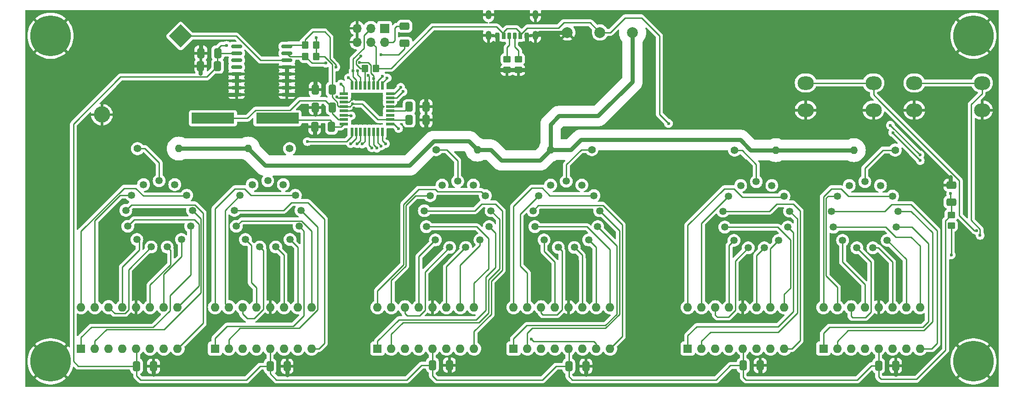
<source format=gtl>
G04 #@! TF.GenerationSoftware,KiCad,Pcbnew,8.0.1*
G04 #@! TF.CreationDate,2025-01-11T23:12:33+02:00*
G04 #@! TF.ProjectId,NixProjectRev02,4e697850-726f-46a6-9563-745265763032,Rev02*
G04 #@! TF.SameCoordinates,Original*
G04 #@! TF.FileFunction,Copper,L1,Top*
G04 #@! TF.FilePolarity,Positive*
%FSLAX46Y46*%
G04 Gerber Fmt 4.6, Leading zero omitted, Abs format (unit mm)*
G04 Created by KiCad (PCBNEW 8.0.1) date 2025-01-11 23:12:33*
%MOMM*%
%LPD*%
G01*
G04 APERTURE LIST*
G04 Aperture macros list*
%AMRoundRect*
0 Rectangle with rounded corners*
0 $1 Rounding radius*
0 $2 $3 $4 $5 $6 $7 $8 $9 X,Y pos of 4 corners*
0 Add a 4 corners polygon primitive as box body*
4,1,4,$2,$3,$4,$5,$6,$7,$8,$9,$2,$3,0*
0 Add four circle primitives for the rounded corners*
1,1,$1+$1,$2,$3*
1,1,$1+$1,$4,$5*
1,1,$1+$1,$6,$7*
1,1,$1+$1,$8,$9*
0 Add four rect primitives between the rounded corners*
20,1,$1+$1,$2,$3,$4,$5,0*
20,1,$1+$1,$4,$5,$6,$7,0*
20,1,$1+$1,$6,$7,$8,$9,0*
20,1,$1+$1,$8,$9,$2,$3,0*%
%AMRotRect*
0 Rectangle, with rotation*
0 The origin of the aperture is its center*
0 $1 length*
0 $2 width*
0 $3 Rotation angle, in degrees counterclockwise*
0 Add horizontal line*
21,1,$1,$2,0,0,$3*%
G04 Aperture macros list end*
G04 #@! TA.AperFunction,SMDPad,CuDef*
%ADD10R,1.600000X0.550000*%
G04 #@! TD*
G04 #@! TA.AperFunction,SMDPad,CuDef*
%ADD11R,0.550000X1.600000*%
G04 #@! TD*
G04 #@! TA.AperFunction,SMDPad,CuDef*
%ADD12RoundRect,0.175000X0.175000X0.425000X-0.175000X0.425000X-0.175000X-0.425000X0.175000X-0.425000X0*%
G04 #@! TD*
G04 #@! TA.AperFunction,SMDPad,CuDef*
%ADD13RoundRect,0.190000X-0.190000X-0.410000X0.190000X-0.410000X0.190000X0.410000X-0.190000X0.410000X0*%
G04 #@! TD*
G04 #@! TA.AperFunction,SMDPad,CuDef*
%ADD14RoundRect,0.200000X-0.200000X-0.400000X0.200000X-0.400000X0.200000X0.400000X-0.200000X0.400000X0*%
G04 #@! TD*
G04 #@! TA.AperFunction,SMDPad,CuDef*
%ADD15RoundRect,0.175000X-0.175000X-0.425000X0.175000X-0.425000X0.175000X0.425000X-0.175000X0.425000X0*%
G04 #@! TD*
G04 #@! TA.AperFunction,SMDPad,CuDef*
%ADD16RoundRect,0.190000X0.190000X0.410000X-0.190000X0.410000X-0.190000X-0.410000X0.190000X-0.410000X0*%
G04 #@! TD*
G04 #@! TA.AperFunction,SMDPad,CuDef*
%ADD17RoundRect,0.200000X0.200000X0.400000X-0.200000X0.400000X-0.200000X-0.400000X0.200000X-0.400000X0*%
G04 #@! TD*
G04 #@! TA.AperFunction,ComponentPad*
%ADD18O,1.100000X1.700000*%
G04 #@! TD*
G04 #@! TA.AperFunction,ComponentPad*
%ADD19C,1.400000*%
G04 #@! TD*
G04 #@! TA.AperFunction,ComponentPad*
%ADD20O,1.400000X1.400000*%
G04 #@! TD*
G04 #@! TA.AperFunction,SMDPad,CuDef*
%ADD21RoundRect,0.250000X-0.450000X0.350000X-0.450000X-0.350000X0.450000X-0.350000X0.450000X0.350000X0*%
G04 #@! TD*
G04 #@! TA.AperFunction,SMDPad,CuDef*
%ADD22R,7.875000X2.000000*%
G04 #@! TD*
G04 #@! TA.AperFunction,SMDPad,CuDef*
%ADD23RoundRect,0.250000X-0.412500X-0.650000X0.412500X-0.650000X0.412500X0.650000X-0.412500X0.650000X0*%
G04 #@! TD*
G04 #@! TA.AperFunction,ComponentPad*
%ADD24C,7.500000*%
G04 #@! TD*
G04 #@! TA.AperFunction,SMDPad,CuDef*
%ADD25RoundRect,0.250000X0.412500X0.650000X-0.412500X0.650000X-0.412500X-0.650000X0.412500X-0.650000X0*%
G04 #@! TD*
G04 #@! TA.AperFunction,ComponentPad*
%ADD26R,1.600000X1.600000*%
G04 #@! TD*
G04 #@! TA.AperFunction,ComponentPad*
%ADD27O,1.600000X1.600000*%
G04 #@! TD*
G04 #@! TA.AperFunction,SMDPad,CuDef*
%ADD28C,2.000000*%
G04 #@! TD*
G04 #@! TA.AperFunction,SMDPad,CuDef*
%ADD29RoundRect,0.250000X-0.650000X0.412500X-0.650000X-0.412500X0.650000X-0.412500X0.650000X0.412500X0*%
G04 #@! TD*
G04 #@! TA.AperFunction,SMDPad,CuDef*
%ADD30RoundRect,0.150000X-0.875000X-0.150000X0.875000X-0.150000X0.875000X0.150000X-0.875000X0.150000X0*%
G04 #@! TD*
G04 #@! TA.AperFunction,ComponentPad*
%ADD31O,3.000000X2.500000*%
G04 #@! TD*
G04 #@! TA.AperFunction,ComponentPad*
%ADD32R,1.700000X1.700000*%
G04 #@! TD*
G04 #@! TA.AperFunction,ComponentPad*
%ADD33O,1.700000X1.700000*%
G04 #@! TD*
G04 #@! TA.AperFunction,ComponentPad*
%ADD34C,1.346200*%
G04 #@! TD*
G04 #@! TA.AperFunction,SMDPad,CuDef*
%ADD35RoundRect,0.250000X0.650000X-0.412500X0.650000X0.412500X-0.650000X0.412500X-0.650000X-0.412500X0*%
G04 #@! TD*
G04 #@! TA.AperFunction,SMDPad,CuDef*
%ADD36RoundRect,0.250000X-0.350000X-0.450000X0.350000X-0.450000X0.350000X0.450000X-0.350000X0.450000X0*%
G04 #@! TD*
G04 #@! TA.AperFunction,ComponentPad*
%ADD37RotRect,3.000000X3.000000X225.000000*%
G04 #@! TD*
G04 #@! TA.AperFunction,ComponentPad*
%ADD38C,3.000000*%
G04 #@! TD*
G04 #@! TA.AperFunction,ViaPad*
%ADD39C,0.600000*%
G04 #@! TD*
G04 #@! TA.AperFunction,Conductor*
%ADD40C,0.254000*%
G04 #@! TD*
G04 #@! TA.AperFunction,Conductor*
%ADD41C,0.762000*%
G04 #@! TD*
G04 APERTURE END LIST*
D10*
X119950000Y-64750000D03*
X119950000Y-65550000D03*
X119950000Y-66350000D03*
X119950000Y-67150000D03*
X119950000Y-67950000D03*
X119950000Y-68750000D03*
X119950000Y-69550000D03*
X119950000Y-70350000D03*
D11*
X121400000Y-71800000D03*
X122200000Y-71800000D03*
X123000000Y-71800000D03*
X123800000Y-71800000D03*
X124600000Y-71800000D03*
X125400000Y-71800000D03*
X126200000Y-71800000D03*
X127000000Y-71800000D03*
D10*
X128450000Y-70350000D03*
X128450000Y-69550000D03*
X128450000Y-68750000D03*
X128450000Y-67950000D03*
X128450000Y-67150000D03*
X128450000Y-66350000D03*
X128450000Y-65550000D03*
X128450000Y-64750000D03*
D11*
X127000000Y-63300000D03*
X126200000Y-63300000D03*
X125400000Y-63300000D03*
X124600000Y-63300000D03*
X123800000Y-63300000D03*
X123000000Y-63300000D03*
X122200000Y-63300000D03*
X121400000Y-63300000D03*
D12*
X151400000Y-54130000D03*
D13*
X149380000Y-54130000D03*
D14*
X148150000Y-54130000D03*
D15*
X150400000Y-54130000D03*
D16*
X152420000Y-54130000D03*
D17*
X153650000Y-54130000D03*
D18*
X155220000Y-54050000D03*
X155220000Y-50250000D03*
X146580000Y-54050000D03*
X146580000Y-50250000D03*
D19*
X191900000Y-75167120D03*
D20*
X199520000Y-75167120D03*
D21*
X231800000Y-87100000D03*
X231800000Y-89100000D03*
D22*
X107696000Y-69300000D03*
X95821000Y-69300000D03*
D23*
X131953000Y-69596000D03*
X135078000Y-69596000D03*
D24*
X65900000Y-114100000D03*
D25*
X117762500Y-67300000D03*
X114637500Y-67300000D03*
D23*
X106337500Y-115000000D03*
X109462500Y-115000000D03*
D26*
X208270000Y-111760000D03*
D27*
X210810000Y-111760000D03*
X213350000Y-111760000D03*
X215890000Y-111760000D03*
X218430000Y-111760000D03*
X220970000Y-111760000D03*
X223510000Y-111760000D03*
X226050000Y-111760000D03*
X226050000Y-104140000D03*
X223510000Y-104140000D03*
X220970000Y-104140000D03*
X218430000Y-104140000D03*
X215890000Y-104140000D03*
X213350000Y-104140000D03*
X210810000Y-104140000D03*
X208270000Y-104140000D03*
D23*
X93537500Y-59700000D03*
X96662500Y-59700000D03*
D28*
X161100000Y-53500000D03*
D26*
X126120000Y-111760000D03*
D27*
X128660000Y-111760000D03*
X131200000Y-111760000D03*
X133740000Y-111760000D03*
X136280000Y-111760000D03*
X138820000Y-111760000D03*
X141360000Y-111760000D03*
X143900000Y-111760000D03*
X143900000Y-104140000D03*
X141360000Y-104140000D03*
X138820000Y-104140000D03*
X136280000Y-104140000D03*
X133740000Y-104140000D03*
X131200000Y-104140000D03*
X128660000Y-104140000D03*
X126120000Y-104140000D03*
D29*
X231800000Y-81637500D03*
X231800000Y-84762500D03*
D30*
X100150000Y-56055000D03*
X100150000Y-57325000D03*
X100150000Y-58595000D03*
X100150000Y-59865000D03*
X100150000Y-61135000D03*
X100150000Y-62405000D03*
X100150000Y-63675000D03*
X100150000Y-64945000D03*
X109450000Y-64945000D03*
X109450000Y-63675000D03*
X109450000Y-62405000D03*
X109450000Y-61135000D03*
X109450000Y-59865000D03*
X109450000Y-58595000D03*
X109450000Y-57325000D03*
X109450000Y-56055000D03*
D24*
X65900000Y-54100000D03*
D19*
X81900000Y-74900000D03*
D20*
X89520000Y-74900000D03*
D31*
X205000000Y-62800000D03*
X217500000Y-62800000D03*
X205000000Y-67800000D03*
X217500000Y-67800000D03*
D19*
X136900000Y-75088380D03*
D20*
X144520000Y-75088380D03*
D32*
X127425000Y-52725000D03*
D33*
X127425000Y-55265000D03*
X124885000Y-52725000D03*
X124885000Y-55265000D03*
X122345000Y-52725000D03*
X122345000Y-55265000D03*
D21*
X152100000Y-58400000D03*
X152100000Y-60400000D03*
D23*
X93575000Y-57300000D03*
X96700000Y-57300000D03*
D34*
X220992700Y-83651760D03*
X210807300Y-83651760D03*
X209755740Y-86422900D03*
X210113880Y-89361680D03*
X211795360Y-91800080D03*
X214419180Y-93176760D03*
X217380820Y-93176760D03*
X220004640Y-91800080D03*
X221686120Y-89361680D03*
X222044260Y-86422900D03*
X215900000Y-80979680D03*
X213024720Y-81688340D03*
X218775280Y-81688340D03*
D24*
X235900000Y-114100000D03*
D23*
X131953000Y-67196000D03*
X135078000Y-67196000D03*
D34*
X200992700Y-83651760D03*
X190807300Y-83651760D03*
X189755740Y-86422900D03*
X190113880Y-89361680D03*
X191795360Y-91800080D03*
X194419180Y-93176760D03*
X197380820Y-93176760D03*
X200004640Y-91800080D03*
X201686120Y-89361680D03*
X202044260Y-86422900D03*
X195900000Y-80979680D03*
X193024720Y-81688340D03*
X198775280Y-81688340D03*
X90992700Y-83494280D03*
X80807300Y-83494280D03*
X79755740Y-86265420D03*
X80113880Y-89204200D03*
X81795360Y-91642600D03*
X84419180Y-93019280D03*
X87380820Y-93019280D03*
X90004640Y-91642600D03*
X91686120Y-89204200D03*
X92044260Y-86265420D03*
X85900000Y-80822200D03*
X83024720Y-81530860D03*
X88775280Y-81530860D03*
D23*
X193487500Y-114850000D03*
X196612500Y-114850000D03*
D26*
X96190000Y-111750000D03*
D27*
X98730000Y-111750000D03*
X101270000Y-111750000D03*
X103810000Y-111750000D03*
X106350000Y-111750000D03*
X108890000Y-111750000D03*
X111430000Y-111750000D03*
X113970000Y-111750000D03*
X113970000Y-104130000D03*
X111430000Y-104130000D03*
X108890000Y-104130000D03*
X106350000Y-104130000D03*
X103810000Y-104130000D03*
X101270000Y-104130000D03*
X98730000Y-104130000D03*
X96190000Y-104130000D03*
D35*
X131100000Y-55462500D03*
X131100000Y-52337500D03*
D23*
X218437500Y-114900000D03*
X221562500Y-114900000D03*
D19*
X109930000Y-74900000D03*
D20*
X102310000Y-74900000D03*
D23*
X161387500Y-115000000D03*
X164512500Y-115000000D03*
D36*
X112800000Y-57900000D03*
X114800000Y-57900000D03*
D21*
X150000000Y-58400000D03*
X150000000Y-60400000D03*
D31*
X225000000Y-62800000D03*
X237500000Y-62800000D03*
X225000000Y-67800000D03*
X237500000Y-67800000D03*
D34*
X165992700Y-83573020D03*
X155807300Y-83573020D03*
X154755740Y-86344160D03*
X155113880Y-89282940D03*
X156795360Y-91721340D03*
X159419180Y-93098020D03*
X162380820Y-93098020D03*
X165004640Y-91721340D03*
X166686120Y-89282940D03*
X167044260Y-86344160D03*
X160900000Y-80900940D03*
X158024720Y-81609600D03*
X163775280Y-81609600D03*
D36*
X123800000Y-60100000D03*
X125800000Y-60100000D03*
D26*
X71510000Y-111750000D03*
D27*
X74050000Y-111750000D03*
X76590000Y-111750000D03*
X79130000Y-111750000D03*
X81670000Y-111750000D03*
X84210000Y-111750000D03*
X86750000Y-111750000D03*
X89290000Y-111750000D03*
X89290000Y-104130000D03*
X86750000Y-104130000D03*
X84210000Y-104130000D03*
X81670000Y-104130000D03*
X79130000Y-104130000D03*
X76590000Y-104130000D03*
X74050000Y-104130000D03*
X71510000Y-104130000D03*
D26*
X183280000Y-111760000D03*
D27*
X185820000Y-111760000D03*
X188360000Y-111760000D03*
X190900000Y-111760000D03*
X193440000Y-111760000D03*
X195980000Y-111760000D03*
X198520000Y-111760000D03*
X201060000Y-111760000D03*
X201060000Y-104140000D03*
X198520000Y-104140000D03*
X195980000Y-104140000D03*
X193440000Y-104140000D03*
X190900000Y-104140000D03*
X188360000Y-104140000D03*
X185820000Y-104140000D03*
X183280000Y-104140000D03*
D19*
X165624473Y-75088380D03*
D20*
X158004473Y-75088380D03*
D23*
X136237500Y-114800000D03*
X139362500Y-114800000D03*
D25*
X84862500Y-115000000D03*
X81737500Y-115000000D03*
X117762500Y-64008000D03*
X114637500Y-64008000D03*
D28*
X173100000Y-53500000D03*
X167100000Y-53500000D03*
D26*
X151190000Y-111760000D03*
D27*
X153730000Y-111760000D03*
X156270000Y-111760000D03*
X158810000Y-111760000D03*
X161350000Y-111760000D03*
X163890000Y-111760000D03*
X166430000Y-111760000D03*
X168970000Y-111760000D03*
X168970000Y-104140000D03*
X166430000Y-104140000D03*
X163890000Y-104140000D03*
X161350000Y-104140000D03*
X158810000Y-104140000D03*
X156270000Y-104140000D03*
X153730000Y-104140000D03*
X151190000Y-104140000D03*
D24*
X235900000Y-54100000D03*
D34*
X110992700Y-83494280D03*
X100807300Y-83494280D03*
X99755740Y-86265420D03*
X100113880Y-89204200D03*
X101795360Y-91642600D03*
X104419180Y-93019280D03*
X107380820Y-93019280D03*
X110004640Y-91642600D03*
X111686120Y-89204200D03*
X112044260Y-86265420D03*
X105900000Y-80822200D03*
X103024720Y-81530860D03*
X108775280Y-81530860D03*
D19*
X221480000Y-75167120D03*
D20*
X213860000Y-75167120D03*
D34*
X145992700Y-83573020D03*
X135807300Y-83573020D03*
X134755740Y-86344160D03*
X135113880Y-89282940D03*
X136795360Y-91721340D03*
X139419180Y-93098020D03*
X142380820Y-93098020D03*
X145004640Y-91721340D03*
X146686120Y-89282940D03*
X147044260Y-86344160D03*
X140900000Y-80900940D03*
X138024720Y-81609600D03*
X143775280Y-81609600D03*
D36*
X112800000Y-55800000D03*
X114800000Y-55800000D03*
D25*
X117662500Y-70900000D03*
X114537500Y-70900000D03*
D37*
X89850073Y-54149926D03*
D38*
X75361455Y-68638544D03*
D39*
X121627997Y-60587000D03*
X122428000Y-60587000D03*
X126000000Y-74800000D03*
X123329857Y-74043143D03*
X220600000Y-70600000D03*
X125400000Y-62000000D03*
X226050000Y-76050000D03*
X122800000Y-59073000D03*
X116612460Y-59155540D03*
X130000000Y-71200000D03*
X121200000Y-74000000D03*
X113200000Y-73600000D03*
X114808000Y-54475000D03*
X98298000Y-55880000D03*
X121539000Y-66675000D03*
X231700000Y-83200000D03*
X179730000Y-70260000D03*
X121285000Y-68834000D03*
X127600000Y-74000000D03*
X119400000Y-63000000D03*
X118628821Y-65394179D03*
X125056644Y-74743356D03*
X120800000Y-61841000D03*
X130800000Y-64400000D03*
X130400000Y-63600000D03*
X154427354Y-109976821D03*
X127000000Y-61600000D03*
X122400000Y-74000000D03*
X126800000Y-74400000D03*
X226100000Y-77100000D03*
X118443500Y-59876946D03*
X124427000Y-61404000D03*
X221056644Y-71943356D03*
X127900000Y-61900000D03*
X236500000Y-90000000D03*
X237127000Y-90873000D03*
X126798000Y-57600000D03*
X123043356Y-57843356D03*
X231800000Y-94500000D03*
X164512500Y-116506500D03*
X130048000Y-66421000D03*
X114637500Y-68562500D03*
X231700000Y-80100000D03*
X98552000Y-64945000D03*
X148642000Y-60400000D03*
X153650000Y-56769000D03*
X139362500Y-116332000D03*
X93537500Y-61062500D03*
X135078000Y-65631500D03*
X153364000Y-60400000D03*
X121412000Y-65786000D03*
X109462500Y-116574500D03*
X196596000Y-116332000D03*
X221562500Y-116511500D03*
X84862500Y-116559500D03*
X114537500Y-72337500D03*
X135078000Y-71221500D03*
X114637500Y-62400000D03*
X121793000Y-67437000D03*
X148150000Y-56769000D03*
X93575000Y-55825000D03*
X110998000Y-64945000D03*
D40*
X129012000Y-55265000D02*
X129286000Y-54991000D01*
X127425000Y-55265000D02*
X129012000Y-55265000D01*
X129286000Y-54991000D02*
X129286000Y-52705000D01*
X129286000Y-52705000D02*
X129653500Y-52337500D01*
X129653500Y-52337500D02*
X131100000Y-52337500D01*
X123600000Y-56400000D02*
X121627997Y-58372003D01*
X121627997Y-58372003D02*
X121627997Y-60587000D01*
X124885000Y-52725000D02*
X123600000Y-54010000D01*
X121627997Y-61673997D02*
X122200000Y-62246000D01*
X121627997Y-60587000D02*
X121627997Y-61673997D01*
X122200000Y-62246000D02*
X122200000Y-63300000D01*
X123600000Y-54010000D02*
X123600000Y-56400000D01*
X122428000Y-60587000D02*
X122428000Y-61214000D01*
X122428000Y-61214000D02*
X123000000Y-61786000D01*
X123000000Y-61786000D02*
X123000000Y-63300000D01*
X127425000Y-52725000D02*
X128123000Y-52725000D01*
X125400000Y-74200000D02*
X126000000Y-74800000D01*
X125400000Y-71800000D02*
X125400000Y-74200000D01*
X123800000Y-73573000D02*
X123800000Y-71800000D01*
X123329857Y-74043143D02*
X123800000Y-73573000D01*
X124873000Y-59550072D02*
X124395928Y-59073000D01*
X125400000Y-61490288D02*
X124873000Y-60963288D01*
X125400000Y-62000000D02*
X125400000Y-61490288D01*
X220600000Y-70600000D02*
X226050000Y-76050000D01*
X125400000Y-63300000D02*
X125400000Y-62000000D01*
X110025000Y-57900000D02*
X109450000Y-57325000D01*
X112800000Y-57900000D02*
X110025000Y-57900000D01*
X114055540Y-59155540D02*
X116612460Y-59155540D01*
X124395928Y-59073000D02*
X122800000Y-59073000D01*
X112800000Y-57900000D02*
X114055540Y-59155540D01*
X124873000Y-60963288D02*
X124873000Y-59550072D01*
X128450000Y-70350000D02*
X129150000Y-70350000D01*
X129150000Y-70350000D02*
X130000000Y-71200000D01*
X122200000Y-71800000D02*
X122200000Y-73000000D01*
X122200000Y-73000000D02*
X121200000Y-74000000D01*
X121400000Y-71800000D02*
X121400000Y-72600000D01*
X121400000Y-72600000D02*
X120400000Y-73600000D01*
X120400000Y-73600000D02*
X113200000Y-73600000D01*
X131903000Y-69546000D02*
X131953000Y-69596000D01*
X118752000Y-66897658D02*
X118752000Y-66404072D01*
X119950000Y-67150000D02*
X119004342Y-67150000D01*
X102000000Y-117500000D02*
X104500000Y-115000000D01*
X231800000Y-84762500D02*
X231800000Y-87100000D01*
X178054000Y-54102000D02*
X178054000Y-68584000D01*
X114808000Y-54475000D02*
X114808000Y-55792000D01*
X149990000Y-52780000D02*
X151670000Y-52780000D01*
X165289000Y-51689000D02*
X160431265Y-51689000D01*
X161387500Y-115000000D02*
X161387500Y-116887500D01*
X106337500Y-115000000D02*
X106337500Y-116337500D01*
X100125000Y-57300000D02*
X100150000Y-57325000D01*
X136271000Y-52451000D02*
X148045784Y-52451000D01*
X230773000Y-88127000D02*
X230773000Y-112027000D01*
X188500000Y-117500000D02*
X191150000Y-114850000D01*
X193487500Y-111807500D02*
X193440000Y-111760000D01*
X97282000Y-55880000D02*
X96700000Y-56462000D01*
X137000000Y-117500000D02*
X156500000Y-117500000D01*
X96662500Y-57337500D02*
X96700000Y-57300000D01*
X125800000Y-60100000D02*
X125800000Y-56180000D01*
X121064000Y-67150000D02*
X121539000Y-66675000D01*
X178054000Y-68584000D02*
X179730000Y-70260000D01*
X117762500Y-59342500D02*
X116320000Y-57900000D01*
X94665000Y-61697500D02*
X78802500Y-61697500D01*
X98298000Y-55880000D02*
X97282000Y-55880000D01*
X153719433Y-52659735D02*
X152420000Y-53959168D01*
X114808000Y-55792000D02*
X114800000Y-55800000D01*
X214500000Y-117500000D02*
X217100000Y-114900000D01*
X119950000Y-68750000D02*
X121201000Y-68750000D01*
X136237500Y-114800000D02*
X136237500Y-116737500D01*
X82500000Y-117500000D02*
X102000000Y-117500000D01*
X71000000Y-115000000D02*
X81737500Y-115000000D01*
X230773000Y-112027000D02*
X225400000Y-117400000D01*
X131953000Y-69596000D02*
X128496000Y-69596000D01*
X123325000Y-66675000D02*
X126200000Y-69550000D01*
X118752000Y-66404072D02*
X117762500Y-65414571D01*
X107500000Y-117500000D02*
X131500000Y-117500000D01*
X191150000Y-114850000D02*
X193487500Y-114850000D01*
X218437500Y-114900000D02*
X218437500Y-111767500D01*
X218900000Y-117400000D02*
X218437500Y-116937500D01*
X156500000Y-117500000D02*
X159000000Y-115000000D01*
X121201000Y-68750000D02*
X121285000Y-68834000D01*
X81737500Y-115000000D02*
X81737500Y-111817500D01*
X149380000Y-54130000D02*
X149380000Y-53390000D01*
X194000000Y-117500000D02*
X214500000Y-117500000D01*
X136237500Y-114800000D02*
X136237500Y-111802500D01*
X119950000Y-67150000D02*
X121064000Y-67150000D01*
X171704000Y-50800000D02*
X174752000Y-50800000D01*
X106337500Y-111762500D02*
X106350000Y-111750000D01*
X231800000Y-87100000D02*
X230773000Y-88127000D01*
X78802500Y-61697500D02*
X70104000Y-70396000D01*
X117762500Y-65414571D02*
X117762500Y-59342500D01*
X218437500Y-111767500D02*
X218430000Y-111760000D01*
X174752000Y-50800000D02*
X178054000Y-54102000D01*
X114800000Y-55800000D02*
X114800000Y-57900000D01*
X106337500Y-116337500D02*
X107500000Y-117500000D01*
X125800000Y-56180000D02*
X124885000Y-55265000D01*
X116320000Y-57900000D02*
X114800000Y-57900000D01*
X152420000Y-53885216D02*
X152420000Y-54080000D01*
X134200000Y-114800000D02*
X136237500Y-114800000D01*
X104500000Y-115000000D02*
X106337500Y-115000000D01*
X159000000Y-115000000D02*
X161387500Y-115000000D01*
X149380000Y-53390000D02*
X149990000Y-52780000D01*
X167100000Y-53500000D02*
X165289000Y-51689000D01*
X149380000Y-53785216D02*
X149380000Y-54180000D01*
X218437500Y-116937500D02*
X218437500Y-114900000D01*
X128500000Y-69600000D02*
X128450000Y-69550000D01*
X128496000Y-69596000D02*
X128450000Y-69550000D01*
X151670000Y-52780000D02*
X152420000Y-53530000D01*
X160431265Y-51689000D02*
X159460530Y-52659735D01*
X81737500Y-115000000D02*
X81737500Y-116737500D01*
X131500000Y-117500000D02*
X134200000Y-114800000D01*
X121539000Y-66675000D02*
X123325000Y-66675000D01*
X96700000Y-56462000D02*
X96700000Y-57300000D01*
X231700000Y-84062500D02*
X231700000Y-83200000D01*
X96662500Y-59700000D02*
X94665000Y-61697500D01*
X81737500Y-111817500D02*
X81670000Y-111750000D01*
X70104000Y-114104000D02*
X71000000Y-115000000D01*
X225400000Y-117400000D02*
X218900000Y-117400000D01*
X106337500Y-115000000D02*
X106337500Y-111762500D01*
X96662500Y-59700000D02*
X96662500Y-57337500D01*
X136237500Y-116737500D02*
X137000000Y-117500000D01*
X126200000Y-69550000D02*
X128450000Y-69550000D01*
X96700000Y-57300000D02*
X100125000Y-57300000D01*
X167100000Y-53500000D02*
X169004000Y-53500000D01*
X217100000Y-114900000D02*
X218437500Y-114900000D01*
X193487500Y-114850000D02*
X193487500Y-116987500D01*
X161387500Y-111797500D02*
X161350000Y-111760000D01*
X70104000Y-70396000D02*
X70104000Y-114104000D01*
X125800000Y-60100000D02*
X128622000Y-60100000D01*
X81737500Y-116737500D02*
X82500000Y-117500000D01*
X148045784Y-52451000D02*
X149380000Y-53785216D01*
X193487500Y-114850000D02*
X193487500Y-111807500D01*
X169004000Y-53500000D02*
X171704000Y-50800000D01*
X128622000Y-60100000D02*
X136271000Y-52451000D01*
X119004342Y-67150000D02*
X118752000Y-66897658D01*
X161387500Y-116887500D02*
X162000000Y-117500000D01*
X159460530Y-52659735D02*
X153719433Y-52659735D01*
X193487500Y-116987500D02*
X194000000Y-117500000D01*
X136237500Y-111802500D02*
X136280000Y-111760000D01*
X162000000Y-117500000D02*
X188500000Y-117500000D01*
X161387500Y-115000000D02*
X161387500Y-111797500D01*
X152420000Y-53530000D02*
X152420000Y-54130000D01*
X127000000Y-71800000D02*
X127000000Y-73400000D01*
X127000000Y-73400000D02*
X127600000Y-74000000D01*
X119400000Y-63000000D02*
X119950000Y-63550000D01*
X119950000Y-63550000D02*
X119950000Y-64750000D01*
X118784642Y-65550000D02*
X119950000Y-65550000D01*
X118628821Y-65394179D02*
X118784642Y-65550000D01*
X125056644Y-74743356D02*
X124600000Y-74286712D01*
X124600000Y-74286712D02*
X124600000Y-71400000D01*
X121400000Y-62441000D02*
X120800000Y-61841000D01*
X121400000Y-63300000D02*
X121400000Y-62441000D01*
X128450000Y-65550000D02*
X129650000Y-65550000D01*
X129650000Y-65550000D02*
X130800000Y-64400000D01*
X128450000Y-64750000D02*
X129250000Y-64750000D01*
X154850533Y-110400000D02*
X166000000Y-110400000D01*
X166000000Y-110400000D02*
X166430000Y-110830000D01*
X154427354Y-109976821D02*
X154850533Y-110400000D01*
X129250000Y-64750000D02*
X130400000Y-63600000D01*
X166430000Y-110830000D02*
X166430000Y-111760000D01*
X126200000Y-62400000D02*
X126200000Y-63300000D01*
X127000000Y-61600000D02*
X126200000Y-62400000D01*
X123000000Y-73400000D02*
X122400000Y-74000000D01*
X123000000Y-71800000D02*
X123000000Y-73400000D01*
X126200000Y-71800000D02*
X126200000Y-73800000D01*
X126200000Y-73800000D02*
X126800000Y-74400000D01*
X109705000Y-55800000D02*
X109450000Y-56055000D01*
X117348000Y-54348000D02*
X117348000Y-58389184D01*
X124427000Y-61404000D02*
X124600000Y-61577000D01*
X221056644Y-72056644D02*
X226100000Y-77100000D01*
X221056644Y-71943356D02*
X221056644Y-72056644D01*
X112800000Y-54840000D02*
X114240000Y-53400000D01*
X118443500Y-59484685D02*
X118443500Y-59876946D01*
X112800000Y-55800000D02*
X112800000Y-54840000D01*
X116400000Y-53400000D02*
X117348000Y-54348000D01*
X117348000Y-58389184D02*
X118443500Y-59484685D01*
X112800000Y-55800000D02*
X109705000Y-55800000D01*
X114240000Y-53400000D02*
X116400000Y-53400000D01*
X124600000Y-61577000D02*
X124600000Y-63300000D01*
X127900000Y-61900000D02*
X127000000Y-62800000D01*
X127000000Y-62800000D02*
X127000000Y-63300000D01*
X144272000Y-106426000D02*
X130048000Y-106426000D01*
X147828000Y-90424820D02*
X147828000Y-96774000D01*
X146686120Y-89282940D02*
X147828000Y-90424820D01*
X147828000Y-96774000D02*
X146050000Y-98552000D01*
X130048000Y-106426000D02*
X126120000Y-110354000D01*
X146050000Y-98552000D02*
X146050000Y-104648000D01*
X146050000Y-104648000D02*
X144272000Y-106426000D01*
X126120000Y-110354000D02*
X126120000Y-111760000D01*
X85900000Y-77518000D02*
X85900000Y-80822200D01*
X83282000Y-74900000D02*
X85900000Y-77518000D01*
X81900000Y-74900000D02*
X83282000Y-74900000D01*
X138820000Y-96658840D02*
X138820000Y-104140000D01*
X142380820Y-93098020D02*
X138820000Y-96658840D01*
X143900000Y-108576000D02*
X143900000Y-111760000D01*
X149098000Y-86360000D02*
X149098000Y-97282000D01*
X145288000Y-85090000D02*
X147828000Y-85090000D01*
X134755740Y-86344160D02*
X144033840Y-86344160D01*
X147828000Y-85090000D02*
X149098000Y-86360000D01*
X147066000Y-99314000D02*
X147066000Y-105410000D01*
X144033840Y-86344160D02*
X145288000Y-85090000D01*
X149098000Y-97282000D02*
X147066000Y-99314000D01*
X147066000Y-105410000D02*
X143900000Y-108576000D01*
X134874000Y-97643200D02*
X134874000Y-104648000D01*
X131572000Y-105664000D02*
X131200000Y-105292000D01*
X131200000Y-105292000D02*
X131200000Y-104140000D01*
X134874000Y-104648000D02*
X133858000Y-105664000D01*
X133858000Y-105664000D02*
X131572000Y-105664000D01*
X139419180Y-93098020D02*
X134874000Y-97643200D01*
X145004640Y-92739360D02*
X141360000Y-96384000D01*
X145004640Y-91721340D02*
X145004640Y-92739360D01*
X141360000Y-96384000D02*
X141360000Y-104140000D01*
X137200000Y-82800000D02*
X136800000Y-82400000D01*
X133723185Y-82400000D02*
X130937000Y-85186185D01*
X130937000Y-96263000D02*
X126120000Y-101080000D01*
X145219680Y-82800000D02*
X137200000Y-82800000D01*
X136800000Y-82400000D02*
X133723185Y-82400000D01*
X130937000Y-85186185D02*
X130937000Y-96263000D01*
X145992700Y-83573020D02*
X145219680Y-82800000D01*
X126120000Y-101080000D02*
X126120000Y-104140000D01*
X136795360Y-91721340D02*
X133740000Y-94776700D01*
X133740000Y-94776700D02*
X133740000Y-104140000D01*
X130810000Y-106934000D02*
X128660000Y-109084000D01*
X146558000Y-105156000D02*
X144780000Y-106934000D01*
X146558000Y-99060000D02*
X146558000Y-105156000D01*
X147044260Y-86344160D02*
X148590000Y-87889900D01*
X128660000Y-109084000D02*
X128660000Y-111760000D01*
X148590000Y-97028000D02*
X146558000Y-99060000D01*
X148590000Y-87889900D02*
X148590000Y-97028000D01*
X144780000Y-106934000D02*
X130810000Y-106934000D01*
X146558000Y-91440000D02*
X146558000Y-97028000D01*
X143900000Y-99686000D02*
X143900000Y-104140000D01*
X144400940Y-89282940D02*
X146558000Y-91440000D01*
X146558000Y-97028000D02*
X143900000Y-99686000D01*
X135113880Y-89282940D02*
X144400940Y-89282940D01*
X133088980Y-83573020D02*
X131318000Y-85344000D01*
X131318000Y-85344000D02*
X131318000Y-96520000D01*
X128660000Y-99178000D02*
X128660000Y-104140000D01*
X135807300Y-83573020D02*
X133088980Y-83573020D01*
X131318000Y-96520000D02*
X128660000Y-99178000D01*
X198520000Y-93284720D02*
X198520000Y-104140000D01*
X200004640Y-91800080D02*
X198520000Y-93284720D01*
X199898000Y-107696000D02*
X184912000Y-107696000D01*
X202692000Y-104902000D02*
X199898000Y-107696000D01*
X201686120Y-89361680D02*
X202692000Y-90367560D01*
X183280000Y-109328000D02*
X183280000Y-111760000D01*
X202692000Y-90367560D02*
X202692000Y-104902000D01*
X184912000Y-107696000D02*
X183280000Y-109328000D01*
X200992700Y-83651760D02*
X200824460Y-83820000D01*
X193294000Y-83820000D02*
X191770000Y-82296000D01*
X200824460Y-83820000D02*
X193294000Y-83820000D01*
X191770000Y-82296000D02*
X189992000Y-82296000D01*
X189992000Y-82296000D02*
X183280000Y-89008000D01*
X183280000Y-89008000D02*
X183280000Y-104140000D01*
X191795360Y-91800080D02*
X190900000Y-92695440D01*
X190900000Y-92695440D02*
X190900000Y-104140000D01*
X202184000Y-100584000D02*
X201060000Y-101708000D01*
X190113880Y-89361680D02*
X199851680Y-89361680D01*
X199851680Y-89361680D02*
X202184000Y-91694000D01*
X202184000Y-91694000D02*
X202184000Y-100584000D01*
X201060000Y-101708000D02*
X201060000Y-104140000D01*
X185820000Y-88639060D02*
X185820000Y-104140000D01*
X190807300Y-83651760D02*
X185820000Y-88639060D01*
X198311100Y-86422900D02*
X199644000Y-85090000D01*
X189755740Y-86422900D02*
X198311100Y-86422900D01*
X202438000Y-111760000D02*
X201060000Y-111760000D01*
X203962000Y-110236000D02*
X202438000Y-111760000D01*
X203962000Y-86360000D02*
X203962000Y-110236000D01*
X202692000Y-85090000D02*
X203962000Y-86360000D01*
X199644000Y-85090000D02*
X202692000Y-85090000D01*
X203454000Y-87832640D02*
X203454000Y-105156000D01*
X187452000Y-108712000D02*
X185820000Y-110344000D01*
X202044260Y-86422900D02*
X203454000Y-87832640D01*
X203454000Y-105156000D02*
X199898000Y-108712000D01*
X199898000Y-108712000D02*
X187452000Y-108712000D01*
X185820000Y-110344000D02*
X185820000Y-111760000D01*
X197380820Y-93176760D02*
X195980000Y-94577580D01*
X195980000Y-94577580D02*
X195980000Y-104140000D01*
X192027000Y-95568940D02*
X192027000Y-104645000D01*
X188722000Y-105918000D02*
X188360000Y-105556000D01*
X190754000Y-105918000D02*
X188722000Y-105918000D01*
X192027000Y-104645000D02*
X190754000Y-105918000D01*
X194419180Y-93176760D02*
X192027000Y-95568940D01*
X188360000Y-105556000D02*
X188360000Y-104140000D01*
X136900000Y-75088380D02*
X138842380Y-75088380D01*
X138842380Y-75088380D02*
X140900000Y-77146000D01*
X140900000Y-77146000D02*
X140900000Y-80900940D01*
X220004640Y-91800080D02*
X223510000Y-95305440D01*
X223510000Y-95305440D02*
X223510000Y-104140000D01*
X226050000Y-92850000D02*
X226050000Y-104140000D01*
X210113880Y-89361680D02*
X219761680Y-89361680D01*
X219761680Y-89361680D02*
X221600000Y-91200000D01*
X221600000Y-91200000D02*
X224400000Y-91200000D01*
X224400000Y-91200000D02*
X226050000Y-92850000D01*
X217380820Y-93176760D02*
X218376760Y-93176760D01*
X220970000Y-95770000D02*
X220970000Y-104140000D01*
X218376760Y-93176760D02*
X220970000Y-95770000D01*
X208755640Y-84044360D02*
X208755640Y-98355640D01*
X210807300Y-83651760D02*
X209148240Y-83651760D01*
X210810000Y-100410000D02*
X210810000Y-104140000D01*
X209148240Y-83651760D02*
X208755640Y-84044360D01*
X208755640Y-98355640D02*
X210810000Y-100410000D01*
X229200000Y-110800000D02*
X228240000Y-111760000D01*
X220800000Y-85200000D02*
X224400000Y-85200000D01*
X209755740Y-86422900D02*
X219577100Y-86422900D01*
X224400000Y-85200000D02*
X229200000Y-90000000D01*
X229200000Y-90000000D02*
X229200000Y-110800000D01*
X228240000Y-111760000D02*
X226050000Y-111760000D01*
X219577100Y-86422900D02*
X220800000Y-85200000D01*
X210810000Y-110390000D02*
X210810000Y-111760000D01*
X228400000Y-90400000D02*
X228400000Y-106800000D01*
X212800000Y-108400000D02*
X210810000Y-110390000D01*
X222044260Y-86422900D02*
X224422900Y-86422900D01*
X228400000Y-106800000D02*
X226800000Y-108400000D01*
X226800000Y-108400000D02*
X212800000Y-108400000D01*
X224422900Y-86422900D02*
X228400000Y-90400000D01*
X209400000Y-107800000D02*
X208270000Y-108930000D01*
X227600000Y-92400000D02*
X227600000Y-106800000D01*
X224561680Y-89361680D02*
X227600000Y-92400000D01*
X226600000Y-107800000D02*
X209400000Y-107800000D01*
X227600000Y-106800000D02*
X226600000Y-107800000D01*
X221686120Y-89361680D02*
X224561680Y-89361680D01*
X208270000Y-108930000D02*
X208270000Y-111760000D01*
X213600000Y-106000000D02*
X213350000Y-105750000D01*
X216000000Y-106000000D02*
X213600000Y-106000000D01*
X214419180Y-93176760D02*
X217017000Y-95774580D01*
X213350000Y-105750000D02*
X213350000Y-104140000D01*
X217017000Y-95774580D02*
X217017000Y-104983000D01*
X217017000Y-104983000D02*
X216000000Y-106000000D01*
X208270000Y-83730000D02*
X208270000Y-104140000D01*
X211496000Y-82296000D02*
X209704000Y-82296000D01*
X220992700Y-83651760D02*
X212851760Y-83651760D01*
X212851760Y-83651760D02*
X211496000Y-82296000D01*
X209704000Y-82296000D02*
X208270000Y-83730000D01*
X215890000Y-99890000D02*
X215890000Y-104140000D01*
X211795360Y-95795360D02*
X215890000Y-99890000D01*
X211795360Y-91800080D02*
X211795360Y-95795360D01*
X93200000Y-88800000D02*
X93200000Y-100220000D01*
X92400000Y-88000000D02*
X93200000Y-88800000D01*
X93200000Y-100220000D02*
X89290000Y-104130000D01*
X81318080Y-88000000D02*
X92400000Y-88000000D01*
X80113880Y-89204200D02*
X81318080Y-88000000D01*
X84800000Y-107800000D02*
X73400000Y-107800000D01*
X73400000Y-107800000D02*
X71510000Y-109690000D01*
X91686120Y-89204200D02*
X91686120Y-98113880D01*
X91686120Y-98113880D02*
X87877000Y-101923000D01*
X87877000Y-104723000D02*
X84800000Y-107800000D01*
X87877000Y-101923000D02*
X87877000Y-104723000D01*
X71510000Y-109690000D02*
X71510000Y-111750000D01*
X90992700Y-83494280D02*
X90886980Y-83600000D01*
X82965000Y-83600000D02*
X81565000Y-82200000D01*
X90886980Y-83600000D02*
X82965000Y-83600000D01*
X81565000Y-82200000D02*
X79400000Y-82200000D01*
X71510000Y-90090000D02*
X71510000Y-104130000D01*
X79400000Y-82200000D02*
X71510000Y-90090000D01*
X86750000Y-98050000D02*
X86750000Y-104130000D01*
X90004640Y-91642600D02*
X90004640Y-94795360D01*
X90004640Y-94795360D02*
X86750000Y-98050000D01*
X80257000Y-97181460D02*
X80257000Y-104596819D01*
X79596819Y-105257000D02*
X77717000Y-105257000D01*
X77717000Y-105257000D02*
X76590000Y-104130000D01*
X80257000Y-104596819D02*
X79596819Y-105257000D01*
X84419180Y-93019280D02*
X80257000Y-97181460D01*
X82200000Y-92047240D02*
X82200000Y-93600000D01*
X82200000Y-93600000D02*
X79130000Y-96670000D01*
X81795360Y-91642600D02*
X82200000Y-92047240D01*
X79130000Y-96670000D02*
X79130000Y-104130000D01*
X165624473Y-75088380D02*
X163671620Y-75088380D01*
X160900000Y-77860000D02*
X160900000Y-80900940D01*
X163671620Y-75088380D02*
X160900000Y-77860000D01*
X86813819Y-108200000D02*
X76200000Y-108200000D01*
X93600000Y-87821160D02*
X93600000Y-101413819D01*
X93600000Y-101413819D02*
X86813819Y-108200000D01*
X92044260Y-86265420D02*
X93600000Y-87821160D01*
X76200000Y-108200000D02*
X74050000Y-110350000D01*
X74050000Y-110350000D02*
X74050000Y-111750000D01*
X79755740Y-86265420D02*
X80755840Y-85265320D01*
X92465320Y-85265320D02*
X94000000Y-86800000D01*
X80755840Y-85265320D02*
X92465320Y-85265320D01*
X94000000Y-86800000D02*
X94000000Y-107040000D01*
X94000000Y-107040000D02*
X89290000Y-111750000D01*
X78705720Y-83494280D02*
X74050000Y-88150000D01*
X80807300Y-83494280D02*
X78705720Y-83494280D01*
X74050000Y-88150000D02*
X74050000Y-104130000D01*
X88000000Y-96261184D02*
X84210000Y-100051184D01*
X84210000Y-100051184D02*
X84210000Y-104130000D01*
X88000000Y-93638460D02*
X88000000Y-96261184D01*
X87380820Y-93019280D02*
X88000000Y-93638460D01*
D41*
X102310000Y-74900000D02*
X89520000Y-74900000D01*
X199520000Y-75167120D02*
X213860000Y-75167120D01*
X158004473Y-70425527D02*
X158004473Y-75088380D01*
X173100000Y-62560000D02*
X166770000Y-68890000D01*
X144520000Y-75088380D02*
X142941620Y-73510000D01*
X136490000Y-73510000D02*
X132000000Y-78000000D01*
X173100000Y-53500000D02*
X173100000Y-62560000D01*
X146988380Y-75088380D02*
X144520000Y-75088380D01*
X148970000Y-77070000D02*
X146988380Y-75088380D01*
X105410000Y-78000000D02*
X102310000Y-74900000D01*
X163560000Y-73280000D02*
X163950000Y-73280000D01*
X166770000Y-68890000D02*
X159540000Y-68890000D01*
X142941620Y-73510000D02*
X136490000Y-73510000D01*
X161751620Y-75088380D02*
X163560000Y-73280000D01*
X156022853Y-77070000D02*
X148970000Y-77070000D01*
X194867120Y-75167120D02*
X199520000Y-75167120D01*
X158004473Y-75088380D02*
X161751620Y-75088380D01*
X159540000Y-68890000D02*
X158004473Y-70425527D01*
X132000000Y-78000000D02*
X105410000Y-78000000D01*
X163950000Y-73280000D02*
X163960000Y-73290000D01*
X158004473Y-75088380D02*
X156022853Y-77070000D01*
X192990000Y-73290000D02*
X194867120Y-75167120D01*
X163960000Y-73290000D02*
X192990000Y-73290000D01*
D40*
X155113880Y-89282940D02*
X164720940Y-89282940D01*
X164720940Y-89282940D02*
X168970000Y-93532000D01*
X168970000Y-93532000D02*
X168970000Y-104140000D01*
X166686120Y-89282940D02*
X170180000Y-92776820D01*
X153612000Y-107500000D02*
X151190000Y-109922000D01*
X170180000Y-105410000D02*
X168090000Y-107500000D01*
X170180000Y-92776820D02*
X170180000Y-105410000D01*
X151190000Y-109922000D02*
X151190000Y-111760000D01*
X168090000Y-107500000D02*
X153612000Y-107500000D01*
X157868020Y-83573020D02*
X156464000Y-82169000D01*
X156464000Y-82169000D02*
X154559000Y-82169000D01*
X165992700Y-83573020D02*
X157868020Y-83573020D01*
X154559000Y-82169000D02*
X151190000Y-85538000D01*
X151190000Y-85538000D02*
X151190000Y-104140000D01*
X166370000Y-104080000D02*
X166430000Y-104140000D01*
X166370000Y-93086700D02*
X166370000Y-104080000D01*
X165004640Y-91721340D02*
X166370000Y-93086700D01*
X159419180Y-93098020D02*
X160092280Y-93771120D01*
X160092280Y-104575720D02*
X159168000Y-105500000D01*
X156270000Y-105216000D02*
X156270000Y-104140000D01*
X160092280Y-93771120D02*
X160092280Y-104575720D01*
X159168000Y-105500000D02*
X156554000Y-105500000D01*
X156554000Y-105500000D02*
X156270000Y-105216000D01*
X158810000Y-95818000D02*
X158810000Y-104140000D01*
X156795360Y-93803360D02*
X158810000Y-95818000D01*
X156795360Y-91721340D02*
X156795360Y-93803360D01*
X170688000Y-89987900D02*
X170688000Y-105440816D01*
X170688000Y-105440816D02*
X168128816Y-108000000D01*
X153730000Y-108906000D02*
X153730000Y-111760000D01*
X154636000Y-108000000D02*
X153730000Y-108906000D01*
X168128816Y-108000000D02*
X154636000Y-108000000D01*
X167044260Y-86344160D02*
X170688000Y-89987900D01*
X155755840Y-85344060D02*
X167640060Y-85344060D01*
X167640060Y-85344060D02*
X171196000Y-88900000D01*
X171196000Y-109534000D02*
X168970000Y-111760000D01*
X154755740Y-86344160D02*
X155755840Y-85344060D01*
X171196000Y-88900000D02*
X171196000Y-109534000D01*
X152400000Y-86980320D02*
X152400000Y-96520000D01*
X155807300Y-83573020D02*
X152400000Y-86980320D01*
X152400000Y-96520000D02*
X153730000Y-97850000D01*
X153730000Y-97850000D02*
X153730000Y-104140000D01*
X163830000Y-95250000D02*
X163890000Y-95310000D01*
X163830000Y-94547200D02*
X163830000Y-95250000D01*
X163890000Y-95310000D02*
X163890000Y-104140000D01*
X162380820Y-93098020D02*
X163830000Y-94547200D01*
X215900000Y-78486000D02*
X215900000Y-80979680D01*
X219218880Y-75167120D02*
X215900000Y-78486000D01*
X221480000Y-75167120D02*
X219218880Y-75167120D01*
X195900000Y-77790000D02*
X195900000Y-80979680D01*
X191900000Y-75167120D02*
X193277120Y-75167120D01*
X193277120Y-75167120D02*
X195900000Y-77790000D01*
X100113880Y-89204200D02*
X101113980Y-88204100D01*
X112100375Y-88204100D02*
X113096275Y-89200000D01*
X113970000Y-90073725D02*
X113970000Y-104130000D01*
X113096275Y-89200000D02*
X113970000Y-90073725D01*
X101113980Y-88204100D02*
X112100375Y-88204100D01*
X110004640Y-91642600D02*
X111430000Y-93067960D01*
X111430000Y-93067960D02*
X111430000Y-104130000D01*
X104419180Y-93019280D02*
X105092280Y-93692380D01*
X102108000Y-106172000D02*
X101270000Y-105334000D01*
X105092280Y-104457720D02*
X103378000Y-106172000D01*
X101270000Y-105334000D02*
X101270000Y-104130000D01*
X105092280Y-93692380D02*
X105092280Y-104457720D01*
X103378000Y-106172000D02*
X102108000Y-106172000D01*
X116332000Y-110744000D02*
X115326000Y-111750000D01*
X113284000Y-84836000D02*
X116332000Y-87884000D01*
X110236000Y-84836000D02*
X113284000Y-84836000D01*
X108806580Y-86265420D02*
X110236000Y-84836000D01*
X115326000Y-111750000D02*
X113970000Y-111750000D01*
X99755740Y-86265420D02*
X108806580Y-86265420D01*
X116332000Y-87884000D02*
X116332000Y-110744000D01*
X108890000Y-94528460D02*
X108890000Y-104130000D01*
X107380820Y-93019280D02*
X108890000Y-94528460D01*
X101795360Y-91642600D02*
X102862760Y-92710000D01*
X102870000Y-92710000D02*
X102870000Y-99568000D01*
X102870000Y-99568000D02*
X103810000Y-100508000D01*
X103810000Y-100508000D02*
X103810000Y-104130000D01*
X102862760Y-92710000D02*
X102870000Y-92710000D01*
X101600000Y-82296000D02*
X99822000Y-82296000D01*
X110992700Y-83494280D02*
X102798280Y-83494280D01*
X99822000Y-82296000D02*
X96190000Y-85928000D01*
X102798280Y-83494280D02*
X101600000Y-82296000D01*
X96190000Y-85928000D02*
X96190000Y-104130000D01*
X115097000Y-104596819D02*
X111693819Y-108000000D01*
X111693819Y-108000000D02*
X100800000Y-108000000D01*
X98730000Y-110070000D02*
X98730000Y-111750000D01*
X112044260Y-86265420D02*
X115097000Y-89318160D01*
X115097000Y-89318160D02*
X115097000Y-104596819D01*
X100800000Y-108000000D02*
X98730000Y-110070000D01*
X96190000Y-109810000D02*
X96190000Y-111750000D01*
X112557000Y-90075080D02*
X112557000Y-105643000D01*
X112557000Y-105643000D02*
X110600000Y-107600000D01*
X110600000Y-107600000D02*
X98400000Y-107600000D01*
X111686120Y-89204200D02*
X112557000Y-90075080D01*
X98400000Y-107600000D02*
X96190000Y-109810000D01*
X100807300Y-83494280D02*
X98044000Y-86257580D01*
X98044000Y-103444000D02*
X98730000Y-104130000D01*
X98044000Y-86257580D02*
X98044000Y-103444000D01*
X217500000Y-62800000D02*
X217500000Y-64973000D01*
X218567000Y-66040000D02*
X218567000Y-66067000D01*
X233300000Y-80800000D02*
X233300000Y-87200000D01*
X236100000Y-90000000D02*
X236500000Y-90000000D01*
X233300000Y-87200000D02*
X236100000Y-90000000D01*
X218567000Y-66067000D02*
X233300000Y-80800000D01*
X217500000Y-64973000D02*
X218567000Y-66040000D01*
X205000000Y-62800000D02*
X217500000Y-62800000D01*
X237500000Y-64760000D02*
X235500000Y-66760000D01*
X235500000Y-88113288D02*
X237127000Y-89740288D01*
X235500000Y-67200000D02*
X235500000Y-88113288D01*
X237127000Y-89740288D02*
X237127000Y-90873000D01*
X237500000Y-62800000D02*
X237500000Y-64760000D01*
X225000000Y-62800000D02*
X237500000Y-62800000D01*
X235500000Y-66760000D02*
X235500000Y-67200000D01*
X237100000Y-90900000D02*
X237127000Y-90873000D01*
X116502500Y-66040000D02*
X111760000Y-66040000D01*
X118896000Y-69550000D02*
X117762500Y-68416500D01*
X103632000Y-67818000D02*
X102150000Y-69300000D01*
X102150000Y-69300000D02*
X96162500Y-69300000D01*
X117762500Y-67300000D02*
X116502500Y-66040000D01*
X109982000Y-67818000D02*
X103632000Y-67818000D01*
X117762500Y-68416500D02*
X117762500Y-67300000D01*
X119950000Y-69550000D02*
X118896000Y-69550000D01*
X111760000Y-66040000D02*
X109982000Y-67818000D01*
X117352000Y-69600000D02*
X117662500Y-69910500D01*
X108037500Y-69300000D02*
X108337500Y-69600000D01*
X108337500Y-69600000D02*
X117352000Y-69600000D01*
X119400000Y-70900000D02*
X119950000Y-70350000D01*
X117662500Y-69910500D02*
X117662500Y-70900000D01*
X117662500Y-70900000D02*
X119400000Y-70900000D01*
X130000000Y-57600000D02*
X126798000Y-57600000D01*
X123800000Y-60100000D02*
X123800000Y-63300000D01*
X123800000Y-60100000D02*
X122940288Y-60100000D01*
X131100000Y-55462500D02*
X131100000Y-56500000D01*
X122940288Y-60100000D02*
X122173000Y-59332712D01*
X131100000Y-56500000D02*
X130000000Y-57600000D01*
X122173000Y-59332712D02*
X122173000Y-58713712D01*
X122173000Y-58713712D02*
X123043356Y-57843356D01*
X150400000Y-54080000D02*
X150400000Y-55848000D01*
X150400000Y-55848000D02*
X150000000Y-56248000D01*
X150000000Y-56248000D02*
X150000000Y-58400000D01*
X151400000Y-56150000D02*
X152100000Y-56850000D01*
X151400000Y-54080000D02*
X151400000Y-56150000D01*
X152100000Y-56850000D02*
X152100000Y-58400000D01*
X104569000Y-58595000D02*
X109450000Y-58595000D01*
X89850073Y-54149926D02*
X100123926Y-54149926D01*
X100123926Y-54149926D02*
X104569000Y-58595000D01*
X128450000Y-67950000D02*
X131199000Y-67950000D01*
X131199000Y-67950000D02*
X131953000Y-67196000D01*
X231800000Y-94500000D02*
X231800000Y-89100000D01*
D41*
X114637500Y-62400000D02*
X114637500Y-63900000D01*
X196596000Y-114866500D02*
X196612500Y-114850000D01*
X98552000Y-64945000D02*
X100150000Y-64945000D01*
X109462500Y-116574500D02*
X109462500Y-115000000D01*
D40*
X121412000Y-65786000D02*
X120848000Y-66350000D01*
X129319000Y-67150000D02*
X128450000Y-67150000D01*
D41*
X135078000Y-71221500D02*
X135078000Y-69596000D01*
X153364000Y-60400000D02*
X152100000Y-60400000D01*
X135078000Y-65631500D02*
X135078000Y-67196000D01*
X150000000Y-60400000D02*
X152100000Y-60400000D01*
D40*
X121280000Y-67950000D02*
X119950000Y-67950000D01*
D41*
X139362500Y-116332000D02*
X139362500Y-114800000D01*
X93537500Y-61062500D02*
X93537500Y-59700000D01*
X93575000Y-55825000D02*
X93575000Y-57300000D01*
X153650000Y-56769000D02*
X153650000Y-54080000D01*
X100150000Y-61135000D02*
X100150000Y-64945000D01*
X114537500Y-72337500D02*
X114537500Y-70900000D01*
X114637500Y-68562500D02*
X114637500Y-67300000D01*
X231700000Y-80100000D02*
X231700000Y-80937500D01*
X110998000Y-64945000D02*
X109450000Y-64945000D01*
X164512500Y-116506500D02*
X164512500Y-115000000D01*
D40*
X120848000Y-66350000D02*
X119950000Y-66350000D01*
D41*
X161100000Y-53500000D02*
X156020000Y-53500000D01*
X156020000Y-53500000D02*
X155220000Y-54300000D01*
X196596000Y-116332000D02*
X196596000Y-114866500D01*
X218400000Y-104170000D02*
X218430000Y-104140000D01*
X148642000Y-60400000D02*
X150000000Y-60400000D01*
X221562500Y-116511500D02*
X221562500Y-114900000D01*
X109450000Y-59865000D02*
X109450000Y-64945000D01*
X148150000Y-54380000D02*
X148150000Y-56769000D01*
X84862500Y-116559500D02*
X84862500Y-115000000D01*
D40*
X121793000Y-67437000D02*
X121280000Y-67950000D01*
X130048000Y-66421000D02*
X129319000Y-67150000D01*
G04 #@! TA.AperFunction,Conductor*
G36*
X145552558Y-49420185D02*
G01*
X145598313Y-49472989D01*
X145608257Y-49542147D01*
X145600080Y-49571953D01*
X145570350Y-49643725D01*
X145570348Y-49643733D01*
X145530000Y-49846579D01*
X145530000Y-50000000D01*
X146280000Y-50000000D01*
X146280000Y-50500000D01*
X145530000Y-50500000D01*
X145530000Y-50653420D01*
X145570348Y-50856266D01*
X145570350Y-50856274D01*
X145649500Y-51047358D01*
X145649505Y-51047368D01*
X145764410Y-51219335D01*
X145764413Y-51219339D01*
X145910660Y-51365586D01*
X145910664Y-51365589D01*
X146082631Y-51480494D01*
X146082641Y-51480499D01*
X146273725Y-51559649D01*
X146273733Y-51559651D01*
X146365389Y-51577883D01*
X146427300Y-51610267D01*
X146461874Y-51670983D01*
X146458135Y-51740752D01*
X146417269Y-51797425D01*
X146352251Y-51823006D01*
X146341198Y-51823500D01*
X136209192Y-51823500D01*
X136087973Y-51847612D01*
X136087965Y-51847614D01*
X136029012Y-51872034D01*
X136029011Y-51872034D01*
X135973773Y-51894913D01*
X135973761Y-51894920D01*
X135917921Y-51932232D01*
X135870989Y-51963590D01*
X135870986Y-51963593D01*
X132712180Y-55122400D01*
X132650857Y-55155885D01*
X132581165Y-55150901D01*
X132525232Y-55109029D01*
X132500815Y-55043565D01*
X132500499Y-55034719D01*
X132500499Y-54999998D01*
X132500498Y-54999981D01*
X132489999Y-54897203D01*
X132489998Y-54897200D01*
X132466229Y-54825471D01*
X132434814Y-54730666D01*
X132342712Y-54581344D01*
X132218656Y-54457288D01*
X132108747Y-54389496D01*
X132069336Y-54365187D01*
X132069331Y-54365185D01*
X132054634Y-54360315D01*
X131902797Y-54310001D01*
X131902795Y-54310000D01*
X131800010Y-54299500D01*
X130399998Y-54299500D01*
X130399981Y-54299501D01*
X130297203Y-54310000D01*
X130297200Y-54310001D01*
X130130668Y-54365185D01*
X130130654Y-54365192D01*
X130102595Y-54382499D01*
X130035203Y-54400939D01*
X129968540Y-54380016D01*
X129923771Y-54326373D01*
X129913500Y-54276960D01*
X129913500Y-53523039D01*
X129933185Y-53456000D01*
X129985989Y-53410245D01*
X130055147Y-53400301D01*
X130102595Y-53417500D01*
X130130666Y-53434814D01*
X130297203Y-53489999D01*
X130399991Y-53500500D01*
X131800008Y-53500499D01*
X131902797Y-53489999D01*
X132069334Y-53434814D01*
X132218656Y-53342712D01*
X132342712Y-53218656D01*
X132434814Y-53069334D01*
X132489999Y-52902797D01*
X132500500Y-52800009D01*
X132500499Y-51874992D01*
X132498346Y-51853920D01*
X132489999Y-51772203D01*
X132489998Y-51772200D01*
X132469387Y-51710000D01*
X132434814Y-51605666D01*
X132342712Y-51456344D01*
X132218656Y-51332288D01*
X132069334Y-51240186D01*
X131902797Y-51185001D01*
X131902795Y-51185000D01*
X131800010Y-51174500D01*
X130399998Y-51174500D01*
X130399981Y-51174501D01*
X130297203Y-51185000D01*
X130297200Y-51185001D01*
X130130668Y-51240185D01*
X130130663Y-51240187D01*
X129981342Y-51332289D01*
X129857289Y-51456342D01*
X129765187Y-51605663D01*
X129765183Y-51605672D01*
X129758777Y-51625006D01*
X129719004Y-51682450D01*
X129654488Y-51709272D01*
X129641072Y-51710000D01*
X129591695Y-51710000D01*
X129555249Y-51717250D01*
X129518802Y-51724500D01*
X129518801Y-51724500D01*
X129470472Y-51734113D01*
X129470460Y-51734116D01*
X129356271Y-51781414D01*
X129356264Y-51781418D01*
X129257201Y-51847610D01*
X129257200Y-51847612D01*
X129253487Y-51850092D01*
X128987180Y-52116400D01*
X128925857Y-52149885D01*
X128856165Y-52144901D01*
X128800232Y-52103029D01*
X128775815Y-52037565D01*
X128775499Y-52028719D01*
X128775499Y-51827129D01*
X128775498Y-51827123D01*
X128775055Y-51823006D01*
X128769091Y-51767517D01*
X128767810Y-51764083D01*
X128718797Y-51632671D01*
X128718793Y-51632664D01*
X128632547Y-51517455D01*
X128632544Y-51517452D01*
X128517335Y-51431206D01*
X128517328Y-51431202D01*
X128382482Y-51380908D01*
X128382483Y-51380908D01*
X128322883Y-51374501D01*
X128322881Y-51374500D01*
X128322873Y-51374500D01*
X128322864Y-51374500D01*
X126527129Y-51374500D01*
X126527123Y-51374501D01*
X126467516Y-51380908D01*
X126332671Y-51431202D01*
X126332664Y-51431206D01*
X126217455Y-51517452D01*
X126217452Y-51517455D01*
X126131206Y-51632664D01*
X126131203Y-51632669D01*
X126082189Y-51764083D01*
X126040317Y-51820016D01*
X125974853Y-51844433D01*
X125906580Y-51829581D01*
X125878326Y-51808430D01*
X125756402Y-51686506D01*
X125756395Y-51686501D01*
X125562834Y-51550967D01*
X125562830Y-51550965D01*
X125502771Y-51522959D01*
X125348663Y-51451097D01*
X125348659Y-51451096D01*
X125348655Y-51451094D01*
X125120413Y-51389938D01*
X125120403Y-51389936D01*
X124885001Y-51369341D01*
X124884999Y-51369341D01*
X124649596Y-51389936D01*
X124649586Y-51389938D01*
X124421344Y-51451094D01*
X124421335Y-51451098D01*
X124207171Y-51550964D01*
X124207169Y-51550965D01*
X124013597Y-51686505D01*
X123846508Y-51853594D01*
X123716269Y-52039595D01*
X123661692Y-52083219D01*
X123592193Y-52090412D01*
X123529839Y-52058890D01*
X123513119Y-52039594D01*
X123383113Y-51853926D01*
X123383108Y-51853920D01*
X123216082Y-51686894D01*
X123022578Y-51551399D01*
X122808492Y-51451570D01*
X122808486Y-51451567D01*
X122595000Y-51394364D01*
X122595000Y-52291988D01*
X122537993Y-52259075D01*
X122410826Y-52225000D01*
X122279174Y-52225000D01*
X122152007Y-52259075D01*
X122095000Y-52291988D01*
X122095000Y-51394364D01*
X122094999Y-51394364D01*
X121881513Y-51451567D01*
X121881507Y-51451570D01*
X121667422Y-51551399D01*
X121667420Y-51551400D01*
X121473926Y-51686886D01*
X121473920Y-51686891D01*
X121306891Y-51853920D01*
X121306886Y-51853926D01*
X121171400Y-52047420D01*
X121171399Y-52047422D01*
X121071570Y-52261507D01*
X121071567Y-52261513D01*
X121014364Y-52474999D01*
X121014364Y-52475000D01*
X121911988Y-52475000D01*
X121879075Y-52532007D01*
X121845000Y-52659174D01*
X121845000Y-52790826D01*
X121879075Y-52917993D01*
X121911988Y-52975000D01*
X121014364Y-52975000D01*
X121071567Y-53188486D01*
X121071570Y-53188492D01*
X121171399Y-53402578D01*
X121306894Y-53596082D01*
X121473917Y-53763105D01*
X121660031Y-53893425D01*
X121703656Y-53948003D01*
X121710848Y-54017501D01*
X121679326Y-54079856D01*
X121660031Y-54096575D01*
X121473922Y-54226890D01*
X121473920Y-54226891D01*
X121306891Y-54393920D01*
X121306886Y-54393926D01*
X121171400Y-54587420D01*
X121171399Y-54587422D01*
X121071570Y-54801507D01*
X121071567Y-54801513D01*
X121014364Y-55014999D01*
X121014364Y-55015000D01*
X121911988Y-55015000D01*
X121879075Y-55072007D01*
X121845000Y-55199174D01*
X121845000Y-55330826D01*
X121879075Y-55457993D01*
X121911988Y-55515000D01*
X121014364Y-55515000D01*
X121071567Y-55728486D01*
X121071570Y-55728492D01*
X121171399Y-55942578D01*
X121306894Y-56136082D01*
X121473917Y-56303105D01*
X121667421Y-56438600D01*
X121881507Y-56538429D01*
X121881516Y-56538433D01*
X122109673Y-56599567D01*
X122109683Y-56599569D01*
X122215656Y-56608840D01*
X122280724Y-56634292D01*
X122321703Y-56690883D01*
X122325582Y-56760644D01*
X122292530Y-56820049D01*
X121448480Y-57664101D01*
X121227989Y-57884592D01*
X121198216Y-57914365D01*
X121140583Y-57971997D01*
X121140582Y-57971999D01*
X121071917Y-58074764D01*
X121071913Y-58074771D01*
X121060528Y-58102259D01*
X121060527Y-58102261D01*
X121024612Y-58188965D01*
X121024609Y-58188975D01*
X121008625Y-58269335D01*
X121008625Y-58269336D01*
X121000497Y-58310197D01*
X121000497Y-60045328D01*
X120981491Y-60111300D01*
X120902208Y-60237476D01*
X120842628Y-60407745D01*
X120842627Y-60407750D01*
X120822432Y-60586996D01*
X120822432Y-60587003D01*
X120842627Y-60766249D01*
X120842628Y-60766254D01*
X120880274Y-60873838D01*
X120883835Y-60943617D01*
X120849106Y-61004245D01*
X120787113Y-61036472D01*
X120777115Y-61038013D01*
X120620750Y-61055630D01*
X120620745Y-61055631D01*
X120450476Y-61115211D01*
X120297737Y-61211184D01*
X120170184Y-61338737D01*
X120074211Y-61491476D01*
X120014631Y-61661745D01*
X120014630Y-61661750D01*
X119994435Y-61840996D01*
X119994435Y-61841003D01*
X120014630Y-62020249D01*
X120014631Y-62020254D01*
X120074211Y-62190524D01*
X120084893Y-62207523D01*
X120103894Y-62274760D01*
X120083527Y-62341595D01*
X120030259Y-62386810D01*
X119961003Y-62396048D01*
X119908651Y-62373102D01*
X119908158Y-62373889D01*
X119902883Y-62370574D01*
X119902592Y-62370447D01*
X119902264Y-62370185D01*
X119749523Y-62274211D01*
X119579254Y-62214631D01*
X119579249Y-62214630D01*
X119400004Y-62194435D01*
X119399996Y-62194435D01*
X119220750Y-62214630D01*
X119220745Y-62214631D01*
X119050476Y-62274211D01*
X118897737Y-62370184D01*
X118770182Y-62497739D01*
X118679110Y-62642679D01*
X118626775Y-62688969D01*
X118557722Y-62699617D01*
X118509020Y-62682244D01*
X118494342Y-62673190D01*
X118494335Y-62673187D01*
X118494334Y-62673186D01*
X118494332Y-62673185D01*
X118494327Y-62673183D01*
X118474994Y-62666777D01*
X118417550Y-62627004D01*
X118390728Y-62562488D01*
X118390000Y-62549072D01*
X118390000Y-60799352D01*
X118409685Y-60732313D01*
X118462489Y-60686558D01*
X118500117Y-60676132D01*
X118622749Y-60662315D01*
X118622752Y-60662314D01*
X118622755Y-60662314D01*
X118793022Y-60602735D01*
X118945762Y-60506762D01*
X119073316Y-60379208D01*
X119169289Y-60226468D01*
X119228868Y-60056201D01*
X119235724Y-59995353D01*
X119249065Y-59876949D01*
X119249065Y-59876942D01*
X119228869Y-59697696D01*
X119228868Y-59697691D01*
X119211937Y-59649306D01*
X119169289Y-59527424D01*
X119073316Y-59374684D01*
X119073315Y-59374683D01*
X119069611Y-59368788D01*
X119071307Y-59367721D01*
X119051577Y-59325240D01*
X119046886Y-59301651D01*
X119009995Y-59212589D01*
X119007614Y-59206840D01*
X118999586Y-59187457D01*
X118999579Y-59187445D01*
X118930912Y-59084678D01*
X118903522Y-59057288D01*
X118843508Y-58997274D01*
X118427888Y-58581654D01*
X118011819Y-58165584D01*
X117978334Y-58104261D01*
X117975500Y-58077903D01*
X117975500Y-54286196D01*
X117975046Y-54283917D01*
X117975041Y-54283892D01*
X117973662Y-54276960D01*
X117951385Y-54164965D01*
X117908756Y-54062049D01*
X117904086Y-54050774D01*
X117904085Y-54050773D01*
X117904083Y-54050767D01*
X117897020Y-54040197D01*
X117835412Y-53947992D01*
X117835406Y-53947985D01*
X116800013Y-52912593D01*
X116800009Y-52912590D01*
X116785598Y-52902961D01*
X116763260Y-52888035D01*
X116763259Y-52888034D01*
X116697239Y-52843920D01*
X116697226Y-52843913D01*
X116648042Y-52823541D01*
X116583035Y-52796614D01*
X116583027Y-52796612D01*
X116461807Y-52772500D01*
X116461803Y-52772500D01*
X114301804Y-52772500D01*
X114178197Y-52772500D01*
X114178192Y-52772500D01*
X114056973Y-52796612D01*
X114056965Y-52796614D01*
X113991959Y-52823541D01*
X113991958Y-52823541D01*
X113942773Y-52843913D01*
X113942760Y-52843920D01*
X113876741Y-52888034D01*
X113839990Y-52912590D01*
X113839986Y-52912593D01*
X112757581Y-53995000D01*
X112399992Y-54352589D01*
X112372581Y-54380000D01*
X112312587Y-54439993D01*
X112243920Y-54542760D01*
X112243915Y-54542770D01*
X112235721Y-54562553D01*
X112235720Y-54562556D01*
X112224866Y-54588758D01*
X112181023Y-54643160D01*
X112149312Y-54659007D01*
X112130672Y-54665184D01*
X112130663Y-54665187D01*
X111981342Y-54757289D01*
X111857289Y-54881342D01*
X111765187Y-55030663D01*
X111765185Y-55030668D01*
X111757798Y-55052961D01*
X111750683Y-55074435D01*
X111746352Y-55087504D01*
X111706579Y-55144949D01*
X111642063Y-55171772D01*
X111628646Y-55172500D01*
X109643194Y-55172500D01*
X109521970Y-55196613D01*
X109521964Y-55196615D01*
X109459797Y-55222365D01*
X109407767Y-55243917D01*
X109407765Y-55243917D01*
X109405006Y-55245061D01*
X109357553Y-55254500D01*
X108509298Y-55254500D01*
X108472432Y-55257401D01*
X108472426Y-55257402D01*
X108314606Y-55303254D01*
X108314603Y-55303255D01*
X108173137Y-55386917D01*
X108173129Y-55386923D01*
X108056923Y-55503129D01*
X108056917Y-55503137D01*
X107973255Y-55644603D01*
X107973254Y-55644606D01*
X107927402Y-55802426D01*
X107927401Y-55802432D01*
X107924500Y-55839298D01*
X107924500Y-56270701D01*
X107927401Y-56307567D01*
X107927402Y-56307573D01*
X107973254Y-56465393D01*
X107973255Y-56465396D01*
X107973256Y-56465398D01*
X107998403Y-56507919D01*
X108056917Y-56606862D01*
X108061702Y-56613031D01*
X108059256Y-56614927D01*
X108085857Y-56663642D01*
X108080873Y-56733334D01*
X108060069Y-56765703D01*
X108061702Y-56766969D01*
X108056917Y-56773137D01*
X107973255Y-56914603D01*
X107973254Y-56914606D01*
X107927402Y-57072426D01*
X107927401Y-57072432D01*
X107924500Y-57109298D01*
X107924500Y-57540701D01*
X107927401Y-57577567D01*
X107927402Y-57577573D01*
X107973254Y-57735393D01*
X107973255Y-57735396D01*
X107999858Y-57780379D01*
X108017041Y-57848103D01*
X107994881Y-57914365D01*
X107940415Y-57958129D01*
X107893126Y-57967500D01*
X104880281Y-57967500D01*
X104813242Y-57947815D01*
X104792600Y-57931181D01*
X100523935Y-53662516D01*
X100523934Y-53662515D01*
X100523097Y-53661956D01*
X100523072Y-53661927D01*
X100523067Y-53661936D01*
X100421164Y-53593846D01*
X100421152Y-53593839D01*
X100370925Y-53573035D01*
X100306961Y-53546540D01*
X100306953Y-53546538D01*
X100185733Y-53522426D01*
X100185729Y-53522426D01*
X92103070Y-53522426D01*
X92036031Y-53502741D01*
X92015389Y-53486107D01*
X90170136Y-51640856D01*
X90170129Y-51640849D01*
X90123446Y-51603229D01*
X90073727Y-51580523D01*
X89992528Y-51543440D01*
X89992530Y-51543440D01*
X89850073Y-51522959D01*
X89707616Y-51543440D01*
X89576700Y-51603228D01*
X89576695Y-51603231D01*
X89530019Y-51640844D01*
X89530011Y-51640851D01*
X87341003Y-53829862D01*
X87340997Y-53829869D01*
X87303375Y-53876554D01*
X87303374Y-53876556D01*
X87243587Y-54007469D01*
X87223106Y-54149926D01*
X87243587Y-54292382D01*
X87303375Y-54423298D01*
X87303378Y-54423303D01*
X87340991Y-54469979D01*
X87340998Y-54469987D01*
X89171023Y-56300009D01*
X89530017Y-56659003D01*
X89576700Y-56696623D01*
X89707616Y-56756411D01*
X89707615Y-56756411D01*
X89725522Y-56758985D01*
X89850073Y-56776893D01*
X89992530Y-56756411D01*
X90123446Y-56696623D01*
X90170129Y-56659005D01*
X92015387Y-54813744D01*
X92076710Y-54780260D01*
X92103068Y-54777426D01*
X99812645Y-54777426D01*
X99879684Y-54797111D01*
X99900326Y-54813745D01*
X100129400Y-55042819D01*
X100162885Y-55104142D01*
X100157901Y-55173834D01*
X100116029Y-55229767D01*
X100050565Y-55254184D01*
X100041719Y-55254500D01*
X99209298Y-55254500D01*
X99172432Y-55257401D01*
X99172426Y-55257402D01*
X99014605Y-55303254D01*
X99014597Y-55303257D01*
X98996050Y-55314226D01*
X98928325Y-55331406D01*
X98862063Y-55309245D01*
X98845251Y-55295173D01*
X98800262Y-55250184D01*
X98647523Y-55154211D01*
X98477254Y-55094631D01*
X98477249Y-55094630D01*
X98298004Y-55074435D01*
X98297996Y-55074435D01*
X98118750Y-55094630D01*
X98118745Y-55094631D01*
X97948476Y-55154211D01*
X97822300Y-55233494D01*
X97756328Y-55252500D01*
X97220195Y-55252500D01*
X97098970Y-55276613D01*
X97098960Y-55276616D01*
X96984773Y-55323913D01*
X96984760Y-55323920D01*
X96881992Y-55392588D01*
X96881988Y-55392591D01*
X96411398Y-55863181D01*
X96350075Y-55896666D01*
X96323718Y-55899500D01*
X96237499Y-55899500D01*
X96237480Y-55899501D01*
X96134703Y-55910000D01*
X96134700Y-55910001D01*
X95968168Y-55965185D01*
X95968163Y-55965187D01*
X95818842Y-56057289D01*
X95694789Y-56181342D01*
X95602687Y-56330663D01*
X95602685Y-56330668D01*
X95598381Y-56343657D01*
X95547501Y-56497203D01*
X95547501Y-56497204D01*
X95547500Y-56497204D01*
X95537000Y-56599983D01*
X95537000Y-58000001D01*
X95537001Y-58000018D01*
X95547500Y-58102796D01*
X95547501Y-58102799D01*
X95602685Y-58269331D01*
X95602689Y-58269340D01*
X95691075Y-58412637D01*
X95709515Y-58480029D01*
X95688592Y-58546693D01*
X95673219Y-58565412D01*
X95657289Y-58581342D01*
X95565187Y-58730663D01*
X95565185Y-58730668D01*
X95547006Y-58785528D01*
X95510001Y-58897203D01*
X95510001Y-58897204D01*
X95510000Y-58897204D01*
X95499500Y-58999983D01*
X95499500Y-59924218D01*
X95479815Y-59991257D01*
X95463181Y-60011899D01*
X94903781Y-60571298D01*
X94842458Y-60604783D01*
X94772766Y-60599799D01*
X94716833Y-60557927D01*
X94692416Y-60492463D01*
X94692742Y-60471013D01*
X94699999Y-60399983D01*
X94700000Y-60399973D01*
X94700000Y-59950000D01*
X92375001Y-59950000D01*
X92375001Y-60399986D01*
X92385494Y-60502697D01*
X92440641Y-60669119D01*
X92440643Y-60669124D01*
X92532684Y-60818345D01*
X92572658Y-60858319D01*
X92606143Y-60919642D01*
X92601159Y-60989334D01*
X92559287Y-61045267D01*
X92493823Y-61069684D01*
X92484977Y-61070000D01*
X78740692Y-61070000D01*
X78619473Y-61094111D01*
X78619473Y-61094112D01*
X78619470Y-61094113D01*
X78619466Y-61094114D01*
X78552570Y-61121823D01*
X78552568Y-61121823D01*
X78505268Y-61141416D01*
X78505264Y-61141418D01*
X78443609Y-61182615D01*
X78443609Y-61182616D01*
X78402489Y-61210090D01*
X78402488Y-61210091D01*
X71859197Y-67753384D01*
X69703992Y-69908589D01*
X69680098Y-69932483D01*
X69616589Y-69995991D01*
X69547915Y-70098770D01*
X69547915Y-70098771D01*
X69544889Y-70106078D01*
X69544887Y-70106082D01*
X69500614Y-70212964D01*
X69497723Y-70227500D01*
X69481786Y-70307622D01*
X69481786Y-70307624D01*
X69476500Y-70334196D01*
X69476500Y-111407717D01*
X69456815Y-111474756D01*
X69404011Y-111520511D01*
X69334853Y-111530455D01*
X69271297Y-111501430D01*
X69251495Y-111479647D01*
X69244522Y-111469856D01*
X69244512Y-111469843D01*
X69077013Y-111276538D01*
X67586900Y-112766650D01*
X67519924Y-112679365D01*
X67320635Y-112480076D01*
X67233348Y-112413098D01*
X68725070Y-110921376D01*
X68686323Y-110884431D01*
X68686304Y-110884414D01*
X68368031Y-110634122D01*
X68027406Y-110415217D01*
X67667511Y-110229679D01*
X67667507Y-110229677D01*
X67291616Y-110079193D01*
X67291604Y-110079189D01*
X66903117Y-109965119D01*
X66903100Y-109965115D01*
X66505539Y-109888491D01*
X66505527Y-109888489D01*
X66102446Y-109850000D01*
X65697554Y-109850000D01*
X65294472Y-109888489D01*
X65294460Y-109888491D01*
X64896899Y-109965115D01*
X64896882Y-109965119D01*
X64508395Y-110079189D01*
X64508383Y-110079193D01*
X64132485Y-110229680D01*
X63772594Y-110415217D01*
X63431968Y-110634122D01*
X63113685Y-110884421D01*
X63113673Y-110884432D01*
X63074929Y-110921375D01*
X63074929Y-110921376D01*
X64566651Y-112413098D01*
X64479365Y-112480076D01*
X64280076Y-112679365D01*
X64213098Y-112766651D01*
X62722986Y-111276539D01*
X62555485Y-111469845D01*
X62320627Y-111799656D01*
X62320621Y-111799664D01*
X62118168Y-112150324D01*
X61949966Y-112518634D01*
X61949956Y-112518659D01*
X61817534Y-112901266D01*
X61817532Y-112901275D01*
X61722071Y-113294768D01*
X61664447Y-113695549D01*
X61645181Y-114100000D01*
X61664447Y-114504450D01*
X61722071Y-114905231D01*
X61817531Y-115298722D01*
X61817534Y-115298733D01*
X61949956Y-115681340D01*
X61949966Y-115681365D01*
X62118168Y-116049675D01*
X62320621Y-116400335D01*
X62320627Y-116400343D01*
X62555485Y-116730154D01*
X62722985Y-116923460D01*
X64213098Y-115433347D01*
X64280076Y-115520635D01*
X64479365Y-115719924D01*
X64566650Y-115786900D01*
X63074928Y-117278622D01*
X63113676Y-117315568D01*
X63113695Y-117315585D01*
X63431968Y-117565877D01*
X63772594Y-117784782D01*
X64132485Y-117970319D01*
X64508383Y-118120806D01*
X64508395Y-118120810D01*
X64896882Y-118234880D01*
X64896899Y-118234884D01*
X65294460Y-118311508D01*
X65294472Y-118311510D01*
X65697554Y-118350000D01*
X66102446Y-118350000D01*
X66505527Y-118311510D01*
X66505539Y-118311508D01*
X66903100Y-118234884D01*
X66903117Y-118234880D01*
X67291604Y-118120810D01*
X67291616Y-118120806D01*
X67667507Y-117970322D01*
X67667511Y-117970320D01*
X68027406Y-117784782D01*
X68368031Y-117565877D01*
X68686314Y-117315578D01*
X68725069Y-117278622D01*
X67233348Y-115786901D01*
X67320635Y-115719924D01*
X67519924Y-115520635D01*
X67586901Y-115433348D01*
X69077012Y-116923459D01*
X69244512Y-116730156D01*
X69244523Y-116730143D01*
X69479372Y-116400343D01*
X69479378Y-116400335D01*
X69681831Y-116049675D01*
X69850033Y-115681365D01*
X69850043Y-115681340D01*
X69982467Y-115298728D01*
X70014135Y-115168188D01*
X70049070Y-115107679D01*
X70111172Y-115075662D01*
X70180725Y-115082303D01*
X70222321Y-115109740D01*
X70599988Y-115487408D01*
X70599992Y-115487411D01*
X70702760Y-115556079D01*
X70702773Y-115556086D01*
X70815543Y-115602796D01*
X70816965Y-115603385D01*
X70816969Y-115603385D01*
X70816970Y-115603386D01*
X70938193Y-115627500D01*
X70938196Y-115627500D01*
X70938197Y-115627500D01*
X80455116Y-115627500D01*
X80522155Y-115647185D01*
X80567910Y-115699989D01*
X80578473Y-115738897D01*
X80581583Y-115769334D01*
X80585001Y-115802796D01*
X80585001Y-115802799D01*
X80623290Y-115918345D01*
X80640186Y-115969334D01*
X80732288Y-116118656D01*
X80856344Y-116242712D01*
X81005666Y-116334814D01*
X81025002Y-116341221D01*
X81082447Y-116380993D01*
X81109272Y-116445508D01*
X81110000Y-116458928D01*
X81110000Y-116799307D01*
X81134112Y-116920528D01*
X81134115Y-116920539D01*
X81166740Y-116999298D01*
X81166741Y-116999302D01*
X81181413Y-117034725D01*
X81181420Y-117034738D01*
X81238748Y-117120535D01*
X81238749Y-117120536D01*
X81250089Y-117137508D01*
X81250091Y-117137511D01*
X82012589Y-117900008D01*
X82068657Y-117956076D01*
X82099994Y-117987413D01*
X82099996Y-117987414D01*
X82202756Y-118056076D01*
X82202758Y-118056077D01*
X82202767Y-118056083D01*
X82227772Y-118066440D01*
X82250071Y-118075677D01*
X82292254Y-118093149D01*
X82316966Y-118103386D01*
X82404544Y-118120806D01*
X82438192Y-118127499D01*
X82438196Y-118127500D01*
X82438197Y-118127500D01*
X102061804Y-118127500D01*
X102061805Y-118127499D01*
X102183035Y-118103386D01*
X102263784Y-118069937D01*
X102297233Y-118056083D01*
X102400008Y-117987411D01*
X102487411Y-117900008D01*
X104723600Y-115663819D01*
X104784923Y-115630334D01*
X104811281Y-115627500D01*
X105055116Y-115627500D01*
X105122155Y-115647185D01*
X105167910Y-115699989D01*
X105178473Y-115738897D01*
X105181583Y-115769334D01*
X105185001Y-115802796D01*
X105185001Y-115802799D01*
X105223290Y-115918345D01*
X105240186Y-115969334D01*
X105332288Y-116118656D01*
X105456344Y-116242712D01*
X105604927Y-116334358D01*
X105605668Y-116334815D01*
X105618205Y-116338969D01*
X105635097Y-116344566D01*
X105692543Y-116384337D01*
X105717713Y-116438082D01*
X105734112Y-116520528D01*
X105734113Y-116520532D01*
X105734114Y-116520535D01*
X105748168Y-116554464D01*
X105748169Y-116554466D01*
X105781413Y-116634726D01*
X105781420Y-116634739D01*
X105850088Y-116737507D01*
X105850091Y-116737511D01*
X107099988Y-117987408D01*
X107099992Y-117987411D01*
X107202760Y-118056079D01*
X107202773Y-118056086D01*
X107250071Y-118075677D01*
X107316965Y-118103385D01*
X107316969Y-118103385D01*
X107316970Y-118103386D01*
X107438194Y-118127500D01*
X107438197Y-118127500D01*
X131561804Y-118127500D01*
X131561805Y-118127499D01*
X131683035Y-118103386D01*
X131763784Y-118069937D01*
X131797233Y-118056083D01*
X131900008Y-117987411D01*
X131987411Y-117900008D01*
X134423600Y-115463819D01*
X134484923Y-115430334D01*
X134511281Y-115427500D01*
X134955116Y-115427500D01*
X135022155Y-115447185D01*
X135067910Y-115499989D01*
X135078473Y-115538897D01*
X135083581Y-115588899D01*
X135085001Y-115602796D01*
X135085001Y-115602799D01*
X135118137Y-115702795D01*
X135140186Y-115769334D01*
X135232288Y-115918656D01*
X135356344Y-116042712D01*
X135505666Y-116134814D01*
X135525002Y-116141221D01*
X135582447Y-116180993D01*
X135609272Y-116245508D01*
X135610000Y-116258928D01*
X135610000Y-116799307D01*
X135634112Y-116920528D01*
X135634115Y-116920539D01*
X135666740Y-116999298D01*
X135666741Y-116999302D01*
X135681413Y-117034725D01*
X135681420Y-117034738D01*
X135738748Y-117120535D01*
X135738749Y-117120536D01*
X135750089Y-117137508D01*
X135750091Y-117137511D01*
X136512589Y-117900008D01*
X136568657Y-117956076D01*
X136599994Y-117987413D01*
X136599996Y-117987414D01*
X136702756Y-118056076D01*
X136702758Y-118056077D01*
X136702767Y-118056083D01*
X136727772Y-118066440D01*
X136750071Y-118075677D01*
X136792254Y-118093149D01*
X136816966Y-118103386D01*
X136904544Y-118120806D01*
X136938192Y-118127499D01*
X136938196Y-118127500D01*
X136938197Y-118127500D01*
X156561804Y-118127500D01*
X156561805Y-118127499D01*
X156683035Y-118103386D01*
X156763784Y-118069937D01*
X156797233Y-118056083D01*
X156900008Y-117987411D01*
X156987411Y-117900008D01*
X159223600Y-115663819D01*
X159284923Y-115630334D01*
X159311281Y-115627500D01*
X160105116Y-115627500D01*
X160172155Y-115647185D01*
X160217910Y-115699989D01*
X160228473Y-115738897D01*
X160231583Y-115769334D01*
X160235001Y-115802796D01*
X160235001Y-115802799D01*
X160273290Y-115918345D01*
X160290186Y-115969334D01*
X160382288Y-116118656D01*
X160506344Y-116242712D01*
X160655666Y-116334814D01*
X160675002Y-116341221D01*
X160732447Y-116380993D01*
X160759272Y-116445508D01*
X160760000Y-116458928D01*
X160760000Y-116949307D01*
X160784112Y-117070528D01*
X160784113Y-117070532D01*
X160784114Y-117070535D01*
X160811856Y-117137508D01*
X160831417Y-117184733D01*
X160864826Y-117234733D01*
X160864827Y-117234734D01*
X160900090Y-117287510D01*
X160900091Y-117287511D01*
X161512589Y-117900008D01*
X161568657Y-117956076D01*
X161599994Y-117987413D01*
X161599996Y-117987414D01*
X161702756Y-118056076D01*
X161702758Y-118056077D01*
X161702767Y-118056083D01*
X161727772Y-118066440D01*
X161750071Y-118075677D01*
X161792254Y-118093149D01*
X161816966Y-118103386D01*
X161904544Y-118120806D01*
X161938192Y-118127499D01*
X161938196Y-118127500D01*
X161938197Y-118127500D01*
X188561804Y-118127500D01*
X188561805Y-118127499D01*
X188683035Y-118103386D01*
X188763784Y-118069937D01*
X188797233Y-118056083D01*
X188900008Y-117987411D01*
X188987411Y-117900008D01*
X191373600Y-115513819D01*
X191434923Y-115480334D01*
X191461281Y-115477500D01*
X192205116Y-115477500D01*
X192272155Y-115497185D01*
X192317910Y-115549989D01*
X192328473Y-115588897D01*
X192334428Y-115647185D01*
X192335001Y-115652796D01*
X192335001Y-115652799D01*
X192384706Y-115802796D01*
X192390186Y-115819334D01*
X192482288Y-115968656D01*
X192606344Y-116092712D01*
X192755666Y-116184814D01*
X192769823Y-116189505D01*
X192775002Y-116191221D01*
X192832447Y-116230993D01*
X192859272Y-116295508D01*
X192860000Y-116308928D01*
X192860000Y-117049307D01*
X192884112Y-117170528D01*
X192884115Y-117170539D01*
X192903346Y-117216963D01*
X192903347Y-117216967D01*
X192931414Y-117284728D01*
X192931415Y-117284729D01*
X192931417Y-117284733D01*
X192952954Y-117316965D01*
X192968936Y-117340883D01*
X192968936Y-117340884D01*
X193000090Y-117387510D01*
X193000093Y-117387513D01*
X193599985Y-117987406D01*
X193599992Y-117987412D01*
X193702756Y-118056076D01*
X193702759Y-118056077D01*
X193702767Y-118056083D01*
X193702773Y-118056085D01*
X193702774Y-118056086D01*
X193736214Y-118069937D01*
X193816965Y-118103385D01*
X193816969Y-118103385D01*
X193816970Y-118103386D01*
X193938193Y-118127500D01*
X193938196Y-118127500D01*
X214561804Y-118127500D01*
X214561805Y-118127499D01*
X214683035Y-118103386D01*
X214763784Y-118069937D01*
X214797233Y-118056083D01*
X214900008Y-117987411D01*
X214987411Y-117900008D01*
X217117865Y-115769552D01*
X217179188Y-115736068D01*
X217248880Y-115741052D01*
X217304813Y-115782924D01*
X217323251Y-115818228D01*
X217340186Y-115869334D01*
X217432288Y-116018656D01*
X217556344Y-116142712D01*
X217705666Y-116234814D01*
X217719823Y-116239505D01*
X217725002Y-116241221D01*
X217782447Y-116280993D01*
X217809272Y-116345508D01*
X217810000Y-116358928D01*
X217810000Y-116999307D01*
X217834112Y-117120527D01*
X217834114Y-117120535D01*
X217860706Y-117184733D01*
X217874058Y-117216967D01*
X217881417Y-117234733D01*
X217936363Y-117316965D01*
X217936365Y-117316968D01*
X217950086Y-117337505D01*
X217950089Y-117337508D01*
X218412589Y-117800008D01*
X218499992Y-117887411D01*
X218499994Y-117887413D01*
X218499996Y-117887414D01*
X218602756Y-117956076D01*
X218602758Y-117956077D01*
X218602767Y-117956083D01*
X218627772Y-117966440D01*
X218650071Y-117975677D01*
X218678407Y-117987414D01*
X218716966Y-118003386D01*
X218838192Y-118027499D01*
X218838196Y-118027500D01*
X218838197Y-118027500D01*
X225461804Y-118027500D01*
X225461805Y-118027499D01*
X225583035Y-118003386D01*
X225663784Y-117969937D01*
X225697233Y-117956083D01*
X225800008Y-117887411D01*
X225887411Y-117800008D01*
X229587419Y-114100000D01*
X231645181Y-114100000D01*
X231664447Y-114504450D01*
X231722071Y-114905231D01*
X231817531Y-115298722D01*
X231817534Y-115298733D01*
X231949956Y-115681340D01*
X231949966Y-115681365D01*
X232118168Y-116049675D01*
X232320621Y-116400335D01*
X232320627Y-116400343D01*
X232555485Y-116730154D01*
X232722985Y-116923460D01*
X234213098Y-115433347D01*
X234280076Y-115520635D01*
X234479365Y-115719924D01*
X234566650Y-115786900D01*
X233074928Y-117278622D01*
X233113676Y-117315568D01*
X233113695Y-117315585D01*
X233431968Y-117565877D01*
X233772594Y-117784782D01*
X234132485Y-117970319D01*
X234508383Y-118120806D01*
X234508395Y-118120810D01*
X234896882Y-118234880D01*
X234896899Y-118234884D01*
X235294460Y-118311508D01*
X235294472Y-118311510D01*
X235697554Y-118350000D01*
X236102446Y-118350000D01*
X236505527Y-118311510D01*
X236505539Y-118311508D01*
X236903100Y-118234884D01*
X236903117Y-118234880D01*
X237291604Y-118120810D01*
X237291616Y-118120806D01*
X237667507Y-117970322D01*
X237667511Y-117970320D01*
X238027406Y-117784782D01*
X238368031Y-117565877D01*
X238686314Y-117315578D01*
X238725069Y-117278622D01*
X237233348Y-115786901D01*
X237320635Y-115719924D01*
X237519924Y-115520635D01*
X237586901Y-115433348D01*
X239077012Y-116923459D01*
X239244512Y-116730156D01*
X239244523Y-116730143D01*
X239479372Y-116400343D01*
X239479378Y-116400335D01*
X239681831Y-116049675D01*
X239850033Y-115681365D01*
X239850043Y-115681340D01*
X239982465Y-115298733D01*
X239982468Y-115298722D01*
X240077928Y-114905231D01*
X240135552Y-114504450D01*
X240154818Y-114100000D01*
X240135552Y-113695549D01*
X240077928Y-113294768D01*
X239982468Y-112901275D01*
X239982465Y-112901266D01*
X239850043Y-112518659D01*
X239850033Y-112518634D01*
X239681831Y-112150324D01*
X239479378Y-111799664D01*
X239479372Y-111799656D01*
X239244523Y-111469856D01*
X239244512Y-111469843D01*
X239077013Y-111276538D01*
X237586900Y-112766650D01*
X237519924Y-112679365D01*
X237320635Y-112480076D01*
X237233348Y-112413098D01*
X238725070Y-110921376D01*
X238686323Y-110884431D01*
X238686304Y-110884414D01*
X238368031Y-110634122D01*
X238027406Y-110415217D01*
X237667511Y-110229679D01*
X237667507Y-110229677D01*
X237291616Y-110079193D01*
X237291604Y-110079189D01*
X236903117Y-109965119D01*
X236903100Y-109965115D01*
X236505539Y-109888491D01*
X236505527Y-109888489D01*
X236102446Y-109850000D01*
X235697554Y-109850000D01*
X235294472Y-109888489D01*
X235294460Y-109888491D01*
X234896899Y-109965115D01*
X234896882Y-109965119D01*
X234508395Y-110079189D01*
X234508383Y-110079193D01*
X234132485Y-110229680D01*
X233772594Y-110415217D01*
X233431968Y-110634122D01*
X233113685Y-110884421D01*
X233113673Y-110884432D01*
X233074929Y-110921375D01*
X233074929Y-110921376D01*
X234566651Y-112413098D01*
X234479365Y-112480076D01*
X234280076Y-112679365D01*
X234213098Y-112766651D01*
X232722986Y-111276539D01*
X232555485Y-111469845D01*
X232320627Y-111799656D01*
X232320621Y-111799664D01*
X232118168Y-112150324D01*
X231949966Y-112518634D01*
X231949956Y-112518659D01*
X231817534Y-112901266D01*
X231817532Y-112901275D01*
X231722071Y-113294768D01*
X231664447Y-113695549D01*
X231645181Y-114100000D01*
X229587419Y-114100000D01*
X231260410Y-112427009D01*
X231261753Y-112425000D01*
X231329083Y-112324233D01*
X231376385Y-112210035D01*
X231395342Y-112114732D01*
X231400500Y-112088804D01*
X231400500Y-111965197D01*
X231400500Y-95383062D01*
X231420185Y-95316023D01*
X231472989Y-95270268D01*
X231542147Y-95260324D01*
X231565448Y-95266018D01*
X231620745Y-95285368D01*
X231620748Y-95285368D01*
X231620750Y-95285369D01*
X231799996Y-95305565D01*
X231800000Y-95305565D01*
X231800004Y-95305565D01*
X231979249Y-95285369D01*
X231979252Y-95285368D01*
X231979255Y-95285368D01*
X232149522Y-95225789D01*
X232302262Y-95129816D01*
X232429816Y-95002262D01*
X232525789Y-94849522D01*
X232585368Y-94679255D01*
X232599806Y-94551118D01*
X232605565Y-94500000D01*
X232605565Y-94499996D01*
X232585369Y-94320750D01*
X232585368Y-94320745D01*
X232574361Y-94289289D01*
X232525789Y-94150478D01*
X232523724Y-94147192D01*
X232446506Y-94024300D01*
X232427500Y-93958328D01*
X232427500Y-90271353D01*
X232447185Y-90204314D01*
X232499989Y-90158559D01*
X232512482Y-90153652D01*
X232569334Y-90134814D01*
X232718656Y-90042712D01*
X232842712Y-89918656D01*
X232934814Y-89769334D01*
X232989999Y-89602797D01*
X233000500Y-89500009D01*
X233000499Y-88699992D01*
X232999080Y-88686104D01*
X232989999Y-88597203D01*
X232989998Y-88597200D01*
X232985535Y-88583731D01*
X232934814Y-88430666D01*
X232842712Y-88281344D01*
X232749049Y-88187681D01*
X232715564Y-88126358D01*
X232720548Y-88056666D01*
X232749049Y-88012319D01*
X232842712Y-87918656D01*
X232870455Y-87873677D01*
X232922401Y-87826953D01*
X232991363Y-87815730D01*
X233055446Y-87843573D01*
X233063674Y-87851093D01*
X235612589Y-90400008D01*
X235657744Y-90445163D01*
X235699993Y-90487412D01*
X235802760Y-90556079D01*
X235802764Y-90556081D01*
X235802767Y-90556083D01*
X235832685Y-90568475D01*
X235832687Y-90568477D01*
X235832688Y-90568477D01*
X235849740Y-90575540D01*
X235916965Y-90603386D01*
X235951182Y-90610192D01*
X235992963Y-90626816D01*
X236150474Y-90725788D01*
X236175435Y-90734522D01*
X236238390Y-90756550D01*
X236295165Y-90797271D01*
X236320913Y-90862224D01*
X236321389Y-90872599D01*
X236341630Y-91052249D01*
X236341631Y-91052254D01*
X236401211Y-91222523D01*
X236496585Y-91374308D01*
X236497184Y-91375262D01*
X236624738Y-91502816D01*
X236702244Y-91551516D01*
X236768705Y-91593277D01*
X236777478Y-91598789D01*
X236902680Y-91642599D01*
X236947745Y-91658368D01*
X236947750Y-91658369D01*
X237126996Y-91678565D01*
X237127000Y-91678565D01*
X237127004Y-91678565D01*
X237306249Y-91658369D01*
X237306252Y-91658368D01*
X237306255Y-91658368D01*
X237476522Y-91598789D01*
X237629262Y-91502816D01*
X237756816Y-91375262D01*
X237852789Y-91222522D01*
X237912368Y-91052255D01*
X237915762Y-91022131D01*
X237932565Y-90873003D01*
X237932565Y-90872996D01*
X237912369Y-90693750D01*
X237912368Y-90693745D01*
X237889998Y-90629816D01*
X237852789Y-90523478D01*
X237843670Y-90508966D01*
X237773506Y-90397300D01*
X237754500Y-90331328D01*
X237754500Y-89678484D01*
X237749481Y-89653255D01*
X237739444Y-89602797D01*
X237739444Y-89602795D01*
X237739444Y-89602794D01*
X237730386Y-89557259D01*
X237730385Y-89557253D01*
X237703146Y-89491492D01*
X237683086Y-89443060D01*
X237683082Y-89443054D01*
X237668195Y-89420774D01*
X237640926Y-89379963D01*
X237614411Y-89340280D01*
X237527008Y-89252877D01*
X236163819Y-87889688D01*
X236130334Y-87828365D01*
X236127500Y-87802007D01*
X236127500Y-69387424D01*
X236147185Y-69320385D01*
X236199989Y-69274630D01*
X236269147Y-69264686D01*
X236313500Y-69280037D01*
X236474331Y-69372893D01*
X236474340Y-69372897D01*
X236686269Y-69460681D01*
X236907862Y-69520057D01*
X237135289Y-69549998D01*
X237135306Y-69550000D01*
X237250000Y-69550000D01*
X237250000Y-68348482D01*
X237268409Y-68359111D01*
X237421009Y-68400000D01*
X237578991Y-68400000D01*
X237731591Y-68359111D01*
X237750000Y-68348482D01*
X237750000Y-69550000D01*
X237864694Y-69550000D01*
X237864710Y-69549998D01*
X238092137Y-69520057D01*
X238313730Y-69460681D01*
X238525659Y-69372897D01*
X238525668Y-69372893D01*
X238724338Y-69258190D01*
X238906329Y-69118544D01*
X238906336Y-69118538D01*
X239068538Y-68956336D01*
X239068544Y-68956329D01*
X239208190Y-68774338D01*
X239322893Y-68575668D01*
X239322897Y-68575659D01*
X239410681Y-68363730D01*
X239470057Y-68142137D01*
X239482188Y-68050000D01*
X238048482Y-68050000D01*
X238059111Y-68031591D01*
X238100000Y-67878991D01*
X238100000Y-67721009D01*
X238059111Y-67568409D01*
X238048482Y-67550000D01*
X239482188Y-67550000D01*
X239482188Y-67549999D01*
X239470057Y-67457862D01*
X239410681Y-67236269D01*
X239322897Y-67024340D01*
X239322893Y-67024331D01*
X239208190Y-66825661D01*
X239068544Y-66643670D01*
X239068538Y-66643663D01*
X238906336Y-66481461D01*
X238906329Y-66481455D01*
X238724338Y-66341809D01*
X238525668Y-66227106D01*
X238525659Y-66227102D01*
X238313730Y-66139318D01*
X238092137Y-66079942D01*
X237864710Y-66050001D01*
X237864694Y-66050000D01*
X237750000Y-66050000D01*
X237750000Y-67251517D01*
X237731591Y-67240889D01*
X237578991Y-67200000D01*
X237421009Y-67200000D01*
X237268409Y-67240889D01*
X237250000Y-67251517D01*
X237250000Y-66040530D01*
X237227905Y-66000067D01*
X237232889Y-65930375D01*
X237261388Y-65886030D01*
X237987411Y-65160008D01*
X237994103Y-65149992D01*
X238056083Y-65057233D01*
X238103385Y-64943035D01*
X238127500Y-64821803D01*
X238127500Y-64606248D01*
X238147185Y-64539209D01*
X238199989Y-64493454D01*
X238219404Y-64486473D01*
X238313887Y-64461158D01*
X238477355Y-64393447D01*
X238525881Y-64373347D01*
X238525881Y-64373346D01*
X238525888Y-64373344D01*
X238724612Y-64258611D01*
X238906661Y-64118919D01*
X238906665Y-64118914D01*
X238906670Y-64118911D01*
X239068911Y-63956670D01*
X239068914Y-63956665D01*
X239068919Y-63956661D01*
X239208611Y-63774612D01*
X239323344Y-63575888D01*
X239411158Y-63363887D01*
X239470548Y-63142238D01*
X239500500Y-62914734D01*
X239500500Y-62685266D01*
X239470548Y-62457762D01*
X239411158Y-62236113D01*
X239323344Y-62024112D01*
X239208611Y-61825388D01*
X239208608Y-61825385D01*
X239208607Y-61825382D01*
X239083046Y-61661750D01*
X239068919Y-61643339D01*
X239068918Y-61643338D01*
X239068911Y-61643330D01*
X238906670Y-61481089D01*
X238906661Y-61481081D01*
X238724617Y-61341392D01*
X238720018Y-61338737D01*
X238525888Y-61226656D01*
X238525876Y-61226650D01*
X238313887Y-61138842D01*
X238250374Y-61121824D01*
X238092238Y-61079452D01*
X238054215Y-61074446D01*
X237864741Y-61049500D01*
X237864734Y-61049500D01*
X237135266Y-61049500D01*
X237135258Y-61049500D01*
X236918715Y-61078009D01*
X236907762Y-61079452D01*
X236853050Y-61094112D01*
X236686112Y-61138842D01*
X236474123Y-61226650D01*
X236474109Y-61226657D01*
X236275382Y-61341392D01*
X236093338Y-61481081D01*
X235931081Y-61643338D01*
X235791392Y-61825382D01*
X235676660Y-62024103D01*
X235676655Y-62024112D01*
X235646897Y-62095954D01*
X235603056Y-62150357D01*
X235536761Y-62172421D01*
X235532337Y-62172500D01*
X226967663Y-62172500D01*
X226900624Y-62152815D01*
X226854869Y-62100011D01*
X226853103Y-62095954D01*
X226823344Y-62024112D01*
X226823339Y-62024103D01*
X226751686Y-61899996D01*
X226708611Y-61825388D01*
X226708608Y-61825385D01*
X226708607Y-61825382D01*
X226583046Y-61661750D01*
X226568919Y-61643339D01*
X226568918Y-61643338D01*
X226568911Y-61643330D01*
X226406670Y-61481089D01*
X226406661Y-61481081D01*
X226224617Y-61341392D01*
X226220018Y-61338737D01*
X226025888Y-61226656D01*
X226025876Y-61226650D01*
X225813887Y-61138842D01*
X225750374Y-61121824D01*
X225592238Y-61079452D01*
X225554215Y-61074446D01*
X225364741Y-61049500D01*
X225364734Y-61049500D01*
X224635266Y-61049500D01*
X224635258Y-61049500D01*
X224418715Y-61078009D01*
X224407762Y-61079452D01*
X224353050Y-61094112D01*
X224186112Y-61138842D01*
X223974123Y-61226650D01*
X223974109Y-61226657D01*
X223775382Y-61341392D01*
X223593338Y-61481081D01*
X223431081Y-61643338D01*
X223291392Y-61825382D01*
X223176657Y-62024109D01*
X223176650Y-62024123D01*
X223088842Y-62236112D01*
X223029453Y-62457759D01*
X223029451Y-62457770D01*
X222999500Y-62685258D01*
X222999500Y-62914741D01*
X223015844Y-63038880D01*
X223029452Y-63142238D01*
X223059068Y-63252767D01*
X223088842Y-63363887D01*
X223176650Y-63575876D01*
X223176657Y-63575890D01*
X223291392Y-63774617D01*
X223431081Y-63956661D01*
X223431089Y-63956670D01*
X223593330Y-64118911D01*
X223593338Y-64118918D01*
X223775382Y-64258607D01*
X223775385Y-64258608D01*
X223775388Y-64258611D01*
X223974112Y-64373344D01*
X223974117Y-64373346D01*
X223974123Y-64373349D01*
X224038455Y-64399996D01*
X224186113Y-64461158D01*
X224407762Y-64520548D01*
X224635266Y-64550500D01*
X224635273Y-64550500D01*
X225364727Y-64550500D01*
X225364734Y-64550500D01*
X225592238Y-64520548D01*
X225813887Y-64461158D01*
X226025888Y-64373344D01*
X226224612Y-64258611D01*
X226406661Y-64118919D01*
X226406665Y-64118914D01*
X226406670Y-64118911D01*
X226568911Y-63956670D01*
X226568914Y-63956665D01*
X226568919Y-63956661D01*
X226708611Y-63774612D01*
X226823344Y-63575888D01*
X226842745Y-63529051D01*
X226853103Y-63504046D01*
X226896944Y-63449643D01*
X226963239Y-63427579D01*
X226967663Y-63427500D01*
X235532337Y-63427500D01*
X235599376Y-63447185D01*
X235645131Y-63499989D01*
X235646897Y-63504046D01*
X235676655Y-63575887D01*
X235676660Y-63575896D01*
X235791392Y-63774617D01*
X235931081Y-63956661D01*
X235931089Y-63956670D01*
X236093330Y-64118911D01*
X236093338Y-64118918D01*
X236275382Y-64258607D01*
X236275385Y-64258608D01*
X236275388Y-64258611D01*
X236474112Y-64373344D01*
X236673979Y-64456132D01*
X236728381Y-64499972D01*
X236750446Y-64566266D01*
X236733167Y-64633965D01*
X236714206Y-64658373D01*
X235503146Y-65869435D01*
X235099992Y-66272589D01*
X235056289Y-66316291D01*
X235012587Y-66359993D01*
X234943920Y-66462760D01*
X234943913Y-66462773D01*
X234930257Y-66495744D01*
X234930257Y-66495745D01*
X234896614Y-66576964D01*
X234896612Y-66576972D01*
X234877536Y-66672871D01*
X234877537Y-66672872D01*
X234872500Y-66698196D01*
X234872500Y-87585719D01*
X234852815Y-87652758D01*
X234800011Y-87698513D01*
X234730853Y-87708457D01*
X234667297Y-87679432D01*
X234660819Y-87673400D01*
X233963819Y-86976400D01*
X233930334Y-86915077D01*
X233927500Y-86888719D01*
X233927500Y-80738199D01*
X233927226Y-80736824D01*
X233924942Y-80725339D01*
X233903385Y-80616965D01*
X233877597Y-80554706D01*
X233856086Y-80502773D01*
X233856079Y-80502760D01*
X233787411Y-80399992D01*
X233787408Y-80399988D01*
X220937418Y-67549999D01*
X223017811Y-67549999D01*
X223017812Y-67550000D01*
X224451518Y-67550000D01*
X224440889Y-67568409D01*
X224400000Y-67721009D01*
X224400000Y-67878991D01*
X224440889Y-68031591D01*
X224451518Y-68050000D01*
X223017812Y-68050000D01*
X223029942Y-68142137D01*
X223089318Y-68363730D01*
X223177102Y-68575659D01*
X223177106Y-68575668D01*
X223291809Y-68774338D01*
X223431455Y-68956329D01*
X223431461Y-68956336D01*
X223593663Y-69118538D01*
X223593670Y-69118544D01*
X223775661Y-69258190D01*
X223974331Y-69372893D01*
X223974340Y-69372897D01*
X224186269Y-69460681D01*
X224407862Y-69520057D01*
X224635289Y-69549998D01*
X224635306Y-69550000D01*
X224750000Y-69550000D01*
X224750000Y-68348482D01*
X224768409Y-68359111D01*
X224921009Y-68400000D01*
X225078991Y-68400000D01*
X225231591Y-68359111D01*
X225250000Y-68348482D01*
X225250000Y-69550000D01*
X225364694Y-69550000D01*
X225364710Y-69549998D01*
X225592137Y-69520057D01*
X225813730Y-69460681D01*
X226025659Y-69372897D01*
X226025668Y-69372893D01*
X226224338Y-69258190D01*
X226406329Y-69118544D01*
X226406336Y-69118538D01*
X226568538Y-68956336D01*
X226568544Y-68956329D01*
X226708190Y-68774338D01*
X226822893Y-68575668D01*
X226822897Y-68575659D01*
X226910681Y-68363730D01*
X226970057Y-68142137D01*
X226982188Y-68050000D01*
X225548482Y-68050000D01*
X225559111Y-68031591D01*
X225600000Y-67878991D01*
X225600000Y-67721009D01*
X225559111Y-67568409D01*
X225548482Y-67550000D01*
X226982188Y-67550000D01*
X226982188Y-67549999D01*
X226970057Y-67457862D01*
X226910681Y-67236269D01*
X226822897Y-67024340D01*
X226822893Y-67024331D01*
X226708190Y-66825661D01*
X226568544Y-66643670D01*
X226568538Y-66643663D01*
X226406336Y-66481461D01*
X226406329Y-66481455D01*
X226224338Y-66341809D01*
X226025668Y-66227106D01*
X226025659Y-66227102D01*
X225813730Y-66139318D01*
X225592137Y-66079942D01*
X225364710Y-66050001D01*
X225364694Y-66050000D01*
X225250000Y-66050000D01*
X225250000Y-67251517D01*
X225231591Y-67240889D01*
X225078991Y-67200000D01*
X224921009Y-67200000D01*
X224768409Y-67240889D01*
X224750000Y-67251517D01*
X224750000Y-66050000D01*
X224635306Y-66050000D01*
X224635289Y-66050001D01*
X224407862Y-66079942D01*
X224186269Y-66139318D01*
X223974340Y-66227102D01*
X223974331Y-66227106D01*
X223775661Y-66341809D01*
X223593670Y-66481455D01*
X223593663Y-66481461D01*
X223431461Y-66643663D01*
X223431455Y-66643670D01*
X223291809Y-66825661D01*
X223177106Y-67024331D01*
X223177102Y-67024340D01*
X223089318Y-67236269D01*
X223029942Y-67457862D01*
X223017811Y-67549999D01*
X220937418Y-67549999D01*
X219117414Y-65729995D01*
X219101992Y-65711203D01*
X219092022Y-65696282D01*
X219054411Y-65639992D01*
X218967008Y-65552589D01*
X218163819Y-64749400D01*
X218130334Y-64688077D01*
X218127500Y-64661719D01*
X218127500Y-64606248D01*
X218147185Y-64539209D01*
X218199989Y-64493454D01*
X218219404Y-64486473D01*
X218313887Y-64461158D01*
X218477355Y-64393447D01*
X218525881Y-64373347D01*
X218525881Y-64373346D01*
X218525888Y-64373344D01*
X218724612Y-64258611D01*
X218906661Y-64118919D01*
X218906665Y-64118914D01*
X218906670Y-64118911D01*
X219068911Y-63956670D01*
X219068914Y-63956665D01*
X219068919Y-63956661D01*
X219208611Y-63774612D01*
X219323344Y-63575888D01*
X219411158Y-63363887D01*
X219470548Y-63142238D01*
X219500500Y-62914734D01*
X219500500Y-62685266D01*
X219470548Y-62457762D01*
X219411158Y-62236113D01*
X219323344Y-62024112D01*
X219208611Y-61825388D01*
X219208608Y-61825385D01*
X219208607Y-61825382D01*
X219083046Y-61661750D01*
X219068919Y-61643339D01*
X219068918Y-61643338D01*
X219068911Y-61643330D01*
X218906670Y-61481089D01*
X218906661Y-61481081D01*
X218724617Y-61341392D01*
X218720018Y-61338737D01*
X218525888Y-61226656D01*
X218525876Y-61226650D01*
X218313887Y-61138842D01*
X218250374Y-61121824D01*
X218092238Y-61079452D01*
X218054215Y-61074446D01*
X217864741Y-61049500D01*
X217864734Y-61049500D01*
X217135266Y-61049500D01*
X217135258Y-61049500D01*
X216918715Y-61078009D01*
X216907762Y-61079452D01*
X216853050Y-61094112D01*
X216686112Y-61138842D01*
X216474123Y-61226650D01*
X216474109Y-61226657D01*
X216275382Y-61341392D01*
X216093338Y-61481081D01*
X215931081Y-61643338D01*
X215791392Y-61825382D01*
X215676660Y-62024103D01*
X215676655Y-62024112D01*
X215646897Y-62095954D01*
X215603056Y-62150357D01*
X215536761Y-62172421D01*
X215532337Y-62172500D01*
X206967663Y-62172500D01*
X206900624Y-62152815D01*
X206854869Y-62100011D01*
X206853103Y-62095954D01*
X206823344Y-62024112D01*
X206823339Y-62024103D01*
X206751686Y-61899996D01*
X206708611Y-61825388D01*
X206708608Y-61825385D01*
X206708607Y-61825382D01*
X206583046Y-61661750D01*
X206568919Y-61643339D01*
X206568918Y-61643338D01*
X206568911Y-61643330D01*
X206406670Y-61481089D01*
X206406661Y-61481081D01*
X206224617Y-61341392D01*
X206220018Y-61338737D01*
X206025888Y-61226656D01*
X206025876Y-61226650D01*
X205813887Y-61138842D01*
X205750374Y-61121824D01*
X205592238Y-61079452D01*
X205554215Y-61074446D01*
X205364741Y-61049500D01*
X205364734Y-61049500D01*
X204635266Y-61049500D01*
X204635258Y-61049500D01*
X204418715Y-61078009D01*
X204407762Y-61079452D01*
X204353050Y-61094112D01*
X204186112Y-61138842D01*
X203974123Y-61226650D01*
X203974109Y-61226657D01*
X203775382Y-61341392D01*
X203593338Y-61481081D01*
X203431081Y-61643338D01*
X203291392Y-61825382D01*
X203176657Y-62024109D01*
X203176650Y-62024123D01*
X203088842Y-62236112D01*
X203029453Y-62457759D01*
X203029451Y-62457770D01*
X202999500Y-62685258D01*
X202999500Y-62914741D01*
X203015844Y-63038880D01*
X203029452Y-63142238D01*
X203059068Y-63252767D01*
X203088842Y-63363887D01*
X203176650Y-63575876D01*
X203176657Y-63575890D01*
X203291392Y-63774617D01*
X203431081Y-63956661D01*
X203431089Y-63956670D01*
X203593330Y-64118911D01*
X203593338Y-64118918D01*
X203775382Y-64258607D01*
X203775385Y-64258608D01*
X203775388Y-64258611D01*
X203974112Y-64373344D01*
X203974117Y-64373346D01*
X203974123Y-64373349D01*
X204038455Y-64399996D01*
X204186113Y-64461158D01*
X204407762Y-64520548D01*
X204635266Y-64550500D01*
X204635273Y-64550500D01*
X205364727Y-64550500D01*
X205364734Y-64550500D01*
X205592238Y-64520548D01*
X205813887Y-64461158D01*
X206025888Y-64373344D01*
X206224612Y-64258611D01*
X206406661Y-64118919D01*
X206406665Y-64118914D01*
X206406670Y-64118911D01*
X206568911Y-63956670D01*
X206568914Y-63956665D01*
X206568919Y-63956661D01*
X206708611Y-63774612D01*
X206823344Y-63575888D01*
X206842745Y-63529051D01*
X206853103Y-63504046D01*
X206896944Y-63449643D01*
X206963239Y-63427579D01*
X206967663Y-63427500D01*
X215532337Y-63427500D01*
X215599376Y-63447185D01*
X215645131Y-63499989D01*
X215646897Y-63504046D01*
X215676655Y-63575887D01*
X215676660Y-63575896D01*
X215791392Y-63774617D01*
X215931081Y-63956661D01*
X215931089Y-63956670D01*
X216093330Y-64118911D01*
X216093338Y-64118918D01*
X216275382Y-64258607D01*
X216275385Y-64258608D01*
X216275388Y-64258611D01*
X216474112Y-64373344D01*
X216474114Y-64373344D01*
X216474118Y-64373347D01*
X216686103Y-64461154D01*
X216686113Y-64461158D01*
X216780593Y-64486473D01*
X216840254Y-64522838D01*
X216870783Y-64585685D01*
X216872500Y-64606248D01*
X216872500Y-65034807D01*
X216896612Y-65156027D01*
X216896614Y-65156035D01*
X216921007Y-65214924D01*
X216943917Y-65270234D01*
X216999476Y-65353384D01*
X216999477Y-65353385D01*
X217012247Y-65372496D01*
X217012590Y-65373009D01*
X217477900Y-65838319D01*
X217511385Y-65899642D01*
X217506401Y-65969334D01*
X217464529Y-66025267D01*
X217399065Y-66049684D01*
X217390219Y-66050000D01*
X217135306Y-66050000D01*
X217135289Y-66050001D01*
X216907862Y-66079942D01*
X216686269Y-66139318D01*
X216474340Y-66227102D01*
X216474331Y-66227106D01*
X216275661Y-66341809D01*
X216093670Y-66481455D01*
X216093663Y-66481461D01*
X215931461Y-66643663D01*
X215931455Y-66643670D01*
X215791809Y-66825661D01*
X215677106Y-67024331D01*
X215677102Y-67024340D01*
X215589318Y-67236269D01*
X215529942Y-67457862D01*
X215517811Y-67549999D01*
X215517812Y-67550000D01*
X216951518Y-67550000D01*
X216940889Y-67568409D01*
X216900000Y-67721009D01*
X216900000Y-67878991D01*
X216940889Y-68031591D01*
X216951518Y-68050000D01*
X215517812Y-68050000D01*
X215529942Y-68142137D01*
X215589318Y-68363730D01*
X215677102Y-68575659D01*
X215677106Y-68575668D01*
X215791809Y-68774338D01*
X215931455Y-68956329D01*
X215931461Y-68956336D01*
X216093663Y-69118538D01*
X216093670Y-69118544D01*
X216275661Y-69258190D01*
X216474331Y-69372893D01*
X216474340Y-69372897D01*
X216686269Y-69460681D01*
X216907862Y-69520057D01*
X217135289Y-69549998D01*
X217135306Y-69550000D01*
X217250000Y-69550000D01*
X217250000Y-68348482D01*
X217268409Y-68359111D01*
X217421009Y-68400000D01*
X217578991Y-68400000D01*
X217731591Y-68359111D01*
X217750000Y-68348482D01*
X217750000Y-69550000D01*
X217864694Y-69550000D01*
X217864710Y-69549998D01*
X218092137Y-69520057D01*
X218313730Y-69460681D01*
X218525659Y-69372897D01*
X218525668Y-69372893D01*
X218724338Y-69258190D01*
X218906329Y-69118544D01*
X218906336Y-69118538D01*
X219068538Y-68956336D01*
X219068544Y-68956329D01*
X219208190Y-68774338D01*
X219322893Y-68575668D01*
X219322897Y-68575659D01*
X219410681Y-68363730D01*
X219470057Y-68142137D01*
X219470352Y-68139898D01*
X219470626Y-68139277D01*
X219470849Y-68138159D01*
X219471099Y-68138208D01*
X219498613Y-68075999D01*
X219556934Y-68037523D01*
X219626799Y-68036686D01*
X219680973Y-68068392D01*
X232013681Y-80401100D01*
X232047166Y-80462423D01*
X232050000Y-80488781D01*
X232050000Y-81763500D01*
X232030315Y-81830539D01*
X231977511Y-81876294D01*
X231926000Y-81887500D01*
X230400001Y-81887500D01*
X230400001Y-82099986D01*
X230410494Y-82202697D01*
X230465641Y-82369119D01*
X230465643Y-82369124D01*
X230557684Y-82518345D01*
X230681654Y-82642315D01*
X230830875Y-82734356D01*
X230830880Y-82734358D01*
X230876049Y-82749326D01*
X230933494Y-82789099D01*
X230960317Y-82853615D01*
X230954087Y-82907986D01*
X230914632Y-83020742D01*
X230914630Y-83020750D01*
X230894435Y-83199996D01*
X230894435Y-83200003D01*
X230914630Y-83379249D01*
X230914632Y-83379257D01*
X230953922Y-83491542D01*
X230957483Y-83561321D01*
X230922754Y-83621948D01*
X230875885Y-83650201D01*
X230830674Y-83665182D01*
X230830663Y-83665187D01*
X230681342Y-83757289D01*
X230557289Y-83881342D01*
X230465187Y-84030663D01*
X230465185Y-84030668D01*
X230442985Y-84097664D01*
X230410001Y-84197203D01*
X230410001Y-84197204D01*
X230410000Y-84197204D01*
X230399500Y-84299983D01*
X230399500Y-85225001D01*
X230399501Y-85225019D01*
X230410000Y-85327796D01*
X230410001Y-85327799D01*
X230465185Y-85494331D01*
X230465187Y-85494336D01*
X230485949Y-85527996D01*
X230557288Y-85643656D01*
X230681344Y-85767712D01*
X230830666Y-85859814D01*
X230924946Y-85891055D01*
X230982391Y-85930828D01*
X231009214Y-85995344D01*
X230996899Y-86064119D01*
X230951039Y-86114299D01*
X230881347Y-86157285D01*
X230881343Y-86157288D01*
X230757289Y-86281342D01*
X230665187Y-86430663D01*
X230665185Y-86430668D01*
X230644789Y-86492220D01*
X230610001Y-86597203D01*
X230610001Y-86597204D01*
X230610000Y-86597204D01*
X230599500Y-86699983D01*
X230599500Y-87361718D01*
X230579815Y-87428757D01*
X230563181Y-87449399D01*
X230456048Y-87556533D01*
X230372992Y-87639589D01*
X230339181Y-87673400D01*
X230285586Y-87726994D01*
X230285585Y-87726996D01*
X230216233Y-87830789D01*
X230214586Y-87835393D01*
X230169614Y-87943964D01*
X230169612Y-87943972D01*
X230146175Y-88061797D01*
X230146176Y-88061798D01*
X230145500Y-88065196D01*
X230145500Y-111715719D01*
X230125815Y-111782758D01*
X230109181Y-111803400D01*
X225176400Y-116736181D01*
X225115077Y-116769666D01*
X225088719Y-116772500D01*
X219211281Y-116772500D01*
X219144242Y-116752815D01*
X219123600Y-116736181D01*
X219101319Y-116713900D01*
X219067834Y-116652577D01*
X219065000Y-116626219D01*
X219065000Y-116358928D01*
X219084685Y-116291889D01*
X219137489Y-116246134D01*
X219149998Y-116241221D01*
X219169334Y-116234814D01*
X219318656Y-116142712D01*
X219442712Y-116018656D01*
X219534814Y-115869334D01*
X219589999Y-115702797D01*
X219600500Y-115600009D01*
X219600500Y-115150000D01*
X220400001Y-115150000D01*
X220400001Y-115599986D01*
X220410494Y-115702697D01*
X220465641Y-115869119D01*
X220465643Y-115869124D01*
X220557684Y-116018345D01*
X220681654Y-116142315D01*
X220830875Y-116234356D01*
X220830880Y-116234358D01*
X220997302Y-116289505D01*
X220997309Y-116289506D01*
X221100019Y-116299999D01*
X221312499Y-116299999D01*
X221312500Y-116299998D01*
X221312500Y-115150000D01*
X221812500Y-115150000D01*
X221812500Y-116299999D01*
X222024972Y-116299999D01*
X222024986Y-116299998D01*
X222127697Y-116289505D01*
X222294119Y-116234358D01*
X222294124Y-116234356D01*
X222443345Y-116142315D01*
X222567315Y-116018345D01*
X222659356Y-115869124D01*
X222659358Y-115869119D01*
X222714505Y-115702697D01*
X222714506Y-115702690D01*
X222724999Y-115599986D01*
X222725000Y-115599973D01*
X222725000Y-115150000D01*
X221812500Y-115150000D01*
X221312500Y-115150000D01*
X220400001Y-115150000D01*
X219600500Y-115150000D01*
X219600499Y-114650000D01*
X220400000Y-114650000D01*
X221312500Y-114650000D01*
X221312500Y-113500000D01*
X221812500Y-113500000D01*
X221812500Y-114650000D01*
X222724999Y-114650000D01*
X222724999Y-114200028D01*
X222724998Y-114200013D01*
X222714505Y-114097302D01*
X222659358Y-113930880D01*
X222659356Y-113930875D01*
X222567315Y-113781654D01*
X222443345Y-113657684D01*
X222294124Y-113565643D01*
X222294119Y-113565641D01*
X222127697Y-113510494D01*
X222127690Y-113510493D01*
X222024986Y-113500000D01*
X221812500Y-113500000D01*
X221312500Y-113500000D01*
X221100029Y-113500000D01*
X221100012Y-113500001D01*
X220997302Y-113510494D01*
X220830880Y-113565641D01*
X220830875Y-113565643D01*
X220681654Y-113657684D01*
X220557684Y-113781654D01*
X220465643Y-113930875D01*
X220465641Y-113930880D01*
X220410494Y-114097302D01*
X220410493Y-114097309D01*
X220400000Y-114200013D01*
X220400000Y-114650000D01*
X219600499Y-114650000D01*
X219600499Y-114199992D01*
X219595391Y-114149992D01*
X219589999Y-114097203D01*
X219589998Y-114097200D01*
X219573431Y-114047204D01*
X219534814Y-113930666D01*
X219442712Y-113781344D01*
X219318656Y-113657288D01*
X219169334Y-113565186D01*
X219169333Y-113565185D01*
X219169327Y-113565183D01*
X219149994Y-113558777D01*
X219092550Y-113519004D01*
X219065728Y-113454488D01*
X219065000Y-113441072D01*
X219065000Y-112967536D01*
X219084685Y-112900497D01*
X219117877Y-112865961D01*
X219152880Y-112841452D01*
X219269139Y-112760047D01*
X219430047Y-112599139D01*
X219560568Y-112412734D01*
X219587618Y-112354724D01*
X219633790Y-112302285D01*
X219700983Y-112283133D01*
X219767865Y-112303348D01*
X219812381Y-112354724D01*
X219816421Y-112363387D01*
X219839429Y-112412728D01*
X219839432Y-112412734D01*
X219969954Y-112599141D01*
X220130858Y-112760045D01*
X220130861Y-112760047D01*
X220317266Y-112890568D01*
X220523504Y-112986739D01*
X220523509Y-112986740D01*
X220523511Y-112986741D01*
X220576415Y-113000916D01*
X220743308Y-113045635D01*
X220905230Y-113059801D01*
X220969998Y-113065468D01*
X220970000Y-113065468D01*
X220970002Y-113065468D01*
X221026807Y-113060498D01*
X221196692Y-113045635D01*
X221416496Y-112986739D01*
X221622734Y-112890568D01*
X221809139Y-112760047D01*
X221970047Y-112599139D01*
X222100568Y-112412734D01*
X222127618Y-112354724D01*
X222173790Y-112302285D01*
X222240983Y-112283133D01*
X222307865Y-112303348D01*
X222352381Y-112354724D01*
X222356421Y-112363387D01*
X222379429Y-112412728D01*
X222379432Y-112412734D01*
X222509954Y-112599141D01*
X222670858Y-112760045D01*
X222670861Y-112760047D01*
X222857266Y-112890568D01*
X223063504Y-112986739D01*
X223063509Y-112986740D01*
X223063511Y-112986741D01*
X223116415Y-113000916D01*
X223283308Y-113045635D01*
X223445230Y-113059801D01*
X223509998Y-113065468D01*
X223510000Y-113065468D01*
X223510002Y-113065468D01*
X223566807Y-113060498D01*
X223736692Y-113045635D01*
X223956496Y-112986739D01*
X224162734Y-112890568D01*
X224349139Y-112760047D01*
X224510047Y-112599139D01*
X224640568Y-112412734D01*
X224667618Y-112354724D01*
X224713790Y-112302285D01*
X224780983Y-112283133D01*
X224847865Y-112303348D01*
X224892381Y-112354724D01*
X224896421Y-112363387D01*
X224919429Y-112412728D01*
X224919432Y-112412734D01*
X225049954Y-112599141D01*
X225210858Y-112760045D01*
X225210861Y-112760047D01*
X225397266Y-112890568D01*
X225603504Y-112986739D01*
X225603509Y-112986740D01*
X225603511Y-112986741D01*
X225656415Y-113000916D01*
X225823308Y-113045635D01*
X225985230Y-113059801D01*
X226049998Y-113065468D01*
X226050000Y-113065468D01*
X226050002Y-113065468D01*
X226106807Y-113060498D01*
X226276692Y-113045635D01*
X226496496Y-112986739D01*
X226702734Y-112890568D01*
X226889139Y-112760047D01*
X227050047Y-112599139D01*
X227161212Y-112440376D01*
X227215788Y-112396752D01*
X227262787Y-112387500D01*
X228301804Y-112387500D01*
X228301805Y-112387499D01*
X228423035Y-112363386D01*
X228531197Y-112318583D01*
X228537233Y-112316083D01*
X228640008Y-112247411D01*
X228727411Y-112160008D01*
X229687411Y-111200008D01*
X229693058Y-111191556D01*
X229704121Y-111175001D01*
X229704121Y-111175000D01*
X229734412Y-111129666D01*
X229756083Y-111097233D01*
X229771283Y-111060536D01*
X229803386Y-110983035D01*
X229827500Y-110861803D01*
X229827500Y-110738197D01*
X229827500Y-89938197D01*
X229827500Y-89938194D01*
X229803386Y-89816970D01*
X229803385Y-89816969D01*
X229803385Y-89816965D01*
X229791158Y-89787445D01*
X229756086Y-89702773D01*
X229756079Y-89702760D01*
X229687412Y-89599993D01*
X229644668Y-89557249D01*
X229600008Y-89512589D01*
X227225614Y-87138195D01*
X224800010Y-84712590D01*
X224800007Y-84712588D01*
X224794989Y-84709235D01*
X224794987Y-84709234D01*
X224697239Y-84643920D01*
X224697226Y-84643913D01*
X224659012Y-84628085D01*
X224583035Y-84596614D01*
X224583027Y-84596612D01*
X224461807Y-84572500D01*
X224461803Y-84572500D01*
X222017061Y-84572500D01*
X221950022Y-84552815D01*
X221904267Y-84500011D01*
X221894323Y-84430853D01*
X221918107Y-84373773D01*
X221948604Y-84333388D01*
X221994790Y-84272228D01*
X222091738Y-84077530D01*
X222091738Y-84077527D01*
X222091740Y-84077525D01*
X222136544Y-83920052D01*
X222151260Y-83868332D01*
X222171328Y-83651760D01*
X222166485Y-83599500D01*
X222151260Y-83435188D01*
X222151259Y-83435185D01*
X222149072Y-83427500D01*
X222131217Y-83364743D01*
X222091740Y-83225994D01*
X222091737Y-83225988D01*
X222078798Y-83200003D01*
X221994790Y-83031292D01*
X221863717Y-82857723D01*
X221702982Y-82711195D01*
X221518060Y-82596695D01*
X221518059Y-82596694D01*
X221315250Y-82518126D01*
X221315249Y-82518125D01*
X221315247Y-82518125D01*
X221101450Y-82478160D01*
X220883950Y-82478160D01*
X220670153Y-82518125D01*
X220670151Y-82518125D01*
X220670149Y-82518126D01*
X220467340Y-82596694D01*
X220467339Y-82596695D01*
X220282422Y-82711192D01*
X220282420Y-82711193D01*
X220282418Y-82711195D01*
X220127575Y-82852352D01*
X220121682Y-82857724D01*
X220033129Y-82974987D01*
X219977020Y-83016623D01*
X219934175Y-83024260D01*
X219239012Y-83024260D01*
X219171973Y-83004575D01*
X219126218Y-82951771D01*
X219116274Y-82882613D01*
X219145299Y-82819057D01*
X219194218Y-82784633D01*
X219238185Y-82767600D01*
X219300640Y-82743405D01*
X219485562Y-82628905D01*
X219646297Y-82482377D01*
X219777370Y-82308808D01*
X219874318Y-82114110D01*
X219874318Y-82114107D01*
X219874320Y-82114105D01*
X219916090Y-81967297D01*
X219933840Y-81904912D01*
X219953908Y-81688340D01*
X219953282Y-81681589D01*
X219933840Y-81471768D01*
X219933839Y-81471765D01*
X219909864Y-81387500D01*
X230400000Y-81387500D01*
X231550000Y-81387500D01*
X231550000Y-80475000D01*
X231100028Y-80475000D01*
X231100012Y-80475001D01*
X230997302Y-80485494D01*
X230830880Y-80540641D01*
X230830875Y-80540643D01*
X230681654Y-80632684D01*
X230557684Y-80756654D01*
X230465643Y-80905875D01*
X230465641Y-80905880D01*
X230410494Y-81072302D01*
X230410493Y-81072309D01*
X230400000Y-81175013D01*
X230400000Y-81387500D01*
X219909864Y-81387500D01*
X219874320Y-81262574D01*
X219874317Y-81262568D01*
X219867046Y-81247965D01*
X219777370Y-81067872D01*
X219646297Y-80894303D01*
X219485562Y-80747775D01*
X219300640Y-80633275D01*
X219300639Y-80633274D01*
X219097830Y-80554706D01*
X219097829Y-80554705D01*
X219097827Y-80554705D01*
X218884030Y-80514740D01*
X218666530Y-80514740D01*
X218452733Y-80554705D01*
X218452731Y-80554705D01*
X218452729Y-80554706D01*
X218249920Y-80633274D01*
X218249919Y-80633275D01*
X218065002Y-80747772D01*
X218065000Y-80747773D01*
X218064998Y-80747775D01*
X217983358Y-80822199D01*
X217904262Y-80894304D01*
X217773190Y-81067871D01*
X217676242Y-81262568D01*
X217676239Y-81262574D01*
X217616720Y-81471765D01*
X217616719Y-81471768D01*
X217596652Y-81688339D01*
X217596652Y-81688340D01*
X217616719Y-81904911D01*
X217616720Y-81904914D01*
X217676239Y-82114105D01*
X217676242Y-82114111D01*
X217749783Y-82261800D01*
X217773190Y-82308808D01*
X217904263Y-82482377D01*
X218064998Y-82628905D01*
X218249920Y-82743405D01*
X218356342Y-82784633D01*
X218411743Y-82827206D01*
X218435334Y-82892973D01*
X218419623Y-82961053D01*
X218369599Y-83009832D01*
X218311548Y-83024260D01*
X213488452Y-83024260D01*
X213421413Y-83004575D01*
X213375658Y-82951771D01*
X213365714Y-82882613D01*
X213394739Y-82819057D01*
X213443658Y-82784633D01*
X213487625Y-82767600D01*
X213550080Y-82743405D01*
X213735002Y-82628905D01*
X213895737Y-82482377D01*
X214026810Y-82308808D01*
X214123758Y-82114110D01*
X214123758Y-82114107D01*
X214123760Y-82114105D01*
X214165530Y-81967297D01*
X214183280Y-81904912D01*
X214203348Y-81688340D01*
X214202722Y-81681589D01*
X214183280Y-81471768D01*
X214183279Y-81471765D01*
X214123760Y-81262574D01*
X214123757Y-81262568D01*
X214116486Y-81247965D01*
X214026810Y-81067872D01*
X213960211Y-80979680D01*
X214721372Y-80979680D01*
X214741439Y-81196251D01*
X214741440Y-81196254D01*
X214800959Y-81405445D01*
X214800962Y-81405451D01*
X214858702Y-81521408D01*
X214897910Y-81600148D01*
X215028983Y-81773717D01*
X215189718Y-81920245D01*
X215374640Y-82034745D01*
X215577453Y-82113315D01*
X215791250Y-82153280D01*
X215791253Y-82153280D01*
X216008747Y-82153280D01*
X216008750Y-82153280D01*
X216222547Y-82113315D01*
X216425360Y-82034745D01*
X216610282Y-81920245D01*
X216771017Y-81773717D01*
X216902090Y-81600148D01*
X216999038Y-81405450D01*
X216999038Y-81405447D01*
X216999040Y-81405445D01*
X217039691Y-81262568D01*
X217058560Y-81196252D01*
X217078628Y-80979680D01*
X217064035Y-80822199D01*
X217058560Y-80763108D01*
X217058559Y-80763105D01*
X217054196Y-80747772D01*
X217031793Y-80669032D01*
X216999040Y-80553914D01*
X216999037Y-80553908D01*
X216973568Y-80502760D01*
X216902090Y-80359212D01*
X216771017Y-80185643D01*
X216610282Y-80039115D01*
X216586220Y-80024216D01*
X216539586Y-79972187D01*
X216527500Y-79918790D01*
X216527500Y-78797281D01*
X216547185Y-78730242D01*
X216563819Y-78709600D01*
X219442480Y-75830939D01*
X219503803Y-75797454D01*
X219530161Y-75794620D01*
X220387768Y-75794620D01*
X220454807Y-75814305D01*
X220486722Y-75843893D01*
X220589020Y-75979358D01*
X220753437Y-76129243D01*
X220753439Y-76129245D01*
X220942595Y-76246365D01*
X220942596Y-76246365D01*
X220942599Y-76246367D01*
X221150060Y-76326738D01*
X221368757Y-76367620D01*
X221368759Y-76367620D01*
X221591241Y-76367620D01*
X221591243Y-76367620D01*
X221809940Y-76326738D01*
X222017401Y-76246367D01*
X222206562Y-76129244D01*
X222346282Y-76001871D01*
X222370979Y-75979358D01*
X222371065Y-75979245D01*
X222505058Y-75801809D01*
X222604229Y-75602648D01*
X222665115Y-75388656D01*
X222685643Y-75167120D01*
X222678763Y-75092877D01*
X222665115Y-74945584D01*
X222665114Y-74945582D01*
X222658578Y-74922611D01*
X222639470Y-74855451D01*
X222640056Y-74785584D01*
X222678323Y-74727125D01*
X222742120Y-74698635D01*
X222811193Y-74709159D01*
X222846415Y-74733834D01*
X224063061Y-75950481D01*
X225274147Y-77161567D01*
X225307632Y-77222890D01*
X225309686Y-77235362D01*
X225314122Y-77274733D01*
X225314632Y-77279254D01*
X225374210Y-77449521D01*
X225401388Y-77492774D01*
X225470184Y-77602262D01*
X225597738Y-77729816D01*
X225750478Y-77825789D01*
X225760458Y-77829281D01*
X225920745Y-77885368D01*
X225920750Y-77885369D01*
X226099996Y-77905565D01*
X226100000Y-77905565D01*
X226100004Y-77905565D01*
X226279249Y-77885369D01*
X226279252Y-77885368D01*
X226279255Y-77885368D01*
X226449522Y-77825789D01*
X226602262Y-77729816D01*
X226729816Y-77602262D01*
X226825789Y-77449522D01*
X226885368Y-77279255D01*
X226885877Y-77274736D01*
X226905565Y-77100003D01*
X226905565Y-77099996D01*
X226885369Y-76920750D01*
X226885368Y-76920745D01*
X226863485Y-76858207D01*
X226825789Y-76750478D01*
X226731980Y-76601183D01*
X226712981Y-76533948D01*
X226731982Y-76469239D01*
X226775789Y-76399522D01*
X226835368Y-76229255D01*
X226835538Y-76227747D01*
X226855565Y-76050003D01*
X226855565Y-76049996D01*
X226835369Y-75870750D01*
X226835368Y-75870745D01*
X226790985Y-75743905D01*
X226775789Y-75700478D01*
X226679816Y-75547738D01*
X226552262Y-75420184D01*
X226477443Y-75373172D01*
X226399521Y-75324210D01*
X226229249Y-75264630D01*
X226185361Y-75259685D01*
X226120947Y-75232617D01*
X226111565Y-75224146D01*
X221425852Y-70538433D01*
X221392367Y-70477110D01*
X221390314Y-70464648D01*
X221385368Y-70420745D01*
X221325789Y-70250478D01*
X221321206Y-70243185D01*
X221265101Y-70153894D01*
X221229816Y-70097738D01*
X221102262Y-69970184D01*
X220949523Y-69874211D01*
X220779254Y-69814631D01*
X220779249Y-69814630D01*
X220600004Y-69794435D01*
X220599996Y-69794435D01*
X220420750Y-69814630D01*
X220420745Y-69814631D01*
X220250476Y-69874211D01*
X220097737Y-69970184D01*
X219970184Y-70097737D01*
X219874211Y-70250476D01*
X219814631Y-70420745D01*
X219814630Y-70420750D01*
X219794435Y-70599996D01*
X219794435Y-70600003D01*
X219814630Y-70779249D01*
X219814631Y-70779254D01*
X219874211Y-70949523D01*
X219947126Y-71065565D01*
X219970184Y-71102262D01*
X220097738Y-71229816D01*
X220197096Y-71292247D01*
X220250478Y-71325789D01*
X220307669Y-71345801D01*
X220364445Y-71386523D01*
X220390193Y-71451475D01*
X220376737Y-71520037D01*
X220371709Y-71528815D01*
X220330855Y-71593832D01*
X220271275Y-71764101D01*
X220271274Y-71764106D01*
X220251079Y-71943352D01*
X220251079Y-71943359D01*
X220271274Y-72122605D01*
X220271275Y-72122610D01*
X220330855Y-72292879D01*
X220335644Y-72300500D01*
X220426828Y-72445618D01*
X220554382Y-72573172D01*
X220644724Y-72629938D01*
X220673253Y-72647864D01*
X220707122Y-72669145D01*
X220795169Y-72699953D01*
X220841895Y-72729314D01*
X221908238Y-73795658D01*
X221941723Y-73856981D01*
X221936739Y-73926673D01*
X221894867Y-73982606D01*
X221829403Y-74007023D01*
X221797776Y-74005228D01*
X221591243Y-73966620D01*
X221368757Y-73966620D01*
X221150060Y-74007502D01*
X221024630Y-74056094D01*
X220942601Y-74087872D01*
X220942595Y-74087874D01*
X220753439Y-74204994D01*
X220753437Y-74204996D01*
X220589020Y-74354881D01*
X220486722Y-74490347D01*
X220430613Y-74531983D01*
X220387768Y-74539620D01*
X219157075Y-74539620D01*
X219035850Y-74563733D01*
X219035840Y-74563736D01*
X218921653Y-74611033D01*
X218921641Y-74611040D01*
X218854596Y-74655839D01*
X218854595Y-74655840D01*
X218818869Y-74679710D01*
X218818868Y-74679711D01*
X216323498Y-77175083D01*
X215499992Y-77998589D01*
X215456289Y-78042292D01*
X215412586Y-78085994D01*
X215412585Y-78085996D01*
X215343233Y-78189789D01*
X215341586Y-78194393D01*
X215296614Y-78302964D01*
X215296612Y-78302972D01*
X215283707Y-78367849D01*
X215283708Y-78367850D01*
X215272500Y-78424198D01*
X215272500Y-79918790D01*
X215252815Y-79985829D01*
X215213780Y-80024216D01*
X215189722Y-80039112D01*
X215189720Y-80039113D01*
X215189718Y-80039115D01*
X215028983Y-80185643D01*
X215028982Y-80185644D01*
X214897910Y-80359211D01*
X214800962Y-80553908D01*
X214800959Y-80553914D01*
X214741440Y-80763105D01*
X214741439Y-80763108D01*
X214721372Y-80979679D01*
X214721372Y-80979680D01*
X213960211Y-80979680D01*
X213895737Y-80894303D01*
X213735002Y-80747775D01*
X213550080Y-80633275D01*
X213550079Y-80633274D01*
X213347270Y-80554706D01*
X213347269Y-80554705D01*
X213347267Y-80554705D01*
X213133470Y-80514740D01*
X212915970Y-80514740D01*
X212702173Y-80554705D01*
X212702171Y-80554705D01*
X212702169Y-80554706D01*
X212499360Y-80633274D01*
X212499359Y-80633275D01*
X212314442Y-80747772D01*
X212314440Y-80747773D01*
X212314438Y-80747775D01*
X212232798Y-80822199D01*
X212153702Y-80894304D01*
X212022630Y-81067871D01*
X211925682Y-81262568D01*
X211925679Y-81262574D01*
X211866160Y-81471765D01*
X211866160Y-81471768D01*
X211855055Y-81591605D01*
X211829268Y-81656542D01*
X211772468Y-81697229D01*
X211702687Y-81700749D01*
X211684137Y-81694726D01*
X211679046Y-81692617D01*
X211679028Y-81692612D01*
X211557807Y-81668500D01*
X211557803Y-81668500D01*
X209765803Y-81668500D01*
X209642197Y-81668500D01*
X209642195Y-81668500D01*
X209520970Y-81692613D01*
X209520960Y-81692616D01*
X209406773Y-81739913D01*
X209406760Y-81739920D01*
X209303992Y-81808588D01*
X209303988Y-81808591D01*
X208219608Y-82892973D01*
X207869992Y-83242589D01*
X207782589Y-83329992D01*
X207713914Y-83432771D01*
X207710516Y-83440973D01*
X207710517Y-83440974D01*
X207666615Y-83546962D01*
X207666612Y-83546972D01*
X207643772Y-83661800D01*
X207643771Y-83661806D01*
X207642500Y-83668194D01*
X207642500Y-102927212D01*
X207622815Y-102994251D01*
X207589623Y-103028787D01*
X207430858Y-103139954D01*
X207269954Y-103300858D01*
X207139432Y-103487265D01*
X207139431Y-103487267D01*
X207043261Y-103693502D01*
X207043258Y-103693511D01*
X206984366Y-103913302D01*
X206984364Y-103913313D01*
X206964532Y-104139998D01*
X206964532Y-104140001D01*
X206984364Y-104366686D01*
X206984366Y-104366697D01*
X207043258Y-104586488D01*
X207043261Y-104586497D01*
X207139431Y-104792732D01*
X207139432Y-104792734D01*
X207269954Y-104979141D01*
X207430858Y-105140045D01*
X207459414Y-105160040D01*
X207617266Y-105270568D01*
X207823504Y-105366739D01*
X208043308Y-105425635D01*
X208205230Y-105439801D01*
X208269998Y-105445468D01*
X208270000Y-105445468D01*
X208270002Y-105445468D01*
X208326673Y-105440509D01*
X208496692Y-105425635D01*
X208716496Y-105366739D01*
X208922734Y-105270568D01*
X209109139Y-105140047D01*
X209270047Y-104979139D01*
X209400568Y-104792734D01*
X209427618Y-104734724D01*
X209473790Y-104682285D01*
X209540983Y-104663133D01*
X209607865Y-104683348D01*
X209652382Y-104734725D01*
X209679429Y-104792728D01*
X209679432Y-104792734D01*
X209809954Y-104979141D01*
X209970858Y-105140045D01*
X209999414Y-105160040D01*
X210157266Y-105270568D01*
X210363504Y-105366739D01*
X210583308Y-105425635D01*
X210745230Y-105439801D01*
X210809998Y-105445468D01*
X210810000Y-105445468D01*
X210810002Y-105445468D01*
X210866673Y-105440509D01*
X211036692Y-105425635D01*
X211256496Y-105366739D01*
X211462734Y-105270568D01*
X211649139Y-105140047D01*
X211810047Y-104979139D01*
X211940568Y-104792734D01*
X211967618Y-104734724D01*
X212013790Y-104682285D01*
X212080983Y-104663133D01*
X212147865Y-104683348D01*
X212192382Y-104734725D01*
X212219429Y-104792728D01*
X212219432Y-104792734D01*
X212349954Y-104979141D01*
X212510858Y-105140045D01*
X212539414Y-105160040D01*
X212665785Y-105248525D01*
X212669623Y-105251212D01*
X212713248Y-105305788D01*
X212722500Y-105352787D01*
X212722500Y-105811807D01*
X212746612Y-105933027D01*
X212746614Y-105933035D01*
X212773068Y-105996900D01*
X212793915Y-106047229D01*
X212793921Y-106047241D01*
X212847548Y-106127497D01*
X212847548Y-106127498D01*
X212847549Y-106127498D01*
X212847550Y-106127500D01*
X212862589Y-106150008D01*
X212862591Y-106150010D01*
X213199988Y-106487408D01*
X213199992Y-106487411D01*
X213302760Y-106556079D01*
X213302773Y-106556086D01*
X213416960Y-106603383D01*
X213416965Y-106603385D01*
X213416969Y-106603385D01*
X213416970Y-106603386D01*
X213538193Y-106627500D01*
X213538196Y-106627500D01*
X216061804Y-106627500D01*
X216061805Y-106627499D01*
X216183035Y-106603386D01*
X216263784Y-106569937D01*
X216297233Y-106556083D01*
X216400008Y-106487411D01*
X216487411Y-106400008D01*
X217504411Y-105383008D01*
X217507080Y-105379013D01*
X217560850Y-105298541D01*
X217572432Y-105281208D01*
X217626044Y-105236404D01*
X217695370Y-105227697D01*
X217746657Y-105248525D01*
X217777517Y-105270134D01*
X217983673Y-105366265D01*
X217983682Y-105366269D01*
X218179999Y-105418872D01*
X218180000Y-105418871D01*
X218180000Y-104455686D01*
X218184394Y-104460080D01*
X218275606Y-104512741D01*
X218377339Y-104540000D01*
X218482661Y-104540000D01*
X218584394Y-104512741D01*
X218675606Y-104460080D01*
X218680000Y-104455686D01*
X218680000Y-105418872D01*
X218876317Y-105366269D01*
X218876326Y-105366265D01*
X219082482Y-105270134D01*
X219268820Y-105139657D01*
X219429657Y-104978820D01*
X219560132Y-104792484D01*
X219587341Y-104734134D01*
X219633513Y-104681695D01*
X219700707Y-104662542D01*
X219767588Y-104682757D01*
X219812106Y-104734133D01*
X219839431Y-104792732D01*
X219839432Y-104792734D01*
X219969954Y-104979141D01*
X220130858Y-105140045D01*
X220159414Y-105160040D01*
X220317266Y-105270568D01*
X220523504Y-105366739D01*
X220743308Y-105425635D01*
X220905230Y-105439801D01*
X220969998Y-105445468D01*
X220970000Y-105445468D01*
X220970002Y-105445468D01*
X221026673Y-105440509D01*
X221196692Y-105425635D01*
X221416496Y-105366739D01*
X221622734Y-105270568D01*
X221809139Y-105140047D01*
X221970047Y-104979139D01*
X222100568Y-104792734D01*
X222127618Y-104734724D01*
X222173790Y-104682285D01*
X222240983Y-104663133D01*
X222307865Y-104683348D01*
X222352382Y-104734725D01*
X222379429Y-104792728D01*
X222379432Y-104792734D01*
X222509954Y-104979141D01*
X222670858Y-105140045D01*
X222699414Y-105160040D01*
X222857266Y-105270568D01*
X223063504Y-105366739D01*
X223283308Y-105425635D01*
X223445230Y-105439801D01*
X223509998Y-105445468D01*
X223510000Y-105445468D01*
X223510002Y-105445468D01*
X223566673Y-105440509D01*
X223736692Y-105425635D01*
X223956496Y-105366739D01*
X224162734Y-105270568D01*
X224349139Y-105140047D01*
X224510047Y-104979139D01*
X224640568Y-104792734D01*
X224667618Y-104734724D01*
X224713790Y-104682285D01*
X224780983Y-104663133D01*
X224847865Y-104683348D01*
X224892382Y-104734725D01*
X224919429Y-104792728D01*
X224919432Y-104792734D01*
X225049954Y-104979141D01*
X225210858Y-105140045D01*
X225239414Y-105160040D01*
X225397266Y-105270568D01*
X225603504Y-105366739D01*
X225823308Y-105425635D01*
X225985230Y-105439801D01*
X226049998Y-105445468D01*
X226050000Y-105445468D01*
X226050002Y-105445468D01*
X226106673Y-105440509D01*
X226276692Y-105425635D01*
X226496496Y-105366739D01*
X226702734Y-105270568D01*
X226777379Y-105218301D01*
X226843583Y-105195975D01*
X226911350Y-105212985D01*
X226959163Y-105263933D01*
X226972500Y-105319877D01*
X226972500Y-106488719D01*
X226952815Y-106555758D01*
X226936181Y-106576400D01*
X226376400Y-107136181D01*
X226315077Y-107169666D01*
X226288719Y-107172500D01*
X209338195Y-107172500D01*
X209216970Y-107196613D01*
X209216960Y-107196616D01*
X209102773Y-107243913D01*
X209102760Y-107243920D01*
X208999992Y-107312588D01*
X208999988Y-107312591D01*
X208136589Y-108175992D01*
X207869992Y-108442589D01*
X207782589Y-108529992D01*
X207717437Y-108627500D01*
X207713916Y-108632769D01*
X207700061Y-108666214D01*
X207700062Y-108666215D01*
X207666615Y-108746962D01*
X207666612Y-108746972D01*
X207647273Y-108844198D01*
X207642500Y-108868192D01*
X207642500Y-110335500D01*
X207622815Y-110402539D01*
X207570011Y-110448294D01*
X207518501Y-110459500D01*
X207422130Y-110459500D01*
X207422123Y-110459501D01*
X207362516Y-110465908D01*
X207227671Y-110516202D01*
X207227664Y-110516206D01*
X207112455Y-110602452D01*
X207112452Y-110602455D01*
X207026206Y-110717664D01*
X207026202Y-110717671D01*
X206975908Y-110852517D01*
X206969501Y-110912116D01*
X206969500Y-110912135D01*
X206969500Y-112607870D01*
X206969501Y-112607876D01*
X206975908Y-112667483D01*
X207026202Y-112802328D01*
X207026206Y-112802335D01*
X207112452Y-112917544D01*
X207112455Y-112917547D01*
X207227664Y-113003793D01*
X207227671Y-113003797D01*
X207362517Y-113054091D01*
X207362516Y-113054091D01*
X207369444Y-113054835D01*
X207422127Y-113060500D01*
X209117872Y-113060499D01*
X209177483Y-113054091D01*
X209312331Y-113003796D01*
X209427546Y-112917546D01*
X209513796Y-112802331D01*
X209564091Y-112667483D01*
X209567862Y-112632401D01*
X209594599Y-112567855D01*
X209651990Y-112528006D01*
X209721816Y-112525511D01*
X209781905Y-112561163D01*
X209792725Y-112574535D01*
X209809064Y-112597870D01*
X209809956Y-112599143D01*
X209970858Y-112760045D01*
X209970861Y-112760047D01*
X210157266Y-112890568D01*
X210363504Y-112986739D01*
X210363509Y-112986740D01*
X210363511Y-112986741D01*
X210416415Y-113000916D01*
X210583308Y-113045635D01*
X210745230Y-113059801D01*
X210809998Y-113065468D01*
X210810000Y-113065468D01*
X210810002Y-113065468D01*
X210866807Y-113060498D01*
X211036692Y-113045635D01*
X211256496Y-112986739D01*
X211462734Y-112890568D01*
X211649139Y-112760047D01*
X211810047Y-112599139D01*
X211940568Y-112412734D01*
X211967618Y-112354724D01*
X212013790Y-112302285D01*
X212080983Y-112283133D01*
X212147865Y-112303348D01*
X212192381Y-112354724D01*
X212196421Y-112363387D01*
X212219429Y-112412728D01*
X212219432Y-112412734D01*
X212349954Y-112599141D01*
X212510858Y-112760045D01*
X212510861Y-112760047D01*
X212697266Y-112890568D01*
X212903504Y-112986739D01*
X212903509Y-112986740D01*
X212903511Y-112986741D01*
X212956415Y-113000916D01*
X213123308Y-113045635D01*
X213285230Y-113059801D01*
X213349998Y-113065468D01*
X213350000Y-113065468D01*
X213350002Y-113065468D01*
X213406807Y-113060498D01*
X213576692Y-113045635D01*
X213796496Y-112986739D01*
X214002734Y-112890568D01*
X214189139Y-112760047D01*
X214350047Y-112599139D01*
X214480568Y-112412734D01*
X214507618Y-112354724D01*
X214553790Y-112302285D01*
X214620983Y-112283133D01*
X214687865Y-112303348D01*
X214732381Y-112354724D01*
X214736421Y-112363387D01*
X214759429Y-112412728D01*
X214759432Y-112412734D01*
X214889954Y-112599141D01*
X215050858Y-112760045D01*
X215050861Y-112760047D01*
X215237266Y-112890568D01*
X215443504Y-112986739D01*
X215443509Y-112986740D01*
X215443511Y-112986741D01*
X215496415Y-113000916D01*
X215663308Y-113045635D01*
X215825230Y-113059801D01*
X215889998Y-113065468D01*
X215890000Y-113065468D01*
X215890002Y-113065468D01*
X215946807Y-113060498D01*
X216116692Y-113045635D01*
X216336496Y-112986739D01*
X216542734Y-112890568D01*
X216729139Y-112760047D01*
X216890047Y-112599139D01*
X217020568Y-112412734D01*
X217047618Y-112354724D01*
X217093790Y-112302285D01*
X217160983Y-112283133D01*
X217227865Y-112303348D01*
X217272381Y-112354724D01*
X217276421Y-112363387D01*
X217299429Y-112412728D01*
X217299432Y-112412734D01*
X217429954Y-112599141D01*
X217590855Y-112760042D01*
X217590858Y-112760044D01*
X217590861Y-112760047D01*
X217757126Y-112876466D01*
X217800748Y-112931039D01*
X217810000Y-112978038D01*
X217810000Y-113441072D01*
X217790315Y-113508111D01*
X217737511Y-113553866D01*
X217725006Y-113558777D01*
X217705672Y-113565183D01*
X217705663Y-113565187D01*
X217556342Y-113657289D01*
X217432289Y-113781342D01*
X217340187Y-113930663D01*
X217340185Y-113930668D01*
X217340115Y-113930880D01*
X217301570Y-114047203D01*
X217285001Y-114097204D01*
X217285000Y-114097205D01*
X217278473Y-114161102D01*
X217252077Y-114225794D01*
X217194896Y-114265946D01*
X217155115Y-114272500D01*
X217038195Y-114272500D01*
X216916970Y-114296613D01*
X216916960Y-114296616D01*
X216802773Y-114343913D01*
X216802760Y-114343920D01*
X216699992Y-114412588D01*
X216699988Y-114412591D01*
X214276400Y-116836181D01*
X214215077Y-116869666D01*
X214188719Y-116872500D01*
X194311282Y-116872500D01*
X194244243Y-116852815D01*
X194223601Y-116836181D01*
X194151319Y-116763899D01*
X194117834Y-116702576D01*
X194115000Y-116676218D01*
X194115000Y-116308928D01*
X194134685Y-116241889D01*
X194187489Y-116196134D01*
X194199998Y-116191221D01*
X194219334Y-116184814D01*
X194368656Y-116092712D01*
X194492712Y-115968656D01*
X194584814Y-115819334D01*
X194639999Y-115652797D01*
X194650500Y-115550009D01*
X194650500Y-115100000D01*
X195450001Y-115100000D01*
X195450001Y-115549986D01*
X195460494Y-115652697D01*
X195515641Y-115819119D01*
X195515643Y-115819124D01*
X195607684Y-115968345D01*
X195731654Y-116092315D01*
X195880875Y-116184356D01*
X195880880Y-116184358D01*
X196047302Y-116239505D01*
X196047309Y-116239506D01*
X196150019Y-116249999D01*
X196362499Y-116249999D01*
X196362500Y-116249998D01*
X196362500Y-115100000D01*
X196862500Y-115100000D01*
X196862500Y-116249999D01*
X197074972Y-116249999D01*
X197074986Y-116249998D01*
X197177697Y-116239505D01*
X197344119Y-116184358D01*
X197344124Y-116184356D01*
X197493345Y-116092315D01*
X197617315Y-115968345D01*
X197709356Y-115819124D01*
X197709358Y-115819119D01*
X197764505Y-115652697D01*
X197764506Y-115652690D01*
X197774999Y-115549986D01*
X197775000Y-115549973D01*
X197775000Y-115100000D01*
X196862500Y-115100000D01*
X196362500Y-115100000D01*
X195450001Y-115100000D01*
X194650500Y-115100000D01*
X194650499Y-114600000D01*
X195450000Y-114600000D01*
X196362500Y-114600000D01*
X196362500Y-113450000D01*
X196862500Y-113450000D01*
X196862500Y-114600000D01*
X197774999Y-114600000D01*
X197774999Y-114150028D01*
X197774998Y-114150013D01*
X197764505Y-114047302D01*
X197709358Y-113880880D01*
X197709356Y-113880875D01*
X197617315Y-113731654D01*
X197493345Y-113607684D01*
X197344124Y-113515643D01*
X197344119Y-113515641D01*
X197177697Y-113460494D01*
X197177690Y-113460493D01*
X197074986Y-113450000D01*
X196862500Y-113450000D01*
X196362500Y-113450000D01*
X196150029Y-113450000D01*
X196150012Y-113450001D01*
X196047302Y-113460494D01*
X195880880Y-113515641D01*
X195880875Y-113515643D01*
X195731654Y-113607684D01*
X195607684Y-113731654D01*
X195515643Y-113880875D01*
X195515641Y-113880880D01*
X195460494Y-114047302D01*
X195460493Y-114047309D01*
X195450000Y-114150013D01*
X195450000Y-114600000D01*
X194650499Y-114600000D01*
X194650499Y-114149992D01*
X194645391Y-114099992D01*
X194639999Y-114047203D01*
X194639998Y-114047200D01*
X194623431Y-113997204D01*
X194584814Y-113880666D01*
X194492712Y-113731344D01*
X194368656Y-113607288D01*
X194261302Y-113541072D01*
X194219336Y-113515187D01*
X194219327Y-113515183D01*
X194199994Y-113508777D01*
X194142550Y-113469004D01*
X194115728Y-113404488D01*
X194115000Y-113391072D01*
X194115000Y-112939527D01*
X194134685Y-112872488D01*
X194167875Y-112837953D01*
X194279139Y-112760047D01*
X194440047Y-112599139D01*
X194570568Y-112412734D01*
X194597618Y-112354724D01*
X194643790Y-112302285D01*
X194710983Y-112283133D01*
X194777865Y-112303348D01*
X194822381Y-112354724D01*
X194826421Y-112363387D01*
X194849429Y-112412728D01*
X194849432Y-112412734D01*
X194979954Y-112599141D01*
X195140858Y-112760045D01*
X195140861Y-112760047D01*
X195327266Y-112890568D01*
X195533504Y-112986739D01*
X195533509Y-112986740D01*
X195533511Y-112986741D01*
X195586415Y-113000916D01*
X195753308Y-113045635D01*
X195915230Y-113059801D01*
X195979998Y-113065468D01*
X195980000Y-113065468D01*
X195980002Y-113065468D01*
X196036807Y-113060498D01*
X196206692Y-113045635D01*
X196426496Y-112986739D01*
X196632734Y-112890568D01*
X196819139Y-112760047D01*
X196980047Y-112599139D01*
X197110568Y-112412734D01*
X197137618Y-112354724D01*
X197183790Y-112302285D01*
X197250983Y-112283133D01*
X197317865Y-112303348D01*
X197362381Y-112354724D01*
X197366421Y-112363387D01*
X197389429Y-112412728D01*
X197389432Y-112412734D01*
X197519954Y-112599141D01*
X197680858Y-112760045D01*
X197680861Y-112760047D01*
X197867266Y-112890568D01*
X198073504Y-112986739D01*
X198073509Y-112986740D01*
X198073511Y-112986741D01*
X198126415Y-113000916D01*
X198293308Y-113045635D01*
X198455230Y-113059801D01*
X198519998Y-113065468D01*
X198520000Y-113065468D01*
X198520002Y-113065468D01*
X198576807Y-113060498D01*
X198746692Y-113045635D01*
X198966496Y-112986739D01*
X199172734Y-112890568D01*
X199359139Y-112760047D01*
X199520047Y-112599139D01*
X199650568Y-112412734D01*
X199677618Y-112354724D01*
X199723790Y-112302285D01*
X199790983Y-112283133D01*
X199857865Y-112303348D01*
X199902381Y-112354724D01*
X199906421Y-112363387D01*
X199929429Y-112412728D01*
X199929432Y-112412734D01*
X200059954Y-112599141D01*
X200220858Y-112760045D01*
X200220861Y-112760047D01*
X200407266Y-112890568D01*
X200613504Y-112986739D01*
X200613509Y-112986740D01*
X200613511Y-112986741D01*
X200666415Y-113000916D01*
X200833308Y-113045635D01*
X200995230Y-113059801D01*
X201059998Y-113065468D01*
X201060000Y-113065468D01*
X201060002Y-113065468D01*
X201116807Y-113060498D01*
X201286692Y-113045635D01*
X201506496Y-112986739D01*
X201712734Y-112890568D01*
X201899139Y-112760047D01*
X202060047Y-112599139D01*
X202171212Y-112440376D01*
X202225788Y-112396752D01*
X202272787Y-112387500D01*
X202499804Y-112387500D01*
X202499805Y-112387499D01*
X202621035Y-112363386D01*
X202729197Y-112318583D01*
X202735233Y-112316083D01*
X202838008Y-112247411D01*
X202925411Y-112160008D01*
X204449410Y-110636009D01*
X204456043Y-110626083D01*
X204518083Y-110533233D01*
X204565385Y-110419035D01*
X204569173Y-110399992D01*
X204580591Y-110342590D01*
X204589500Y-110297806D01*
X204589500Y-86298194D01*
X204565386Y-86176970D01*
X204565385Y-86176969D01*
X204565385Y-86176965D01*
X204544933Y-86127588D01*
X204518086Y-86062773D01*
X204518079Y-86062760D01*
X204449412Y-85959993D01*
X204407807Y-85918388D01*
X204362008Y-85872589D01*
X203730186Y-85240767D01*
X203092011Y-84602591D01*
X203092010Y-84602590D01*
X203083063Y-84596612D01*
X203076647Y-84592325D01*
X202989233Y-84533917D01*
X202989232Y-84533916D01*
X202989230Y-84533915D01*
X202940148Y-84513585D01*
X202875035Y-84486614D01*
X202875027Y-84486612D01*
X202753807Y-84462500D01*
X202753803Y-84462500D01*
X202099601Y-84462500D01*
X202032562Y-84442815D01*
X201986807Y-84390011D01*
X201976863Y-84320853D01*
X201992604Y-84277542D01*
X201992235Y-84277359D01*
X201993850Y-84274114D01*
X201994175Y-84273222D01*
X201994787Y-84272232D01*
X201994787Y-84272231D01*
X201994790Y-84272228D01*
X202091738Y-84077530D01*
X202091738Y-84077527D01*
X202091740Y-84077525D01*
X202136544Y-83920052D01*
X202151260Y-83868332D01*
X202171328Y-83651760D01*
X202166485Y-83599500D01*
X202151260Y-83435188D01*
X202151259Y-83435185D01*
X202149072Y-83427500D01*
X202131217Y-83364743D01*
X202091740Y-83225994D01*
X202091737Y-83225988D01*
X202078798Y-83200003D01*
X201994790Y-83031292D01*
X201863717Y-82857723D01*
X201702982Y-82711195D01*
X201518060Y-82596695D01*
X201518059Y-82596694D01*
X201315250Y-82518126D01*
X201315249Y-82518125D01*
X201315247Y-82518125D01*
X201101450Y-82478160D01*
X200883950Y-82478160D01*
X200670153Y-82518125D01*
X200670151Y-82518125D01*
X200670149Y-82518126D01*
X200467340Y-82596694D01*
X200467339Y-82596695D01*
X200282422Y-82711192D01*
X200282420Y-82711193D01*
X200282418Y-82711195D01*
X200127575Y-82852352D01*
X200121682Y-82857724D01*
X199990610Y-83031291D01*
X199944560Y-83123772D01*
X199897057Y-83175009D01*
X199833560Y-83192500D01*
X193605281Y-83192500D01*
X193538242Y-83172815D01*
X193517600Y-83156181D01*
X193363715Y-83002296D01*
X193330230Y-82940973D01*
X193335214Y-82871281D01*
X193377086Y-82815348D01*
X193406603Y-82798988D01*
X193550080Y-82743405D01*
X193735002Y-82628905D01*
X193895737Y-82482377D01*
X194026810Y-82308808D01*
X194123758Y-82114110D01*
X194123758Y-82114107D01*
X194123760Y-82114105D01*
X194165530Y-81967297D01*
X194183280Y-81904912D01*
X194203348Y-81688340D01*
X194202722Y-81681589D01*
X194183280Y-81471768D01*
X194183279Y-81471765D01*
X194123760Y-81262574D01*
X194123757Y-81262568D01*
X194116486Y-81247965D01*
X194026810Y-81067872D01*
X193895737Y-80894303D01*
X193735002Y-80747775D01*
X193550080Y-80633275D01*
X193550079Y-80633274D01*
X193347270Y-80554706D01*
X193347269Y-80554705D01*
X193347267Y-80554705D01*
X193133470Y-80514740D01*
X192915970Y-80514740D01*
X192702173Y-80554705D01*
X192702171Y-80554705D01*
X192702169Y-80554706D01*
X192499360Y-80633274D01*
X192499359Y-80633275D01*
X192314442Y-80747772D01*
X192314440Y-80747773D01*
X192314438Y-80747775D01*
X192232798Y-80822199D01*
X192153702Y-80894304D01*
X192022630Y-81067871D01*
X191925682Y-81262568D01*
X191925679Y-81262574D01*
X191866160Y-81471765D01*
X191866160Y-81471767D01*
X191858360Y-81555942D01*
X191832574Y-81620879D01*
X191775773Y-81661566D01*
X191734889Y-81668500D01*
X189930194Y-81668500D01*
X189808970Y-81692613D01*
X189808960Y-81692616D01*
X189694773Y-81739913D01*
X189694760Y-81739920D01*
X189591992Y-81808588D01*
X189591988Y-81808591D01*
X184551916Y-86848665D01*
X182879992Y-88520589D01*
X182846210Y-88554371D01*
X182792586Y-88607994D01*
X182792585Y-88607996D01*
X182723920Y-88710761D01*
X182723916Y-88710768D01*
X182715792Y-88730383D01*
X182715791Y-88730386D01*
X182676614Y-88824965D01*
X182676612Y-88824971D01*
X182656499Y-88926082D01*
X182656500Y-88926083D01*
X182652500Y-88946194D01*
X182652500Y-102927212D01*
X182632815Y-102994251D01*
X182599623Y-103028787D01*
X182440858Y-103139954D01*
X182279954Y-103300858D01*
X182149432Y-103487265D01*
X182149431Y-103487267D01*
X182053261Y-103693502D01*
X182053258Y-103693511D01*
X181994366Y-103913302D01*
X181994364Y-103913313D01*
X181974532Y-104139998D01*
X181974532Y-104140001D01*
X181994364Y-104366686D01*
X181994366Y-104366697D01*
X182053258Y-104586488D01*
X182053261Y-104586497D01*
X182149431Y-104792732D01*
X182149432Y-104792734D01*
X182279954Y-104979141D01*
X182440858Y-105140045D01*
X182469414Y-105160040D01*
X182627266Y-105270568D01*
X182833504Y-105366739D01*
X183053308Y-105425635D01*
X183215230Y-105439801D01*
X183279998Y-105445468D01*
X183280000Y-105445468D01*
X183280002Y-105445468D01*
X183336673Y-105440509D01*
X183506692Y-105425635D01*
X183726496Y-105366739D01*
X183932734Y-105270568D01*
X184119139Y-105140047D01*
X184280047Y-104979139D01*
X184410568Y-104792734D01*
X184437618Y-104734724D01*
X184483790Y-104682285D01*
X184550983Y-104663133D01*
X184617865Y-104683348D01*
X184662382Y-104734725D01*
X184689429Y-104792728D01*
X184689432Y-104792734D01*
X184819954Y-104979141D01*
X184980858Y-105140045D01*
X185009414Y-105160040D01*
X185167266Y-105270568D01*
X185373504Y-105366739D01*
X185593308Y-105425635D01*
X185755230Y-105439801D01*
X185819998Y-105445468D01*
X185820000Y-105445468D01*
X185820002Y-105445468D01*
X185876673Y-105440509D01*
X186046692Y-105425635D01*
X186266496Y-105366739D01*
X186472734Y-105270568D01*
X186659139Y-105140047D01*
X186820047Y-104979139D01*
X186950568Y-104792734D01*
X186977618Y-104734724D01*
X187023790Y-104682285D01*
X187090983Y-104663133D01*
X187157865Y-104683348D01*
X187202382Y-104734725D01*
X187229429Y-104792728D01*
X187229432Y-104792734D01*
X187359954Y-104979141D01*
X187520858Y-105140045D01*
X187549414Y-105160040D01*
X187675785Y-105248525D01*
X187679623Y-105251212D01*
X187723248Y-105305788D01*
X187732500Y-105352787D01*
X187732500Y-105617807D01*
X187756612Y-105739028D01*
X187756613Y-105739032D01*
X187756614Y-105739035D01*
X187780721Y-105797232D01*
X187803913Y-105853226D01*
X187803923Y-105853243D01*
X187872585Y-105956003D01*
X187872591Y-105956011D01*
X188234589Y-106318008D01*
X188291181Y-106374600D01*
X188321993Y-106405412D01*
X188424760Y-106474079D01*
X188424773Y-106474086D01*
X188538960Y-106521383D01*
X188538965Y-106521385D01*
X188538969Y-106521385D01*
X188538970Y-106521386D01*
X188660194Y-106545500D01*
X188660197Y-106545500D01*
X190815804Y-106545500D01*
X190815805Y-106545499D01*
X190937035Y-106521386D01*
X190994076Y-106497758D01*
X191027490Y-106483918D01*
X191036851Y-106480039D01*
X191051233Y-106474083D01*
X191154008Y-106405411D01*
X191241411Y-106318008D01*
X192422791Y-105136627D01*
X192484112Y-105103144D01*
X192553804Y-105108128D01*
X192598151Y-105136629D01*
X192601179Y-105139657D01*
X192787517Y-105270134D01*
X192993673Y-105366265D01*
X192993682Y-105366269D01*
X193189999Y-105418872D01*
X193190000Y-105418871D01*
X193190000Y-104455686D01*
X193194394Y-104460080D01*
X193285606Y-104512741D01*
X193387339Y-104540000D01*
X193492661Y-104540000D01*
X193594394Y-104512741D01*
X193685606Y-104460080D01*
X193690000Y-104455686D01*
X193690000Y-105418872D01*
X193886317Y-105366269D01*
X193886326Y-105366265D01*
X194092482Y-105270134D01*
X194278820Y-105139657D01*
X194439657Y-104978820D01*
X194570132Y-104792484D01*
X194597341Y-104734134D01*
X194643513Y-104681695D01*
X194710707Y-104662542D01*
X194777588Y-104682757D01*
X194822106Y-104734133D01*
X194849431Y-104792732D01*
X194849432Y-104792734D01*
X194979954Y-104979141D01*
X195140858Y-105140045D01*
X195169414Y-105160040D01*
X195327266Y-105270568D01*
X195533504Y-105366739D01*
X195753308Y-105425635D01*
X195915230Y-105439801D01*
X195979998Y-105445468D01*
X195980000Y-105445468D01*
X195980002Y-105445468D01*
X196036673Y-105440509D01*
X196206692Y-105425635D01*
X196426496Y-105366739D01*
X196632734Y-105270568D01*
X196819139Y-105140047D01*
X196980047Y-104979139D01*
X197110568Y-104792734D01*
X197137618Y-104734724D01*
X197183790Y-104682285D01*
X197250983Y-104663133D01*
X197317865Y-104683348D01*
X197362382Y-104734725D01*
X197389429Y-104792728D01*
X197389432Y-104792734D01*
X197519954Y-104979141D01*
X197680858Y-105140045D01*
X197709414Y-105160040D01*
X197867266Y-105270568D01*
X198073504Y-105366739D01*
X198293308Y-105425635D01*
X198455230Y-105439801D01*
X198519998Y-105445468D01*
X198520000Y-105445468D01*
X198520002Y-105445468D01*
X198576673Y-105440509D01*
X198746692Y-105425635D01*
X198966496Y-105366739D01*
X199172734Y-105270568D01*
X199359139Y-105140047D01*
X199520047Y-104979139D01*
X199650568Y-104792734D01*
X199677618Y-104734724D01*
X199723790Y-104682285D01*
X199790983Y-104663133D01*
X199857865Y-104683348D01*
X199902382Y-104734725D01*
X199929429Y-104792728D01*
X199929432Y-104792734D01*
X200059954Y-104979141D01*
X200220858Y-105140045D01*
X200249414Y-105160040D01*
X200407266Y-105270568D01*
X200613504Y-105366739D01*
X200833308Y-105425635D01*
X200980025Y-105438471D01*
X201045094Y-105463923D01*
X201086073Y-105520514D01*
X201089951Y-105590276D01*
X201056899Y-105649680D01*
X199674400Y-107032181D01*
X199613077Y-107065666D01*
X199586719Y-107068500D01*
X184850192Y-107068500D01*
X184728973Y-107092612D01*
X184728961Y-107092615D01*
X184680741Y-107112588D01*
X184680742Y-107112589D01*
X184614767Y-107139916D01*
X184520705Y-107202766D01*
X184520705Y-107202767D01*
X184514908Y-107206640D01*
X184511990Y-107208590D01*
X184511989Y-107208591D01*
X183631992Y-108088589D01*
X182879992Y-108840589D01*
X182856762Y-108863819D01*
X182792586Y-108927994D01*
X182792585Y-108927996D01*
X182723923Y-109030756D01*
X182723917Y-109030768D01*
X182710773Y-109062500D01*
X182676615Y-109144962D01*
X182676612Y-109144972D01*
X182654943Y-109253910D01*
X182654944Y-109253911D01*
X182652500Y-109266198D01*
X182652500Y-110335500D01*
X182632815Y-110402539D01*
X182580011Y-110448294D01*
X182528501Y-110459500D01*
X182432130Y-110459500D01*
X182432123Y-110459501D01*
X182372516Y-110465908D01*
X182237671Y-110516202D01*
X182237664Y-110516206D01*
X182122455Y-110602452D01*
X182122452Y-110602455D01*
X182036206Y-110717664D01*
X182036202Y-110717671D01*
X181985908Y-110852517D01*
X181979501Y-110912116D01*
X181979500Y-110912135D01*
X181979500Y-112607870D01*
X181979501Y-112607876D01*
X181985908Y-112667483D01*
X182036202Y-112802328D01*
X182036206Y-112802335D01*
X182122452Y-112917544D01*
X182122455Y-112917547D01*
X182237664Y-113003793D01*
X182237671Y-113003797D01*
X182372517Y-113054091D01*
X182372516Y-113054091D01*
X182379444Y-113054835D01*
X182432127Y-113060500D01*
X184127872Y-113060499D01*
X184187483Y-113054091D01*
X184322331Y-113003796D01*
X184437546Y-112917546D01*
X184523796Y-112802331D01*
X184574091Y-112667483D01*
X184577862Y-112632401D01*
X184604599Y-112567855D01*
X184661990Y-112528006D01*
X184731816Y-112525511D01*
X184791905Y-112561163D01*
X184802725Y-112574535D01*
X184819064Y-112597870D01*
X184819956Y-112599143D01*
X184980858Y-112760045D01*
X184980861Y-112760047D01*
X185167266Y-112890568D01*
X185373504Y-112986739D01*
X185373509Y-112986740D01*
X185373511Y-112986741D01*
X185426415Y-113000916D01*
X185593308Y-113045635D01*
X185755230Y-113059801D01*
X185819998Y-113065468D01*
X185820000Y-113065468D01*
X185820002Y-113065468D01*
X185876807Y-113060498D01*
X186046692Y-113045635D01*
X186266496Y-112986739D01*
X186472734Y-112890568D01*
X186659139Y-112760047D01*
X186820047Y-112599139D01*
X186950568Y-112412734D01*
X186977618Y-112354724D01*
X187023790Y-112302285D01*
X187090983Y-112283133D01*
X187157865Y-112303348D01*
X187202381Y-112354724D01*
X187206421Y-112363387D01*
X187229429Y-112412728D01*
X187229432Y-112412734D01*
X187359954Y-112599141D01*
X187520858Y-112760045D01*
X187520861Y-112760047D01*
X187707266Y-112890568D01*
X187913504Y-112986739D01*
X187913509Y-112986740D01*
X187913511Y-112986741D01*
X187966415Y-113000916D01*
X188133308Y-113045635D01*
X188295230Y-113059801D01*
X188359998Y-113065468D01*
X188360000Y-113065468D01*
X188360002Y-113065468D01*
X188416807Y-113060498D01*
X188586692Y-113045635D01*
X188806496Y-112986739D01*
X189012734Y-112890568D01*
X189199139Y-112760047D01*
X189360047Y-112599139D01*
X189490568Y-112412734D01*
X189517618Y-112354724D01*
X189563790Y-112302285D01*
X189630983Y-112283133D01*
X189697865Y-112303348D01*
X189742381Y-112354724D01*
X189746421Y-112363387D01*
X189769429Y-112412728D01*
X189769432Y-112412734D01*
X189899954Y-112599141D01*
X190060858Y-112760045D01*
X190060861Y-112760047D01*
X190247266Y-112890568D01*
X190453504Y-112986739D01*
X190453509Y-112986740D01*
X190453511Y-112986741D01*
X190506415Y-113000916D01*
X190673308Y-113045635D01*
X190835230Y-113059801D01*
X190899998Y-113065468D01*
X190900000Y-113065468D01*
X190900002Y-113065468D01*
X190956807Y-113060498D01*
X191126692Y-113045635D01*
X191346496Y-112986739D01*
X191552734Y-112890568D01*
X191739139Y-112760047D01*
X191900047Y-112599139D01*
X192030568Y-112412734D01*
X192057618Y-112354724D01*
X192103790Y-112302285D01*
X192170983Y-112283133D01*
X192237865Y-112303348D01*
X192282381Y-112354724D01*
X192286421Y-112363387D01*
X192309429Y-112412728D01*
X192309432Y-112412734D01*
X192439954Y-112599141D01*
X192600858Y-112760045D01*
X192775000Y-112881979D01*
X192787266Y-112890568D01*
X192788394Y-112891094D01*
X192788806Y-112891457D01*
X192791957Y-112893276D01*
X192791591Y-112893908D01*
X192840837Y-112937258D01*
X192860000Y-113003480D01*
X192860000Y-113391072D01*
X192840315Y-113458111D01*
X192787511Y-113503866D01*
X192775006Y-113508777D01*
X192755672Y-113515183D01*
X192755663Y-113515187D01*
X192606342Y-113607289D01*
X192482289Y-113731342D01*
X192390187Y-113880663D01*
X192390185Y-113880668D01*
X192373617Y-113930668D01*
X192351570Y-113997203D01*
X192335001Y-114047204D01*
X192335000Y-114047205D01*
X192328473Y-114111102D01*
X192302077Y-114175794D01*
X192244896Y-114215946D01*
X192205115Y-114222500D01*
X191088192Y-114222500D01*
X190966972Y-114246612D01*
X190966964Y-114246614D01*
X190886215Y-114280062D01*
X190852772Y-114293915D01*
X190852767Y-114293917D01*
X190848728Y-114296616D01*
X190777938Y-114343915D01*
X190777937Y-114343917D01*
X190777933Y-114343920D01*
X190749986Y-114362593D01*
X188276400Y-116836181D01*
X188215077Y-116869666D01*
X188188719Y-116872500D01*
X162311281Y-116872500D01*
X162244242Y-116852815D01*
X162223600Y-116836181D01*
X162051319Y-116663900D01*
X162017834Y-116602577D01*
X162015000Y-116576219D01*
X162015000Y-116458928D01*
X162034685Y-116391889D01*
X162087489Y-116346134D01*
X162099998Y-116341221D01*
X162119334Y-116334814D01*
X162268656Y-116242712D01*
X162392712Y-116118656D01*
X162484814Y-115969334D01*
X162539999Y-115802797D01*
X162550500Y-115700009D01*
X162550500Y-115250000D01*
X163350001Y-115250000D01*
X163350001Y-115699986D01*
X163360494Y-115802697D01*
X163415641Y-115969119D01*
X163415643Y-115969124D01*
X163507684Y-116118345D01*
X163631654Y-116242315D01*
X163780875Y-116334356D01*
X163780880Y-116334358D01*
X163947302Y-116389505D01*
X163947309Y-116389506D01*
X164050019Y-116399999D01*
X164262499Y-116399999D01*
X164262500Y-116399998D01*
X164262500Y-115250000D01*
X164762500Y-115250000D01*
X164762500Y-116399999D01*
X164974972Y-116399999D01*
X164974986Y-116399998D01*
X165077697Y-116389505D01*
X165244119Y-116334358D01*
X165244124Y-116334356D01*
X165393345Y-116242315D01*
X165517315Y-116118345D01*
X165609356Y-115969124D01*
X165609358Y-115969119D01*
X165664505Y-115802697D01*
X165664506Y-115802690D01*
X165674999Y-115699986D01*
X165675000Y-115699973D01*
X165675000Y-115250000D01*
X164762500Y-115250000D01*
X164262500Y-115250000D01*
X163350001Y-115250000D01*
X162550500Y-115250000D01*
X162550499Y-114750000D01*
X163350000Y-114750000D01*
X164262500Y-114750000D01*
X164262500Y-113600000D01*
X164762500Y-113600000D01*
X164762500Y-114750000D01*
X165674999Y-114750000D01*
X165674999Y-114300028D01*
X165674998Y-114300013D01*
X165664505Y-114197302D01*
X165609358Y-114030880D01*
X165609356Y-114030875D01*
X165517315Y-113881654D01*
X165393345Y-113757684D01*
X165244124Y-113665643D01*
X165244119Y-113665641D01*
X165077697Y-113610494D01*
X165077690Y-113610493D01*
X164974986Y-113600000D01*
X164762500Y-113600000D01*
X164262500Y-113600000D01*
X164050029Y-113600000D01*
X164050012Y-113600001D01*
X163947302Y-113610494D01*
X163780880Y-113665641D01*
X163780875Y-113665643D01*
X163631654Y-113757684D01*
X163507684Y-113881654D01*
X163415643Y-114030875D01*
X163415641Y-114030880D01*
X163360494Y-114197302D01*
X163360493Y-114197309D01*
X163350000Y-114300013D01*
X163350000Y-114750000D01*
X162550499Y-114750000D01*
X162550499Y-114299992D01*
X162549878Y-114293917D01*
X162539999Y-114197203D01*
X162539998Y-114197200D01*
X162507789Y-114100000D01*
X162484814Y-114030666D01*
X162392712Y-113881344D01*
X162268656Y-113757288D01*
X162146033Y-113681654D01*
X162119336Y-113665187D01*
X162119327Y-113665183D01*
X162099994Y-113658777D01*
X162042550Y-113619004D01*
X162015728Y-113554488D01*
X162015000Y-113541072D01*
X162015000Y-112946529D01*
X162034685Y-112879490D01*
X162067875Y-112844955D01*
X162189139Y-112760047D01*
X162350047Y-112599139D01*
X162480568Y-112412734D01*
X162507618Y-112354724D01*
X162553790Y-112302285D01*
X162620983Y-112283133D01*
X162687865Y-112303348D01*
X162732381Y-112354724D01*
X162736421Y-112363387D01*
X162759429Y-112412728D01*
X162759432Y-112412734D01*
X162889954Y-112599141D01*
X163050858Y-112760045D01*
X163050861Y-112760047D01*
X163237266Y-112890568D01*
X163443504Y-112986739D01*
X163443509Y-112986740D01*
X163443511Y-112986741D01*
X163496415Y-113000916D01*
X163663308Y-113045635D01*
X163825230Y-113059801D01*
X163889998Y-113065468D01*
X163890000Y-113065468D01*
X163890002Y-113065468D01*
X163946807Y-113060498D01*
X164116692Y-113045635D01*
X164336496Y-112986739D01*
X164542734Y-112890568D01*
X164729139Y-112760047D01*
X164890047Y-112599139D01*
X165020568Y-112412734D01*
X165047618Y-112354724D01*
X165093790Y-112302285D01*
X165160983Y-112283133D01*
X165227865Y-112303348D01*
X165272381Y-112354724D01*
X165276421Y-112363387D01*
X165299429Y-112412728D01*
X165299432Y-112412734D01*
X165429954Y-112599141D01*
X165590858Y-112760045D01*
X165590861Y-112760047D01*
X165777266Y-112890568D01*
X165983504Y-112986739D01*
X165983509Y-112986740D01*
X165983511Y-112986741D01*
X166036415Y-113000916D01*
X166203308Y-113045635D01*
X166365230Y-113059801D01*
X166429998Y-113065468D01*
X166430000Y-113065468D01*
X166430002Y-113065468D01*
X166486807Y-113060498D01*
X166656692Y-113045635D01*
X166876496Y-112986739D01*
X167082734Y-112890568D01*
X167269139Y-112760047D01*
X167430047Y-112599139D01*
X167560568Y-112412734D01*
X167587618Y-112354724D01*
X167633790Y-112302285D01*
X167700983Y-112283133D01*
X167767865Y-112303348D01*
X167812381Y-112354724D01*
X167816421Y-112363387D01*
X167839429Y-112412728D01*
X167839432Y-112412734D01*
X167969954Y-112599141D01*
X168130858Y-112760045D01*
X168130861Y-112760047D01*
X168317266Y-112890568D01*
X168523504Y-112986739D01*
X168523509Y-112986740D01*
X168523511Y-112986741D01*
X168576415Y-113000916D01*
X168743308Y-113045635D01*
X168905230Y-113059801D01*
X168969998Y-113065468D01*
X168970000Y-113065468D01*
X168970002Y-113065468D01*
X169026807Y-113060498D01*
X169196692Y-113045635D01*
X169416496Y-112986739D01*
X169622734Y-112890568D01*
X169809139Y-112760047D01*
X169970047Y-112599139D01*
X170100568Y-112412734D01*
X170196739Y-112206496D01*
X170255635Y-111986692D01*
X170273477Y-111782758D01*
X170275468Y-111760001D01*
X170275468Y-111759998D01*
X170255635Y-111533313D01*
X170255635Y-111533308D01*
X170237916Y-111467181D01*
X170239579Y-111397332D01*
X170270008Y-111347409D01*
X171683411Y-109934008D01*
X171752083Y-109831233D01*
X171799385Y-109717035D01*
X171817040Y-109628280D01*
X171823500Y-109595806D01*
X171823500Y-88838200D01*
X171823499Y-88838194D01*
X171822187Y-88831594D01*
X171822187Y-88831593D01*
X171809765Y-88769147D01*
X171799386Y-88716966D01*
X171766433Y-88637411D01*
X171762328Y-88627500D01*
X171752086Y-88602773D01*
X171752079Y-88602760D01*
X171683412Y-88499993D01*
X171644700Y-88461281D01*
X171596008Y-88412589D01*
X169822890Y-86639471D01*
X168040073Y-84856653D01*
X168040065Y-84856647D01*
X168039974Y-84856586D01*
X168039870Y-84856517D01*
X167937298Y-84787980D01*
X167937286Y-84787973D01*
X167903845Y-84774122D01*
X167823095Y-84740674D01*
X167823087Y-84740672D01*
X167701867Y-84716560D01*
X167701863Y-84716560D01*
X166800409Y-84716560D01*
X166733370Y-84696875D01*
X166687615Y-84644071D01*
X166677671Y-84574913D01*
X166706696Y-84511357D01*
X166716865Y-84500928D01*
X166863717Y-84367057D01*
X166994790Y-84193488D01*
X167091738Y-83998790D01*
X167091738Y-83998787D01*
X167091740Y-83998785D01*
X167128856Y-83868334D01*
X167151260Y-83789592D01*
X167171328Y-83573020D01*
X167151260Y-83356448D01*
X167128856Y-83277705D01*
X167091740Y-83147254D01*
X167091737Y-83147248D01*
X167030496Y-83024260D01*
X166994790Y-82952552D01*
X166863717Y-82778983D01*
X166702982Y-82632455D01*
X166518060Y-82517955D01*
X166518059Y-82517954D01*
X166315250Y-82439386D01*
X166315249Y-82439385D01*
X166315247Y-82439385D01*
X166101450Y-82399420D01*
X165883950Y-82399420D01*
X165670153Y-82439385D01*
X165670151Y-82439385D01*
X165670149Y-82439386D01*
X165467340Y-82517954D01*
X165467339Y-82517955D01*
X165282422Y-82632452D01*
X165282420Y-82632453D01*
X165282418Y-82632455D01*
X165134170Y-82767600D01*
X165121682Y-82778984D01*
X165033129Y-82896247D01*
X164977020Y-82937883D01*
X164934175Y-82945520D01*
X164239012Y-82945520D01*
X164171973Y-82925835D01*
X164126218Y-82873031D01*
X164116274Y-82803873D01*
X164145299Y-82740317D01*
X164194218Y-82705893D01*
X164208802Y-82700243D01*
X164300640Y-82664665D01*
X164485562Y-82550165D01*
X164646297Y-82403637D01*
X164777370Y-82230068D01*
X164874318Y-82035370D01*
X164874318Y-82035367D01*
X164874320Y-82035365D01*
X164911436Y-81904914D01*
X164933840Y-81826172D01*
X164953908Y-81609600D01*
X164933840Y-81393028D01*
X164914971Y-81326710D01*
X164874320Y-81183834D01*
X164874317Y-81183828D01*
X164869928Y-81175013D01*
X164777370Y-80989132D01*
X164646297Y-80815563D01*
X164485562Y-80669035D01*
X164300640Y-80554535D01*
X164300639Y-80554534D01*
X164097830Y-80475966D01*
X164097829Y-80475965D01*
X164097827Y-80475965D01*
X163884030Y-80436000D01*
X163666530Y-80436000D01*
X163452733Y-80475965D01*
X163452731Y-80475965D01*
X163452729Y-80475966D01*
X163249920Y-80554534D01*
X163249919Y-80554535D01*
X163065002Y-80669032D01*
X163065000Y-80669033D01*
X163064998Y-80669035D01*
X162961804Y-80763108D01*
X162904262Y-80815564D01*
X162773190Y-80989131D01*
X162676242Y-81183828D01*
X162676239Y-81183834D01*
X162616720Y-81393025D01*
X162616719Y-81393028D01*
X162596652Y-81609599D01*
X162596652Y-81609600D01*
X162616719Y-81826171D01*
X162616720Y-81826174D01*
X162676239Y-82035365D01*
X162676242Y-82035371D01*
X162756531Y-82196612D01*
X162773190Y-82230068D01*
X162904263Y-82403637D01*
X163064998Y-82550165D01*
X163249920Y-82664665D01*
X163356342Y-82705893D01*
X163411743Y-82748466D01*
X163435334Y-82814233D01*
X163419623Y-82882313D01*
X163369599Y-82931092D01*
X163311548Y-82945520D01*
X158488452Y-82945520D01*
X158421413Y-82925835D01*
X158375658Y-82873031D01*
X158365714Y-82803873D01*
X158394739Y-82740317D01*
X158443658Y-82705893D01*
X158458242Y-82700243D01*
X158550080Y-82664665D01*
X158735002Y-82550165D01*
X158895737Y-82403637D01*
X159026810Y-82230068D01*
X159123758Y-82035370D01*
X159123758Y-82035367D01*
X159123760Y-82035365D01*
X159160876Y-81904914D01*
X159183280Y-81826172D01*
X159203348Y-81609600D01*
X159183280Y-81393028D01*
X159164411Y-81326710D01*
X159123760Y-81183834D01*
X159123757Y-81183828D01*
X159119368Y-81175013D01*
X159026810Y-80989132D01*
X158895737Y-80815563D01*
X158735002Y-80669035D01*
X158550080Y-80554535D01*
X158550079Y-80554534D01*
X158347270Y-80475966D01*
X158347269Y-80475965D01*
X158347267Y-80475965D01*
X158133470Y-80436000D01*
X157915970Y-80436000D01*
X157702173Y-80475965D01*
X157702171Y-80475965D01*
X157702169Y-80475966D01*
X157499360Y-80554534D01*
X157499359Y-80554535D01*
X157314442Y-80669032D01*
X157314440Y-80669033D01*
X157314438Y-80669035D01*
X157211244Y-80763108D01*
X157153702Y-80815564D01*
X157022630Y-80989131D01*
X156925682Y-81183828D01*
X156925679Y-81183834D01*
X156866160Y-81393025D01*
X156866160Y-81393027D01*
X156858179Y-81479155D01*
X156832393Y-81544092D01*
X156775592Y-81584779D01*
X156705811Y-81588299D01*
X156687255Y-81582274D01*
X156647035Y-81565614D01*
X156647027Y-81565612D01*
X156525807Y-81541500D01*
X156525803Y-81541500D01*
X154620803Y-81541500D01*
X154497196Y-81541500D01*
X154497194Y-81541500D01*
X154375970Y-81565613D01*
X154375960Y-81565616D01*
X154261773Y-81612913D01*
X154261760Y-81612920D01*
X154158991Y-81681589D01*
X154158987Y-81681592D01*
X151632081Y-84208500D01*
X150789992Y-85050589D01*
X150767035Y-85073546D01*
X150702586Y-85137994D01*
X150702585Y-85137996D01*
X150633233Y-85241789D01*
X150631586Y-85246393D01*
X150586615Y-85354962D01*
X150586612Y-85354972D01*
X150569582Y-85440590D01*
X150562500Y-85476192D01*
X150562500Y-102927212D01*
X150542815Y-102994251D01*
X150509623Y-103028787D01*
X150350858Y-103139954D01*
X150189954Y-103300858D01*
X150059432Y-103487265D01*
X150059431Y-103487267D01*
X149963261Y-103693502D01*
X149963258Y-103693511D01*
X149904366Y-103913302D01*
X149904364Y-103913313D01*
X149884532Y-104139998D01*
X149884532Y-104140001D01*
X149904364Y-104366686D01*
X149904366Y-104366697D01*
X149963258Y-104586488D01*
X149963261Y-104586497D01*
X150059431Y-104792732D01*
X150059432Y-104792734D01*
X150189954Y-104979141D01*
X150350858Y-105140045D01*
X150379414Y-105160040D01*
X150537266Y-105270568D01*
X150743504Y-105366739D01*
X150963308Y-105425635D01*
X151125230Y-105439801D01*
X151189998Y-105445468D01*
X151190000Y-105445468D01*
X151190002Y-105445468D01*
X151246673Y-105440509D01*
X151416692Y-105425635D01*
X151636496Y-105366739D01*
X151842734Y-105270568D01*
X152029139Y-105140047D01*
X152190047Y-104979139D01*
X152320568Y-104792734D01*
X152347618Y-104734724D01*
X152393790Y-104682285D01*
X152460983Y-104663133D01*
X152527865Y-104683348D01*
X152572382Y-104734725D01*
X152599429Y-104792728D01*
X152599432Y-104792734D01*
X152729954Y-104979141D01*
X152890858Y-105140045D01*
X152919414Y-105160040D01*
X153077266Y-105270568D01*
X153283504Y-105366739D01*
X153503308Y-105425635D01*
X153665230Y-105439801D01*
X153729998Y-105445468D01*
X153730000Y-105445468D01*
X153730002Y-105445468D01*
X153786673Y-105440509D01*
X153956692Y-105425635D01*
X154176496Y-105366739D01*
X154382734Y-105270568D01*
X154569139Y-105140047D01*
X154730047Y-104979139D01*
X154860568Y-104792734D01*
X154887618Y-104734724D01*
X154933790Y-104682285D01*
X155000983Y-104663133D01*
X155067865Y-104683348D01*
X155112382Y-104734725D01*
X155139429Y-104792728D01*
X155139432Y-104792734D01*
X155269954Y-104979141D01*
X155430858Y-105140045D01*
X155604128Y-105261369D01*
X155647753Y-105315945D01*
X155654622Y-105338752D01*
X155666612Y-105399029D01*
X155666613Y-105399033D01*
X155666614Y-105399035D01*
X155689064Y-105453232D01*
X155713913Y-105513225D01*
X155713920Y-105513238D01*
X155773360Y-105602196D01*
X155773361Y-105602197D01*
X155782590Y-105616010D01*
X155782591Y-105616011D01*
X156066589Y-105900008D01*
X156122584Y-105956003D01*
X156153994Y-105987413D01*
X156153996Y-105987414D01*
X156256756Y-106056076D01*
X156256758Y-106056077D01*
X156256767Y-106056083D01*
X156281772Y-106066440D01*
X156304071Y-106075677D01*
X156346254Y-106093149D01*
X156370966Y-106103386D01*
X156492182Y-106127497D01*
X156492192Y-106127499D01*
X156492196Y-106127500D01*
X156492197Y-106127500D01*
X159229804Y-106127500D01*
X159229805Y-106127499D01*
X159351035Y-106103386D01*
X159446100Y-106064008D01*
X159465233Y-106056083D01*
X159568008Y-105987411D01*
X159655411Y-105900008D01*
X160381487Y-105173931D01*
X160442806Y-105140449D01*
X160512497Y-105145433D01*
X160540288Y-105160040D01*
X160697517Y-105270133D01*
X160903673Y-105366265D01*
X160903682Y-105366269D01*
X161099999Y-105418872D01*
X161100000Y-105418871D01*
X161100000Y-104455686D01*
X161104394Y-104460080D01*
X161195606Y-104512741D01*
X161297339Y-104540000D01*
X161402661Y-104540000D01*
X161504394Y-104512741D01*
X161595606Y-104460080D01*
X161600000Y-104455686D01*
X161600000Y-105418872D01*
X161796317Y-105366269D01*
X161796326Y-105366265D01*
X162002482Y-105270134D01*
X162188820Y-105139657D01*
X162349657Y-104978820D01*
X162480132Y-104792484D01*
X162507341Y-104734134D01*
X162553513Y-104681695D01*
X162620707Y-104662542D01*
X162687588Y-104682757D01*
X162732106Y-104734133D01*
X162759431Y-104792732D01*
X162759432Y-104792734D01*
X162889954Y-104979141D01*
X163050858Y-105140045D01*
X163079414Y-105160040D01*
X163237266Y-105270568D01*
X163443504Y-105366739D01*
X163663308Y-105425635D01*
X163825230Y-105439801D01*
X163889998Y-105445468D01*
X163890000Y-105445468D01*
X163890002Y-105445468D01*
X163946673Y-105440509D01*
X164116692Y-105425635D01*
X164336496Y-105366739D01*
X164542734Y-105270568D01*
X164729139Y-105140047D01*
X164890047Y-104979139D01*
X165020568Y-104792734D01*
X165047618Y-104734724D01*
X165093790Y-104682285D01*
X165160983Y-104663133D01*
X165227865Y-104683348D01*
X165272382Y-104734725D01*
X165299429Y-104792728D01*
X165299432Y-104792734D01*
X165429954Y-104979141D01*
X165590858Y-105140045D01*
X165619414Y-105160040D01*
X165777266Y-105270568D01*
X165983504Y-105366739D01*
X166203308Y-105425635D01*
X166365230Y-105439801D01*
X166429998Y-105445468D01*
X166430000Y-105445468D01*
X166430002Y-105445468D01*
X166486673Y-105440509D01*
X166656692Y-105425635D01*
X166876496Y-105366739D01*
X167082734Y-105270568D01*
X167269139Y-105140047D01*
X167430047Y-104979139D01*
X167560568Y-104792734D01*
X167587618Y-104734724D01*
X167633790Y-104682285D01*
X167700983Y-104663133D01*
X167767865Y-104683348D01*
X167812382Y-104734725D01*
X167839429Y-104792728D01*
X167839432Y-104792734D01*
X167969954Y-104979141D01*
X168130858Y-105140045D01*
X168159414Y-105160040D01*
X168317266Y-105270568D01*
X168523504Y-105366739D01*
X168743308Y-105425635D01*
X168918162Y-105440932D01*
X168969107Y-105445390D01*
X169034176Y-105470842D01*
X169075155Y-105527433D01*
X169079033Y-105597195D01*
X169045981Y-105656599D01*
X167866400Y-106836181D01*
X167805077Y-106869666D01*
X167778719Y-106872500D01*
X153550195Y-106872500D01*
X153428970Y-106896613D01*
X153428960Y-106896616D01*
X153314773Y-106943913D01*
X153314760Y-106943920D01*
X153211992Y-107012588D01*
X153211988Y-107012591D01*
X151394247Y-108830334D01*
X150789992Y-109434589D01*
X150752384Y-109472197D01*
X150702586Y-109521994D01*
X150702585Y-109521996D01*
X150633923Y-109624756D01*
X150633915Y-109624771D01*
X150627573Y-109640083D01*
X150602750Y-109700011D01*
X150586614Y-109738965D01*
X150568261Y-109831239D01*
X150567316Y-109835989D01*
X150567315Y-109835993D01*
X150562500Y-109860196D01*
X150562500Y-110335500D01*
X150542815Y-110402539D01*
X150490011Y-110448294D01*
X150438501Y-110459500D01*
X150342130Y-110459500D01*
X150342123Y-110459501D01*
X150282516Y-110465908D01*
X150147671Y-110516202D01*
X150147664Y-110516206D01*
X150032455Y-110602452D01*
X150032452Y-110602455D01*
X149946206Y-110717664D01*
X149946202Y-110717671D01*
X149895908Y-110852517D01*
X149889501Y-110912116D01*
X149889500Y-110912135D01*
X149889500Y-112607870D01*
X149889501Y-112607876D01*
X149895908Y-112667483D01*
X149946202Y-112802328D01*
X149946206Y-112802335D01*
X150032452Y-112917544D01*
X150032455Y-112917547D01*
X150147664Y-113003793D01*
X150147671Y-113003797D01*
X150282517Y-113054091D01*
X150282516Y-113054091D01*
X150289444Y-113054835D01*
X150342127Y-113060500D01*
X152037872Y-113060499D01*
X152097483Y-113054091D01*
X152232331Y-113003796D01*
X152347546Y-112917546D01*
X152433796Y-112802331D01*
X152484091Y-112667483D01*
X152487862Y-112632401D01*
X152514599Y-112567855D01*
X152571990Y-112528006D01*
X152641816Y-112525511D01*
X152701905Y-112561163D01*
X152712725Y-112574535D01*
X152729064Y-112597870D01*
X152729956Y-112599143D01*
X152890858Y-112760045D01*
X152890861Y-112760047D01*
X153077266Y-112890568D01*
X153283504Y-112986739D01*
X153283509Y-112986740D01*
X153283511Y-112986741D01*
X153336415Y-113000916D01*
X153503308Y-113045635D01*
X153665230Y-113059801D01*
X153729998Y-113065468D01*
X153730000Y-113065468D01*
X153730002Y-113065468D01*
X153786807Y-113060498D01*
X153956692Y-113045635D01*
X154176496Y-112986739D01*
X154382734Y-112890568D01*
X154569139Y-112760047D01*
X154730047Y-112599139D01*
X154860568Y-112412734D01*
X154887618Y-112354724D01*
X154933790Y-112302285D01*
X155000983Y-112283133D01*
X155067865Y-112303348D01*
X155112381Y-112354724D01*
X155116421Y-112363387D01*
X155139429Y-112412728D01*
X155139432Y-112412734D01*
X155269954Y-112599141D01*
X155430858Y-112760045D01*
X155430861Y-112760047D01*
X155617266Y-112890568D01*
X155823504Y-112986739D01*
X155823509Y-112986740D01*
X155823511Y-112986741D01*
X155876415Y-113000916D01*
X156043308Y-113045635D01*
X156205230Y-113059801D01*
X156269998Y-113065468D01*
X156270000Y-113065468D01*
X156270002Y-113065468D01*
X156326807Y-113060498D01*
X156496692Y-113045635D01*
X156716496Y-112986739D01*
X156922734Y-112890568D01*
X157109139Y-112760047D01*
X157270047Y-112599139D01*
X157400568Y-112412734D01*
X157427618Y-112354724D01*
X157473790Y-112302285D01*
X157540983Y-112283133D01*
X157607865Y-112303348D01*
X157652381Y-112354724D01*
X157656421Y-112363387D01*
X157679429Y-112412728D01*
X157679432Y-112412734D01*
X157809954Y-112599141D01*
X157970858Y-112760045D01*
X157970861Y-112760047D01*
X158157266Y-112890568D01*
X158363504Y-112986739D01*
X158363509Y-112986740D01*
X158363511Y-112986741D01*
X158416415Y-113000916D01*
X158583308Y-113045635D01*
X158745230Y-113059801D01*
X158809998Y-113065468D01*
X158810000Y-113065468D01*
X158810002Y-113065468D01*
X158866807Y-113060498D01*
X159036692Y-113045635D01*
X159256496Y-112986739D01*
X159462734Y-112890568D01*
X159649139Y-112760047D01*
X159810047Y-112599139D01*
X159940568Y-112412734D01*
X159967618Y-112354724D01*
X160013790Y-112302285D01*
X160080983Y-112283133D01*
X160147865Y-112303348D01*
X160192381Y-112354724D01*
X160196421Y-112363387D01*
X160219429Y-112412728D01*
X160219432Y-112412734D01*
X160349954Y-112599141D01*
X160510858Y-112760045D01*
X160510861Y-112760047D01*
X160697266Y-112890568D01*
X160697278Y-112890573D01*
X160697994Y-112890987D01*
X160698253Y-112891258D01*
X160701701Y-112893673D01*
X160701215Y-112894365D01*
X160746213Y-112941552D01*
X160760000Y-112998378D01*
X160760000Y-113541072D01*
X160740315Y-113608111D01*
X160687511Y-113653866D01*
X160675006Y-113658777D01*
X160655672Y-113665183D01*
X160655663Y-113665187D01*
X160506342Y-113757289D01*
X160382289Y-113881342D01*
X160290187Y-114030663D01*
X160290185Y-114030668D01*
X160284673Y-114047302D01*
X160235197Y-114196614D01*
X160235001Y-114197204D01*
X160235000Y-114197205D01*
X160228473Y-114261102D01*
X160202077Y-114325794D01*
X160144896Y-114365946D01*
X160105115Y-114372500D01*
X158938192Y-114372500D01*
X158816972Y-114396612D01*
X158816964Y-114396614D01*
X158778398Y-114412589D01*
X158736215Y-114430062D01*
X158702767Y-114443917D01*
X158688346Y-114453553D01*
X158599989Y-114512590D01*
X158599988Y-114512591D01*
X156276400Y-116836181D01*
X156215077Y-116869666D01*
X156188719Y-116872500D01*
X137311281Y-116872500D01*
X137244242Y-116852815D01*
X137223600Y-116836181D01*
X136901319Y-116513900D01*
X136867834Y-116452577D01*
X136865000Y-116426219D01*
X136865000Y-116258928D01*
X136884685Y-116191889D01*
X136937489Y-116146134D01*
X136949998Y-116141221D01*
X136969334Y-116134814D01*
X137118656Y-116042712D01*
X137242712Y-115918656D01*
X137334814Y-115769334D01*
X137389999Y-115602797D01*
X137400500Y-115500009D01*
X137400500Y-115050000D01*
X138200001Y-115050000D01*
X138200001Y-115499986D01*
X138210494Y-115602697D01*
X138265641Y-115769119D01*
X138265643Y-115769124D01*
X138357684Y-115918345D01*
X138481654Y-116042315D01*
X138630875Y-116134356D01*
X138630880Y-116134358D01*
X138797302Y-116189505D01*
X138797309Y-116189506D01*
X138900019Y-116199999D01*
X139112499Y-116199999D01*
X139112500Y-116199998D01*
X139112500Y-115050000D01*
X139612500Y-115050000D01*
X139612500Y-116199999D01*
X139824972Y-116199999D01*
X139824986Y-116199998D01*
X139927697Y-116189505D01*
X140094119Y-116134358D01*
X140094124Y-116134356D01*
X140243345Y-116042315D01*
X140367315Y-115918345D01*
X140459356Y-115769124D01*
X140459358Y-115769119D01*
X140514505Y-115602697D01*
X140514506Y-115602690D01*
X140524999Y-115499986D01*
X140525000Y-115499973D01*
X140525000Y-115050000D01*
X139612500Y-115050000D01*
X139112500Y-115050000D01*
X138200001Y-115050000D01*
X137400500Y-115050000D01*
X137400499Y-114550000D01*
X138200000Y-114550000D01*
X139112500Y-114550000D01*
X139112500Y-113400000D01*
X139612500Y-113400000D01*
X139612500Y-114550000D01*
X140524999Y-114550000D01*
X140524999Y-114100028D01*
X140524998Y-114100013D01*
X140514505Y-113997302D01*
X140459358Y-113830880D01*
X140459356Y-113830875D01*
X140367315Y-113681654D01*
X140243345Y-113557684D01*
X140094124Y-113465643D01*
X140094119Y-113465641D01*
X139927697Y-113410494D01*
X139927690Y-113410493D01*
X139824986Y-113400000D01*
X139612500Y-113400000D01*
X139112500Y-113400000D01*
X138900029Y-113400000D01*
X138900012Y-113400001D01*
X138797302Y-113410494D01*
X138630880Y-113465641D01*
X138630875Y-113465643D01*
X138481654Y-113557684D01*
X138357684Y-113681654D01*
X138265643Y-113830875D01*
X138265641Y-113830880D01*
X138210494Y-113997302D01*
X138210493Y-113997309D01*
X138200000Y-114100013D01*
X138200000Y-114550000D01*
X137400499Y-114550000D01*
X137400499Y-114099992D01*
X137393417Y-114030668D01*
X137389999Y-113997203D01*
X137389998Y-113997200D01*
X137377367Y-113959082D01*
X137334814Y-113830666D01*
X137242712Y-113681344D01*
X137118656Y-113557288D01*
X137025777Y-113500000D01*
X136969336Y-113465187D01*
X136969327Y-113465183D01*
X136949994Y-113458777D01*
X136892550Y-113419004D01*
X136865728Y-113354488D01*
X136865000Y-113341072D01*
X136865000Y-113001149D01*
X136884685Y-112934110D01*
X136929183Y-112895250D01*
X136928043Y-112893276D01*
X136932725Y-112890572D01*
X136932734Y-112890568D01*
X137119139Y-112760047D01*
X137280047Y-112599139D01*
X137410568Y-112412734D01*
X137437618Y-112354724D01*
X137483790Y-112302285D01*
X137550983Y-112283133D01*
X137617865Y-112303348D01*
X137662381Y-112354724D01*
X137666421Y-112363387D01*
X137689429Y-112412728D01*
X137689432Y-112412734D01*
X137819954Y-112599141D01*
X137980858Y-112760045D01*
X137980861Y-112760047D01*
X138167266Y-112890568D01*
X138373504Y-112986739D01*
X138373509Y-112986740D01*
X138373511Y-112986741D01*
X138426415Y-113000916D01*
X138593308Y-113045635D01*
X138755230Y-113059801D01*
X138819998Y-113065468D01*
X138820000Y-113065468D01*
X138820002Y-113065468D01*
X138876807Y-113060498D01*
X139046692Y-113045635D01*
X139266496Y-112986739D01*
X139472734Y-112890568D01*
X139659139Y-112760047D01*
X139820047Y-112599139D01*
X139950568Y-112412734D01*
X139977618Y-112354724D01*
X140023790Y-112302285D01*
X140090983Y-112283133D01*
X140157865Y-112303348D01*
X140202381Y-112354724D01*
X140206421Y-112363387D01*
X140229429Y-112412728D01*
X140229432Y-112412734D01*
X140359954Y-112599141D01*
X140520858Y-112760045D01*
X140520861Y-112760047D01*
X140707266Y-112890568D01*
X140913504Y-112986739D01*
X140913509Y-112986740D01*
X140913511Y-112986741D01*
X140966415Y-113000916D01*
X141133308Y-113045635D01*
X141295230Y-113059801D01*
X141359998Y-113065468D01*
X141360000Y-113065468D01*
X141360002Y-113065468D01*
X141416807Y-113060498D01*
X141586692Y-113045635D01*
X141806496Y-112986739D01*
X142012734Y-112890568D01*
X142199139Y-112760047D01*
X142360047Y-112599139D01*
X142490568Y-112412734D01*
X142517618Y-112354724D01*
X142563790Y-112302285D01*
X142630983Y-112283133D01*
X142697865Y-112303348D01*
X142742381Y-112354724D01*
X142746421Y-112363387D01*
X142769429Y-112412728D01*
X142769432Y-112412734D01*
X142899954Y-112599141D01*
X143060858Y-112760045D01*
X143060861Y-112760047D01*
X143247266Y-112890568D01*
X143453504Y-112986739D01*
X143453509Y-112986740D01*
X143453511Y-112986741D01*
X143506415Y-113000916D01*
X143673308Y-113045635D01*
X143835230Y-113059801D01*
X143899998Y-113065468D01*
X143900000Y-113065468D01*
X143900002Y-113065468D01*
X143956807Y-113060498D01*
X144126692Y-113045635D01*
X144346496Y-112986739D01*
X144552734Y-112890568D01*
X144739139Y-112760047D01*
X144900047Y-112599139D01*
X145030568Y-112412734D01*
X145126739Y-112206496D01*
X145185635Y-111986692D01*
X145203477Y-111782758D01*
X145205468Y-111760001D01*
X145205468Y-111759998D01*
X145185635Y-111533313D01*
X145185635Y-111533308D01*
X145126739Y-111313504D01*
X145030568Y-111107266D01*
X144900047Y-110920861D01*
X144900045Y-110920858D01*
X144739141Y-110759954D01*
X144580377Y-110648787D01*
X144536752Y-110594210D01*
X144527500Y-110547212D01*
X144527500Y-108887281D01*
X144547185Y-108820242D01*
X144563819Y-108799600D01*
X147553406Y-105810013D01*
X147553411Y-105810008D01*
X147573855Y-105779411D01*
X147622083Y-105707233D01*
X147623933Y-105702768D01*
X147649196Y-105641776D01*
X147669385Y-105593035D01*
X147685259Y-105513233D01*
X147693500Y-105471805D01*
X147693500Y-99625281D01*
X147713185Y-99558242D01*
X147729819Y-99537600D01*
X149585408Y-97682011D01*
X149585411Y-97682008D01*
X149650842Y-97584083D01*
X149654083Y-97579233D01*
X149692544Y-97486380D01*
X149701386Y-97465035D01*
X149725500Y-97343803D01*
X149725500Y-97220197D01*
X149725500Y-86298197D01*
X149725500Y-86298194D01*
X149701386Y-86176970D01*
X149701385Y-86176969D01*
X149701385Y-86176965D01*
X149680933Y-86127588D01*
X149654086Y-86062773D01*
X149654079Y-86062760D01*
X149585412Y-85959993D01*
X149543807Y-85918388D01*
X149498008Y-85872589D01*
X148866186Y-85240767D01*
X148228011Y-84602591D01*
X148228010Y-84602590D01*
X148219063Y-84596612D01*
X148212647Y-84592325D01*
X148125233Y-84533917D01*
X148125232Y-84533916D01*
X148125230Y-84533915D01*
X148076148Y-84513585D01*
X148011035Y-84486614D01*
X148011027Y-84486612D01*
X147889807Y-84462500D01*
X147889803Y-84462500D01*
X147040667Y-84462500D01*
X146973628Y-84442815D01*
X146927873Y-84390011D01*
X146917929Y-84320853D01*
X146941713Y-84263773D01*
X146994790Y-84193488D01*
X147091738Y-83998790D01*
X147091738Y-83998787D01*
X147091740Y-83998785D01*
X147128856Y-83868334D01*
X147151260Y-83789592D01*
X147171328Y-83573020D01*
X147151260Y-83356448D01*
X147128856Y-83277705D01*
X147091740Y-83147254D01*
X147091737Y-83147248D01*
X147030496Y-83024260D01*
X146994790Y-82952552D01*
X146863717Y-82778983D01*
X146702982Y-82632455D01*
X146518060Y-82517955D01*
X146518059Y-82517954D01*
X146315250Y-82439386D01*
X146315249Y-82439385D01*
X146315247Y-82439385D01*
X146101450Y-82399420D01*
X145883950Y-82399420D01*
X145883948Y-82399420D01*
X145798708Y-82415353D01*
X145729193Y-82408321D01*
X145688245Y-82381146D01*
X145619688Y-82312589D01*
X145543681Y-82261803D01*
X145543677Y-82261800D01*
X145516915Y-82243918D01*
X145516908Y-82243914D01*
X145483465Y-82230062D01*
X145402715Y-82196614D01*
X145402707Y-82196612D01*
X145281487Y-82172500D01*
X145281483Y-82172500D01*
X144999503Y-82172500D01*
X144932464Y-82152815D01*
X144886709Y-82100011D01*
X144876765Y-82030853D01*
X144880237Y-82014566D01*
X144933840Y-81826172D01*
X144953908Y-81609600D01*
X144933840Y-81393028D01*
X144914971Y-81326710D01*
X144874320Y-81183834D01*
X144874317Y-81183828D01*
X144869928Y-81175013D01*
X144777370Y-80989132D01*
X144646297Y-80815563D01*
X144485562Y-80669035D01*
X144300640Y-80554535D01*
X144300639Y-80554534D01*
X144097830Y-80475966D01*
X144097829Y-80475965D01*
X144097827Y-80475965D01*
X143884030Y-80436000D01*
X143666530Y-80436000D01*
X143452733Y-80475965D01*
X143452731Y-80475965D01*
X143452729Y-80475966D01*
X143249920Y-80554534D01*
X143249919Y-80554535D01*
X143065002Y-80669032D01*
X143065000Y-80669033D01*
X143064998Y-80669035D01*
X142961804Y-80763108D01*
X142904262Y-80815564D01*
X142773190Y-80989131D01*
X142676242Y-81183828D01*
X142676239Y-81183834D01*
X142616720Y-81393025D01*
X142616719Y-81393028D01*
X142596652Y-81609599D01*
X142596652Y-81609600D01*
X142616719Y-81826171D01*
X142616720Y-81826173D01*
X142621083Y-81841507D01*
X142664983Y-81995800D01*
X142670323Y-82014566D01*
X142669737Y-82084433D01*
X142631470Y-82142892D01*
X142567673Y-82171382D01*
X142551057Y-82172500D01*
X141511524Y-82172500D01*
X141444485Y-82152815D01*
X141398730Y-82100011D01*
X141388786Y-82030853D01*
X141417811Y-81967297D01*
X141446246Y-81943073D01*
X141470811Y-81927862D01*
X141610282Y-81841505D01*
X141771017Y-81694977D01*
X141902090Y-81521408D01*
X141999038Y-81326710D01*
X141999038Y-81326707D01*
X141999040Y-81326705D01*
X142036156Y-81196254D01*
X142058560Y-81117512D01*
X142078628Y-80900940D01*
X142058560Y-80684368D01*
X142044023Y-80633275D01*
X141999040Y-80475174D01*
X141999035Y-80475162D01*
X141934852Y-80346267D01*
X141902090Y-80280472D01*
X141771017Y-80106903D01*
X141610282Y-79960375D01*
X141604120Y-79956560D01*
X141586220Y-79945476D01*
X141539586Y-79893447D01*
X141527500Y-79840050D01*
X141527500Y-77084194D01*
X141503386Y-76962970D01*
X141503385Y-76962969D01*
X141503385Y-76962965D01*
X141481165Y-76909320D01*
X141456086Y-76848773D01*
X141456079Y-76848760D01*
X141387412Y-76745993D01*
X141367866Y-76726447D01*
X141300008Y-76658589D01*
X140244600Y-75603181D01*
X140211115Y-75541858D01*
X140216099Y-75472166D01*
X140257971Y-75416233D01*
X140323435Y-75391816D01*
X140332281Y-75391500D01*
X142110915Y-75391500D01*
X142177954Y-75411185D01*
X142198596Y-75427819D01*
X142353391Y-75582614D01*
X142386876Y-75643937D01*
X142387327Y-75646102D01*
X142389918Y-75659130D01*
X142389921Y-75659140D01*
X142482642Y-75932285D01*
X142610219Y-76190986D01*
X142610223Y-76190993D01*
X142770478Y-76430832D01*
X142960672Y-76647707D01*
X143177547Y-76837901D01*
X143417386Y-76998156D01*
X143417393Y-76998160D01*
X143482125Y-77030082D01*
X143676098Y-77125739D01*
X143949247Y-77218461D01*
X144232161Y-77274736D01*
X144520000Y-77293602D01*
X144807839Y-77274736D01*
X145090753Y-77218461D01*
X145363902Y-77125739D01*
X145622611Y-76998158D01*
X145633658Y-76990776D01*
X145700334Y-76969900D01*
X145702546Y-76969880D01*
X146157675Y-76969880D01*
X146224714Y-76989565D01*
X146245356Y-77006199D01*
X147552378Y-78313221D01*
X147726774Y-78487618D01*
X147726779Y-78487622D01*
X147922452Y-78637767D01*
X147922459Y-78637771D01*
X148136040Y-78761083D01*
X148136045Y-78761085D01*
X148136048Y-78761087D01*
X148223428Y-78797281D01*
X148363911Y-78855471D01*
X148363912Y-78855471D01*
X148363914Y-78855472D01*
X148602150Y-78919307D01*
X148846680Y-78951500D01*
X148846687Y-78951500D01*
X156146166Y-78951500D01*
X156146173Y-78951500D01*
X156390703Y-78919307D01*
X156628939Y-78855472D01*
X156856805Y-78761087D01*
X157070401Y-78637767D01*
X157266074Y-78487622D01*
X158498707Y-77254987D01*
X158560028Y-77221504D01*
X158562200Y-77221052D01*
X158565533Y-77220388D01*
X158575226Y-77218461D01*
X158848375Y-77125739D01*
X159107084Y-76998158D01*
X159118131Y-76990776D01*
X159184807Y-76969900D01*
X159187019Y-76969880D01*
X160603339Y-76969880D01*
X160670378Y-76989565D01*
X160716133Y-77042369D01*
X160726077Y-77111527D01*
X160697052Y-77175083D01*
X160691020Y-77181561D01*
X160499992Y-77372589D01*
X160466662Y-77405919D01*
X160412586Y-77459994D01*
X160412585Y-77459996D01*
X160343233Y-77563789D01*
X160341586Y-77568393D01*
X160296614Y-77676964D01*
X160296612Y-77676972D01*
X160272500Y-77798192D01*
X160272500Y-79840050D01*
X160252815Y-79907089D01*
X160213780Y-79945476D01*
X160189722Y-79960372D01*
X160189720Y-79960373D01*
X160189718Y-79960375D01*
X160028983Y-80106903D01*
X160028982Y-80106904D01*
X159897910Y-80280471D01*
X159800965Y-80475162D01*
X159800959Y-80475174D01*
X159741440Y-80684365D01*
X159741439Y-80684368D01*
X159721372Y-80900939D01*
X159721372Y-80900940D01*
X159741439Y-81117511D01*
X159741440Y-81117514D01*
X159800959Y-81326705D01*
X159800962Y-81326711D01*
X159897910Y-81521408D01*
X160028983Y-81694977D01*
X160189718Y-81841505D01*
X160374640Y-81956005D01*
X160577453Y-82034575D01*
X160791250Y-82074540D01*
X160791253Y-82074540D01*
X161008747Y-82074540D01*
X161008750Y-82074540D01*
X161222547Y-82034575D01*
X161425360Y-81956005D01*
X161610282Y-81841505D01*
X161771017Y-81694977D01*
X161902090Y-81521408D01*
X161999038Y-81326710D01*
X161999038Y-81326707D01*
X161999040Y-81326705D01*
X162036156Y-81196254D01*
X162058560Y-81117512D01*
X162078628Y-80900940D01*
X162058560Y-80684368D01*
X162044023Y-80633275D01*
X161999040Y-80475174D01*
X161999035Y-80475162D01*
X161934852Y-80346267D01*
X161902090Y-80280472D01*
X161771017Y-80106903D01*
X161610282Y-79960375D01*
X161604120Y-79956560D01*
X161586220Y-79945476D01*
X161539586Y-79893447D01*
X161527500Y-79840050D01*
X161527500Y-78171281D01*
X161547185Y-78104242D01*
X161563819Y-78083600D01*
X163895220Y-75752199D01*
X163956543Y-75718714D01*
X163982901Y-75715880D01*
X164532241Y-75715880D01*
X164599280Y-75735565D01*
X164631195Y-75765153D01*
X164733493Y-75900618D01*
X164885561Y-76039246D01*
X164897361Y-76050003D01*
X164897910Y-76050503D01*
X164897912Y-76050505D01*
X165087068Y-76167625D01*
X165087069Y-76167625D01*
X165087072Y-76167627D01*
X165294533Y-76247998D01*
X165513230Y-76288880D01*
X165513232Y-76288880D01*
X165735714Y-76288880D01*
X165735716Y-76288880D01*
X165954413Y-76247998D01*
X166161874Y-76167627D01*
X166351035Y-76050504D01*
X166515454Y-75900616D01*
X166649531Y-75723069D01*
X166748702Y-75523908D01*
X166809588Y-75309916D01*
X166811984Y-75284059D01*
X166837770Y-75219122D01*
X166894571Y-75178434D01*
X166935455Y-75171500D01*
X190581722Y-75171500D01*
X190648761Y-75191185D01*
X190694516Y-75243989D01*
X190705193Y-75284059D01*
X190714885Y-75388657D01*
X190775769Y-75602643D01*
X190775775Y-75602658D01*
X190874938Y-75801803D01*
X190874943Y-75801811D01*
X191009020Y-75979358D01*
X191173437Y-76129243D01*
X191173439Y-76129245D01*
X191362595Y-76246365D01*
X191362596Y-76246365D01*
X191362599Y-76246367D01*
X191570060Y-76326738D01*
X191788757Y-76367620D01*
X191788759Y-76367620D01*
X192011241Y-76367620D01*
X192011243Y-76367620D01*
X192229940Y-76326738D01*
X192437401Y-76246367D01*
X192626562Y-76129244D01*
X192790981Y-75979356D01*
X192803003Y-75963435D01*
X192859107Y-75921801D01*
X192928819Y-75917107D01*
X192989637Y-75950481D01*
X193623893Y-76584737D01*
X193623900Y-76584743D01*
X193705957Y-76647707D01*
X193819572Y-76734887D01*
X193819579Y-76734891D01*
X194033160Y-76858203D01*
X194033164Y-76858205D01*
X194033168Y-76858207D01*
X194091673Y-76882440D01*
X194131901Y-76909320D01*
X195236181Y-78013600D01*
X195269666Y-78074923D01*
X195272500Y-78101281D01*
X195272500Y-79918790D01*
X195252815Y-79985829D01*
X195213780Y-80024216D01*
X195189722Y-80039112D01*
X195189720Y-80039113D01*
X195189718Y-80039115D01*
X195028983Y-80185643D01*
X195028982Y-80185644D01*
X194897910Y-80359211D01*
X194800962Y-80553908D01*
X194800959Y-80553914D01*
X194741440Y-80763105D01*
X194741439Y-80763108D01*
X194721372Y-80979679D01*
X194721372Y-80979680D01*
X194741439Y-81196251D01*
X194741440Y-81196254D01*
X194800959Y-81405445D01*
X194800962Y-81405451D01*
X194858702Y-81521408D01*
X194897910Y-81600148D01*
X195028983Y-81773717D01*
X195189718Y-81920245D01*
X195374640Y-82034745D01*
X195577453Y-82113315D01*
X195791250Y-82153280D01*
X195791253Y-82153280D01*
X196008747Y-82153280D01*
X196008750Y-82153280D01*
X196222547Y-82113315D01*
X196425360Y-82034745D01*
X196610282Y-81920245D01*
X196771017Y-81773717D01*
X196835491Y-81688340D01*
X197596652Y-81688340D01*
X197616719Y-81904911D01*
X197616720Y-81904914D01*
X197676239Y-82114105D01*
X197676242Y-82114111D01*
X197749783Y-82261800D01*
X197773190Y-82308808D01*
X197904263Y-82482377D01*
X198064998Y-82628905D01*
X198249920Y-82743405D01*
X198452733Y-82821975D01*
X198666530Y-82861940D01*
X198666533Y-82861940D01*
X198884027Y-82861940D01*
X198884030Y-82861940D01*
X199097827Y-82821975D01*
X199300640Y-82743405D01*
X199485562Y-82628905D01*
X199646297Y-82482377D01*
X199777370Y-82308808D01*
X199874318Y-82114110D01*
X199874318Y-82114107D01*
X199874320Y-82114105D01*
X199916090Y-81967297D01*
X199933840Y-81904912D01*
X199953908Y-81688340D01*
X199953282Y-81681589D01*
X199933840Y-81471768D01*
X199933839Y-81471765D01*
X199874320Y-81262574D01*
X199874317Y-81262568D01*
X199867046Y-81247965D01*
X199777370Y-81067872D01*
X199646297Y-80894303D01*
X199485562Y-80747775D01*
X199300640Y-80633275D01*
X199300639Y-80633274D01*
X199097830Y-80554706D01*
X199097829Y-80554705D01*
X199097827Y-80554705D01*
X198884030Y-80514740D01*
X198666530Y-80514740D01*
X198452733Y-80554705D01*
X198452731Y-80554705D01*
X198452729Y-80554706D01*
X198249920Y-80633274D01*
X198249919Y-80633275D01*
X198065002Y-80747772D01*
X198065000Y-80747773D01*
X198064998Y-80747775D01*
X197983358Y-80822199D01*
X197904262Y-80894304D01*
X197773190Y-81067871D01*
X197676242Y-81262568D01*
X197676239Y-81262574D01*
X197616720Y-81471765D01*
X197616719Y-81471768D01*
X197596652Y-81688339D01*
X197596652Y-81688340D01*
X196835491Y-81688340D01*
X196902090Y-81600148D01*
X196999038Y-81405450D01*
X196999038Y-81405447D01*
X196999040Y-81405445D01*
X197039691Y-81262568D01*
X197058560Y-81196252D01*
X197078628Y-80979680D01*
X197064035Y-80822199D01*
X197058560Y-80763108D01*
X197058559Y-80763105D01*
X197054196Y-80747772D01*
X197031793Y-80669032D01*
X196999040Y-80553914D01*
X196999037Y-80553908D01*
X196973568Y-80502760D01*
X196902090Y-80359212D01*
X196771017Y-80185643D01*
X196610282Y-80039115D01*
X196586220Y-80024216D01*
X196539586Y-79972187D01*
X196527500Y-79918790D01*
X196527500Y-77728197D01*
X196527363Y-77727511D01*
X196527349Y-77727440D01*
X196503386Y-77606972D01*
X196503385Y-77606965D01*
X196456083Y-77492767D01*
X196456076Y-77492756D01*
X196422985Y-77443231D01*
X196422985Y-77443232D01*
X196387412Y-77389993D01*
X196350892Y-77353473D01*
X196300008Y-77302589D01*
X196257720Y-77260301D01*
X196224235Y-77198978D01*
X196229219Y-77129286D01*
X196271091Y-77073353D01*
X196336555Y-77048936D01*
X196345401Y-77048620D01*
X198337454Y-77048620D01*
X198404493Y-77068305D01*
X198406272Y-77069469D01*
X198417389Y-77076898D01*
X198417394Y-77076900D01*
X198417395Y-77076901D01*
X198516425Y-77125737D01*
X198676098Y-77204479D01*
X198949247Y-77297201D01*
X199232161Y-77353476D01*
X199520000Y-77372342D01*
X199807839Y-77353476D01*
X200090753Y-77297201D01*
X200363902Y-77204479D01*
X200622611Y-77076898D01*
X200633658Y-77069516D01*
X200700334Y-77048640D01*
X200702546Y-77048620D01*
X212677454Y-77048620D01*
X212744493Y-77068305D01*
X212746272Y-77069469D01*
X212757389Y-77076898D01*
X212757394Y-77076900D01*
X212757395Y-77076901D01*
X212856425Y-77125737D01*
X213016098Y-77204479D01*
X213289247Y-77297201D01*
X213572161Y-77353476D01*
X213860000Y-77372342D01*
X214147839Y-77353476D01*
X214430753Y-77297201D01*
X214703902Y-77204479D01*
X214962611Y-77076898D01*
X215202454Y-76916640D01*
X215419327Y-76726447D01*
X215609520Y-76509574D01*
X215769778Y-76269731D01*
X215897359Y-76011022D01*
X215990081Y-75737873D01*
X216046356Y-75454959D01*
X216065222Y-75167120D01*
X216046356Y-74879281D01*
X215990081Y-74596367D01*
X215897359Y-74323218D01*
X215769778Y-74064509D01*
X215730168Y-74005228D01*
X215609521Y-73824667D01*
X215419327Y-73607792D01*
X215202452Y-73417598D01*
X214962613Y-73257343D01*
X214962606Y-73257339D01*
X214703905Y-73129762D01*
X214430760Y-73037041D01*
X214430754Y-73037039D01*
X214430753Y-73037039D01*
X214430751Y-73037038D01*
X214430745Y-73037037D01*
X214147849Y-72980766D01*
X214147839Y-72980764D01*
X213860000Y-72961898D01*
X213572161Y-72980764D01*
X213572155Y-72980765D01*
X213572150Y-72980766D01*
X213289254Y-73037037D01*
X213289239Y-73037041D01*
X213016094Y-73129762D01*
X212757395Y-73257338D01*
X212757389Y-73257341D01*
X212757389Y-73257342D01*
X212746341Y-73264723D01*
X212679666Y-73285600D01*
X212677454Y-73285620D01*
X200702546Y-73285620D01*
X200635507Y-73265935D01*
X200633727Y-73264770D01*
X200622611Y-73257342D01*
X200622605Y-73257339D01*
X200622604Y-73257338D01*
X200363905Y-73129762D01*
X200090760Y-73037041D01*
X200090754Y-73037039D01*
X200090753Y-73037039D01*
X200090751Y-73037038D01*
X200090745Y-73037037D01*
X199807849Y-72980766D01*
X199807839Y-72980764D01*
X199520000Y-72961898D01*
X199232161Y-72980764D01*
X199232155Y-72980765D01*
X199232150Y-72980766D01*
X198949254Y-73037037D01*
X198949239Y-73037041D01*
X198676094Y-73129762D01*
X198417395Y-73257338D01*
X198417389Y-73257341D01*
X198417389Y-73257342D01*
X198406341Y-73264723D01*
X198339666Y-73285600D01*
X198337454Y-73285620D01*
X195697825Y-73285620D01*
X195630786Y-73265935D01*
X195610144Y-73249301D01*
X194233226Y-71872382D01*
X194233219Y-71872376D01*
X194037556Y-71722239D01*
X194037554Y-71722237D01*
X194037548Y-71722233D01*
X194037543Y-71722230D01*
X194037540Y-71722228D01*
X193823959Y-71598916D01*
X193823948Y-71598911D01*
X193596088Y-71504528D01*
X193466972Y-71469932D01*
X193357850Y-71440693D01*
X193357844Y-71440692D01*
X193357839Y-71440691D01*
X193113329Y-71408501D01*
X193113326Y-71408500D01*
X193113320Y-71408500D01*
X193113313Y-71408500D01*
X164157404Y-71408500D01*
X164141219Y-71407439D01*
X164133818Y-71406464D01*
X164073327Y-71398500D01*
X164073320Y-71398500D01*
X163683320Y-71398500D01*
X163436680Y-71398500D01*
X163436674Y-71398500D01*
X163436670Y-71398501D01*
X163192153Y-71430692D01*
X163192140Y-71430695D01*
X162953920Y-71494525D01*
X162953916Y-71494526D01*
X162953914Y-71494527D01*
X162932527Y-71503386D01*
X162726040Y-71588916D01*
X162726039Y-71588917D01*
X162512459Y-71712228D01*
X162512443Y-71712239D01*
X162316780Y-71862376D01*
X162316773Y-71862382D01*
X161008596Y-73170561D01*
X160947273Y-73204046D01*
X160920915Y-73206880D01*
X160009973Y-73206880D01*
X159942934Y-73187195D01*
X159897179Y-73134391D01*
X159885973Y-73082880D01*
X159885973Y-71256232D01*
X159905658Y-71189193D01*
X159922292Y-71168551D01*
X160283024Y-70807819D01*
X160344347Y-70774334D01*
X160370705Y-70771500D01*
X166893313Y-70771500D01*
X166893320Y-70771500D01*
X167137850Y-70739307D01*
X167376086Y-70675472D01*
X167603952Y-70581087D01*
X167817548Y-70457767D01*
X167960769Y-70347870D01*
X168013223Y-70307621D01*
X168013226Y-70307617D01*
X174517617Y-63803226D01*
X174517622Y-63803221D01*
X174667767Y-63607548D01*
X174791087Y-63393952D01*
X174885472Y-63166086D01*
X174949307Y-62927850D01*
X174981500Y-62683320D01*
X174981500Y-62436680D01*
X174981500Y-55193119D01*
X175001185Y-55126080D01*
X175009953Y-55114083D01*
X175126947Y-54972663D01*
X175295537Y-54707007D01*
X175429503Y-54422315D01*
X175526731Y-54123079D01*
X175585688Y-53814015D01*
X175585865Y-53811206D01*
X175605444Y-53500005D01*
X175605444Y-53499994D01*
X175585689Y-53185995D01*
X175585688Y-53185988D01*
X175585688Y-53185985D01*
X175526731Y-52876921D01*
X175486704Y-52753733D01*
X175484710Y-52683894D01*
X175520790Y-52624061D01*
X175583491Y-52593233D01*
X175652905Y-52601198D01*
X175692317Y-52627736D01*
X177390181Y-54325600D01*
X177423666Y-54386923D01*
X177426500Y-54413281D01*
X177426500Y-68645807D01*
X177450612Y-68767027D01*
X177450614Y-68767035D01*
X177484062Y-68847785D01*
X177497916Y-68881232D01*
X177541603Y-68946614D01*
X177541603Y-68946615D01*
X177566585Y-68984003D01*
X177566591Y-68984011D01*
X178904146Y-70321565D01*
X178937631Y-70382888D01*
X178939685Y-70395361D01*
X178944630Y-70439249D01*
X179004210Y-70609521D01*
X179045650Y-70675472D01*
X179100184Y-70762262D01*
X179227738Y-70889816D01*
X179292257Y-70930356D01*
X179380027Y-70985506D01*
X179380478Y-70985789D01*
X179480377Y-71020745D01*
X179550745Y-71045368D01*
X179550750Y-71045369D01*
X179729996Y-71065565D01*
X179730000Y-71065565D01*
X179730004Y-71065565D01*
X179909249Y-71045369D01*
X179909252Y-71045368D01*
X179909255Y-71045368D01*
X180079522Y-70985789D01*
X180232262Y-70889816D01*
X180359816Y-70762262D01*
X180455789Y-70609522D01*
X180515368Y-70439255D01*
X180517454Y-70420744D01*
X180535565Y-70260003D01*
X180535565Y-70259996D01*
X180515369Y-70080750D01*
X180515368Y-70080745D01*
X180496607Y-70027128D01*
X180455789Y-69910478D01*
X180451333Y-69903387D01*
X180415275Y-69846000D01*
X180359816Y-69757738D01*
X180232262Y-69630184D01*
X180215050Y-69619369D01*
X180079521Y-69534210D01*
X179909249Y-69474630D01*
X179865361Y-69469685D01*
X179800947Y-69442617D01*
X179791565Y-69434146D01*
X178717819Y-68360400D01*
X178684334Y-68299077D01*
X178681500Y-68272719D01*
X178681500Y-67549999D01*
X203017811Y-67549999D01*
X203017812Y-67550000D01*
X204451518Y-67550000D01*
X204440889Y-67568409D01*
X204400000Y-67721009D01*
X204400000Y-67878991D01*
X204440889Y-68031591D01*
X204451518Y-68050000D01*
X203017812Y-68050000D01*
X203029942Y-68142137D01*
X203089318Y-68363730D01*
X203177102Y-68575659D01*
X203177106Y-68575668D01*
X203291809Y-68774338D01*
X203431455Y-68956329D01*
X203431461Y-68956336D01*
X203593663Y-69118538D01*
X203593670Y-69118544D01*
X203775661Y-69258190D01*
X203974331Y-69372893D01*
X203974340Y-69372897D01*
X204186269Y-69460681D01*
X204407862Y-69520057D01*
X204635289Y-69549998D01*
X204635306Y-69550000D01*
X204750000Y-69550000D01*
X204750000Y-68348482D01*
X204768409Y-68359111D01*
X204921009Y-68400000D01*
X205078991Y-68400000D01*
X205231591Y-68359111D01*
X205250000Y-68348482D01*
X205250000Y-69550000D01*
X205364694Y-69550000D01*
X205364710Y-69549998D01*
X205592137Y-69520057D01*
X205813730Y-69460681D01*
X206025659Y-69372897D01*
X206025668Y-69372893D01*
X206224338Y-69258190D01*
X206406329Y-69118544D01*
X206406336Y-69118538D01*
X206568538Y-68956336D01*
X206568544Y-68956329D01*
X206708190Y-68774338D01*
X206822893Y-68575668D01*
X206822897Y-68575659D01*
X206910681Y-68363730D01*
X206970057Y-68142137D01*
X206982188Y-68050000D01*
X205548482Y-68050000D01*
X205559111Y-68031591D01*
X205600000Y-67878991D01*
X205600000Y-67721009D01*
X205559111Y-67568409D01*
X205548482Y-67550000D01*
X206982188Y-67550000D01*
X206982188Y-67549999D01*
X206970057Y-67457862D01*
X206910681Y-67236269D01*
X206822897Y-67024340D01*
X206822893Y-67024331D01*
X206708190Y-66825661D01*
X206568544Y-66643670D01*
X206568538Y-66643663D01*
X206406336Y-66481461D01*
X206406329Y-66481455D01*
X206224338Y-66341809D01*
X206025668Y-66227106D01*
X206025659Y-66227102D01*
X205813730Y-66139318D01*
X205592137Y-66079942D01*
X205364710Y-66050001D01*
X205364694Y-66050000D01*
X205250000Y-66050000D01*
X205250000Y-67251517D01*
X205231591Y-67240889D01*
X205078991Y-67200000D01*
X204921009Y-67200000D01*
X204768409Y-67240889D01*
X204750000Y-67251517D01*
X204750000Y-66050000D01*
X204635306Y-66050000D01*
X204635289Y-66050001D01*
X204407862Y-66079942D01*
X204186269Y-66139318D01*
X203974340Y-66227102D01*
X203974331Y-66227106D01*
X203775661Y-66341809D01*
X203593670Y-66481455D01*
X203593663Y-66481461D01*
X203431461Y-66643663D01*
X203431455Y-66643670D01*
X203291809Y-66825661D01*
X203177106Y-67024331D01*
X203177102Y-67024340D01*
X203089318Y-67236269D01*
X203029942Y-67457862D01*
X203017811Y-67549999D01*
X178681500Y-67549999D01*
X178681500Y-54100000D01*
X231645181Y-54100000D01*
X231664447Y-54504450D01*
X231722071Y-54905231D01*
X231817531Y-55298722D01*
X231817534Y-55298733D01*
X231949956Y-55681340D01*
X231949966Y-55681365D01*
X232118168Y-56049675D01*
X232320621Y-56400335D01*
X232320627Y-56400343D01*
X232555485Y-56730154D01*
X232722985Y-56923460D01*
X234213098Y-55433347D01*
X234280076Y-55520635D01*
X234479365Y-55719924D01*
X234566650Y-55786900D01*
X233074928Y-57278622D01*
X233113676Y-57315568D01*
X233113695Y-57315585D01*
X233431968Y-57565877D01*
X233772594Y-57784782D01*
X234132485Y-57970319D01*
X234508383Y-58120806D01*
X234508395Y-58120810D01*
X234896882Y-58234880D01*
X234896899Y-58234884D01*
X235294460Y-58311508D01*
X235294472Y-58311510D01*
X235697554Y-58350000D01*
X236102446Y-58350000D01*
X236505527Y-58311510D01*
X236505539Y-58311508D01*
X236903100Y-58234884D01*
X236903117Y-58234880D01*
X237291604Y-58120810D01*
X237291616Y-58120806D01*
X237667507Y-57970322D01*
X237667511Y-57970320D01*
X238027406Y-57784782D01*
X238368031Y-57565877D01*
X238686314Y-57315578D01*
X238725069Y-57278622D01*
X237233348Y-55786901D01*
X237320635Y-55719924D01*
X237519924Y-55520635D01*
X237586901Y-55433348D01*
X239077012Y-56923459D01*
X239244512Y-56730156D01*
X239244523Y-56730143D01*
X239479372Y-56400343D01*
X239479378Y-56400335D01*
X239681831Y-56049675D01*
X239850033Y-55681365D01*
X239850043Y-55681340D01*
X239982465Y-55298733D01*
X239982468Y-55298722D01*
X240077928Y-54905231D01*
X240135552Y-54504450D01*
X240154818Y-54100000D01*
X240135552Y-53695549D01*
X240077928Y-53294768D01*
X239982468Y-52901277D01*
X239982465Y-52901266D01*
X239850043Y-52518659D01*
X239850033Y-52518634D01*
X239681831Y-52150324D01*
X239479378Y-51799664D01*
X239479372Y-51799656D01*
X239244523Y-51469856D01*
X239244512Y-51469843D01*
X239077013Y-51276538D01*
X237586900Y-52766650D01*
X237519924Y-52679365D01*
X237320635Y-52480076D01*
X237233348Y-5
... [219228 chars truncated]
</source>
